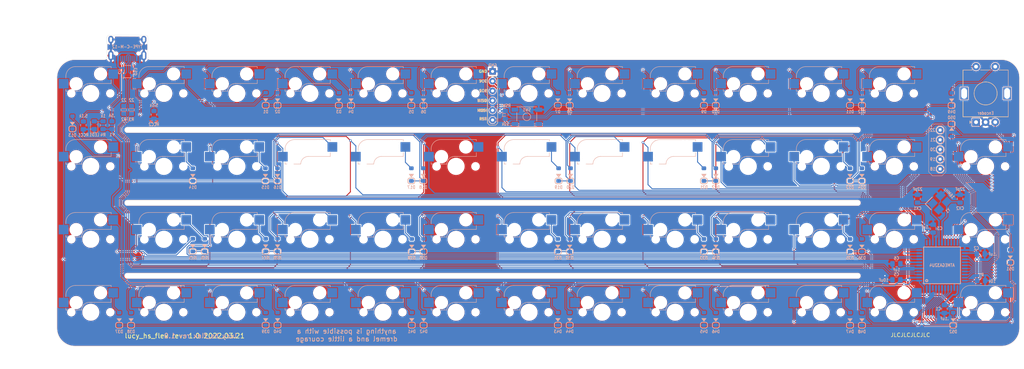
<source format=kicad_pcb>
(kicad_pcb (version 20211014) (generator pcbnew)
  (layers (0 "F.Cu" signal) (31 "B.Cu" signal) (34 "B.Paste" user) (35 "F.Paste" user) (36 "B.SilkS" user "B.Silkscreen") (37 "F.SilkS" user "F.Silkscreen") (38 "B.Mask" user) (39 "F.Mask" user) (44 "Edge.Cuts" user))
  (net 0 "")
  (net 1 "Net-(D1-Pad2)")
  (net 2 "Net-(D2-Pad2)")
  (net 3 "Net-(D3-Pad2)")
  (net 4 "Net-(D4-Pad2)")
  (net 5 "Net-(D5-Pad2)")
  (net 6 "Net-(D6-Pad2)")
  (net 7 "Net-(D7-Pad2)")
  (net 8 "Net-(D8-Pad2)")
  (net 9 "Net-(D9-Pad2)")
  (net 10 "Net-(D10-Pad2)")
  (net 11 "Net-(D11-Pad2)")
  (net 12 "Net-(D12-Pad2)")
  (net 13 "Net-(D13-Pad2)")
  (net 14 "Net-(D14-Pad2)")
  (net 15 "Net-(D15-Pad2)")
  (net 16 "Net-(D16-Pad2)")
  (net 17 "Net-(D17-Pad2)")
  (net 18 "Net-(D18-Pad2)")
  (net 19 "Net-(D19-Pad2)")
  (net 20 "Net-(D20-Pad2)")
  (net 21 "Net-(D21-Pad2)")
  (net 22 "Net-(D22-Pad2)")
  (net 23 "Net-(D23-Pad2)")
  (net 24 "Net-(D24-Pad2)")
  (net 25 "Net-(D25-Pad2)")
  (net 26 "Net-(D26-Pad2)")
  (net 27 "Net-(D27-Pad2)")
  (net 28 "Net-(D28-Pad2)")
  (net 29 "Net-(D29-Pad2)")
  (net 30 "Net-(D30-Pad2)")
  (net 31 "Net-(D31-Pad2)")
  (net 32 "Net-(D32-Pad2)")
  (net 33 "Net-(D33-Pad2)")
  (net 34 "Net-(D34-Pad2)")
  (net 35 "Net-(D35-Pad2)")
  (net 36 "Net-(D36-Pad2)")
  (net 37 "Net-(D37-Pad2)")
  (net 38 "Net-(D38-Pad2)")
  (net 39 "Net-(D39-Pad2)")
  (net 40 "Net-(D40-Pad2)")
  (net 41 "Net-(D41-Pad2)")
  (net 42 "Net-(D42-Pad2)")
  (net 43 "Net-(D43-Pad2)")
  (net 44 "Net-(D44-Pad2)")
  (net 45 "Net-(D45-Pad2)")
  (net 46 "Net-(D46-Pad2)")
  (net 47 "Net-(D47-Pad2)")
  (net 48 "Net-(D48-Pad2)")
  (net 49 "VCC")
  (net 50 "Net-(C6-Pad1)")
  (net 51 "XTAL1")
  (net 52 "XTAL2")
  (net 53 "row0")
  (net 54 "row1")
  (net 55 "row2")
  (net 56 "row3")
  (net 57 "D-")
  (net 58 "D+")
  (net 59 "col0")
  (net 60 "col1")
  (net 61 "col2")
  (net 62 "col3")
  (net 63 "col4")
  (net 64 "col5")
  (net 65 "col6")
  (net 66 "col7")
  (net 67 "col8")
  (net 68 "col9")
  (net 69 "col10")
  (net 70 "col11")
  (net 71 "Net-(R1-Pad2)")
  (net 72 "VBUS")
  (net 73 "Net-(J1-PadB5)")
  (net 74 "Net-(J1-PadA5)")
  (net 75 "ISP_Reset")
  (net 76 "Net-(D52-Pad2)")
  (net 77 "col12")
  (net 78 "GND")
  (net 79 "Net-(LED1-Pad2)")
  (net 80 "DBUS-")
  (net 81 "DBUS+")
  (net 82 "enc0a")
  (net 83 "enc0b")
  (net 84 "Net-(D49-Pad2)")
  (net 85 "Net-(D50-Pad2)")
  (net 86 "Net-(D51-Pad2)")
  (net 91 "Net-(J3-Pad1)")
  (net 92 "Net-(J4-Pad1)")
  (net 93 "Net-(J5-Pad1)")
  (net 94 "Net-(J6-Pad1)")
  (net 95 "Net-(J7-Pad1)")
  (footprint "MX_Only:MXOnly-1U-Hotswap" (layer "F.Cu") (at 124.990225 53.19395)
    (fp_text reference "K3")
    (fp_text value "KEYSW")
  )
  (footprint "MX_Only:MXOnly-1U-Hotswap" (layer "F.Cu") (at 201.190225 53.19395)
    (fp_text reference "K7")
    (fp_text value "KEYSW")
  )
  (footprint "MX_Only:MXOnly-1U-Hotswap" (layer "F.Cu") (at 182.140225 53.19395)
    (fp_text reference "K6")
    (fp_text value "KEYSW")
  )
  (footprint "MX_Only:MXOnly-1U-Hotswap" (layer "F.Cu") (at 163.090225 53.19395)
    (fp_text reference "K5")
    (fp_text value "KEYSW")
  )
  (footprint "MX_Only:MXOnly-1U-Hotswap" (layer "F.Cu") (at 86.890225 53.19395)
    (fp_text reference "K1")
    (fp_text value "KEYSW")
  )
  (footprint "MX_Only:MXOnly-1U-Hotswap" (layer "F.Cu") (at 220.240225 53.19395)
    (fp_text reference "K8")
    (fp_text value "KEYSW")
  )
  (footprint "MX_Only:MXOnly-1U-Hotswap" (layer "F.Cu") (at 239.290225 53.19395)
    (fp_text reference "K9")
    (fp_text value "KEYSW")
  )
  (footprint "MX_Only:MXOnly-1U-Hotswap" (layer "F.Cu") (at 86.890225 72.24395)
    (fp_text reference "K13")
    (fp_text value "KEYSW")
  )
  (footprint "MX_Only:MXOnly-1U-Hotswap" (layer "F.Cu") (at 105.940225 72.24395)
    (fp_text reference "K14")
    (fp_text value "KEYSW")
  )
  (footprint "MX_Only:MXOnly-1U-Hotswap" (layer "F.Cu") (at 144.045399 72.24395)
    (fp_text reference "K16")
    (fp_text value "KEYSW")
  )
  (footprint "MX_Only:MXOnly-1U-Hotswap" (layer "F.Cu") (at 277.390225 53.19395)
    (fp_text reference locked "K11")
    (fp_text value "KEYSW")
  )
  (footprint "MX_Only:MXOnly-1U-Hotswap" (layer "F.Cu") (at 163.090225 72.24395)
    (fp_text reference "K17")
    (fp_text value "KEYSW")
  )
  (footprint "MX_Only:MXOnly-1U-Hotswap" (layer "F.Cu") (at 182.140225 72.24395)
    (fp_text reference "K18")
    (fp_text value "KEYSW")
  )
  (footprint "MX_Only:MXOnly-1U-Hotswap" (layer "F.Cu") (at 201.190225 72.24395)
    (fp_text reference "K19")
    (fp_text value "KEYSW")
  )
  (footprint "MX_Only:MXOnly-1U-Hotswap" (layer "F.Cu") (at 105.940225 110.34395)
    (fp_text reference "K38")
    (fp_text value "KEYSW")
  )
  (footprint "MX_Only:MXOnly-1U-Hotswap" (layer "F.Cu") (at 124.990225 110.34395)
    (fp_text reference "K39")
    (fp_text value "KEYSW")
  )
  (footprint "MX_Only:MXOnly-1U-Hotswap" (layer "F.Cu") (at 144.040225 110.34395)
    (fp_text reference locked "K40")
    (fp_text value "KEYSW")
  )
  (footprint "MX_Only:MXOnly-1U-Hotswap" (layer "F.Cu") (at 163.090225 110.34395)
    (fp_text reference locked "K41")
    (fp_text value "KEYSW")
  )
  (footprint "MX_Only:MXOnly-1U-Hotswap" (layer "F.Cu") (at 182.140225 110.34395)
    (fp_text reference "K42")
    (fp_text value "KEYSW")
  )
  (footprint "MX_Only:MXOnly-1U-Hotswap" (layer "F.Cu") (at 220.240225 110.34395)
    (fp_text reference "K44")
    (fp_text value "KEYSW")
  )
  (footprint "MX_Only:MXOnly-1U-Hotswap" (layer "F.Cu") (at 239.290225 110.34395)
    (fp_text reference "K45")
    (fp_text value "KEYSW")
  )
  (footprint "MX_Only:MXOnly-1U-Hotswap" (layer "F.Cu") (at 258.340225 110.34395)
    (fp_text reference "K46")
    (fp_text value "KEYSW")
  )
  (footprint "MX_Only:MXOnly-1U-Hotswap" (layer "F.Cu") (at 277.390225 110.34395)
    (fp_text reference "K47")
    (fp_text value "KEYSW")
  )
  (footprint "MX_Only:MXOnly-1U-Hotswap" (layer "F.Cu") (at 201.190225 110.34395)
    (fp_text reference "K43")
    (fp_text value "KEYSW")
  )
  (footprint "MX_Only:MXOnly-1U-Hotswap" (layer "F.Cu") (at 277.390225 91.29395)
    (fp_text reference locked "K35")
    (fp_text value "KEYSW")
  )
  (footprint "MX_Only:MXOnly-1U-Hotswap" (layer "F.Cu") (at 258.340225 91.29395)
    (fp_text reference "K34")
    (fp_text value "KEYSW")
  )
  (footprint "MX_Only:MXOnly-1U-Hotswap" (layer "F.Cu") (at 220.240225 91.29395)
    (fp_text reference "K32")
    (fp_text value "KEYSW")
  )
  (footprint "MX_Only:MXOnly-1U-Hotswap" (layer "F.Cu") (at 182.140225 91.29395)
    (fp_text reference "K30")
    (fp_text value "KEYSW")
  )
  (footprint "MX_Only:MXOnly-1U-Hotswap" (layer "F.Cu") (at 144.040225 91.29395)
    (fp_text reference "K28")
    (fp_text value "KEYSW")
  )
  (footprint "MX_Only:MXOnly-1U-Hotswap" (layer "F.Cu") (at 86.890225 91.29395)
    (fp_text reference "K25")
    (fp_text value "KEYSW")
  )
  (footprint "MX_Only:MXOnly-1U-Hotswap" (layer "F.Cu") (at 163.090225 91.29395)
    (fp_text reference "K29")
    (fp_text value "KEYSW")
  )
  (footprint "MX_Only:MXOnly-1U-Hotswap" (layer "F.Cu") (at 296.440225 72.24395)
    (fp_text reference "K24")
    (fp_text value "KEYSW")
  )
  (footprint "MX_Only:MXOnly-1U-Hotswap" (layer "F.Cu") (at 124.990225 91.29395)
    (fp_text reference "K27")
    (fp_text value "KEYSW")
  )
  (footprint "MX_Only:MXOnly-1U-Hotswap" (layer "F.Cu") (at 105.940225 91.29395)
    (fp_text reference "K26")
    (fp_text value "KEYSW")
  )
  (footprint "MX_Only:MXOnly-1U-Hotswap" (layer "F.Cu") (at 258.340225 72.24395)
    (fp_text reference locked "K22")
    (fp_text value "KEYSW")
  )
  (footprint "MX_Only:MXOnly-1U-Hotswap" (layer "F.Cu") (at 239.290225 72.24395)
    (fp_text reference "K21")
    (fp_text value "KEYSW")
  )
  (footprint "MX_Only:MXOnly-1U-Hotswap" (layer "F.Cu") (at 277.390225 72.24395)
    (fp_text reference "K23")
    (fp_text value "KEYSW")
  )
  (footprint "MX_Only:MXOnly-1U-Hotswap" (layer "F.Cu") (at 296.440225 110.34395)
    (fp_text reference "K48")
    (fp_text value "KEYSW")
  )
  (footprint "MX_Only:MXOnly-1U-Hotswap" (layer "F.Cu") (at 296.440225 91.29395)
    (fp_text reference "K36")
    (fp_text value "KEYSW")
  )
  (footprint "MX_Only:MXOnly-1U-Hotswap" (layer "F.Cu") (at 296.440225 53.19395)
    (fp_text reference "K12")
    (fp_text value "KEYSW")
  )
  (footprint "Keebio-Parts:RotaryEncoder_EC11" (layer "F.Cu") (at 320.252725 53.19395 90)
    (fp_text reference "SW2")
    (fp_text value "Rotary_Encoder_Switch")
  )
  (footprint "MX_Only:MXOnly-1U-Hotswap" (layer "F.Cu") (at 105.940225 53.19395)
    (fp_text reference "K2")
    (fp_text value "KEYSW")
  )
  (footprint "MX_Only:MXOnly-1U-Hotswap" (layer "F.Cu") (at 144.040225 53.19395)
    (fp_text reference "K4")
    (fp_text value "KEYSW")
  )
  (footprint "MX_Only:MXOnly-1U-Hotswap" (layer "F.Cu") (at 320.252785 110.34423)
    (fp_text reference "K52")
    (fp_text value "KEYSW")
  )
  (footprint "MX_Only:MXOnly-1U-Hotswap" (layer "F.Cu") (at 320.252785 72.24407)
    (fp_text reference "K50")
    (fp_text value "KEYSW")
  )
  (footprint "MX_Only:MXOnly-1U-Hotswap" (layer "F.Cu") (at 320.252785 91.29415)
    (fp_text reference "K51")
    (fp_text value "KEYSW")
  )
  (footprint "MX_Only:MXOnly-1U-Hotswap" (layer "F.Cu") (at 201.190225 91.29395)
    (fp_text reference "K31")
    (fp_text value "KEYSW")
  )
  (footprint "MX_Only:MXOnly-1U-Hotswap" (layer "F.Cu") (at 239.290225 91.29395)
    (fp_text reference "K33")
    (fp_text value "KEYSW")
  )
  (footprint "MX_Only:MXOnly-1U-Hotswap" (layer "F.Cu") (at 86.890225 110.34395)
    (fp_text reference "K37")
    (fp_text value "KEYSW")
  )
  (footprint "MX_Only:MXOnly-1U-Hotswap" (layer "F.Cu") (at 258.340225 53.19395)
    (fp_text reference "K10")
    (fp_text value "KEYSW")
  )
  (footprint "MX_Only:MXOnly-1U-Hotswap" (layer "F.Cu") (at 124.990225 72.24395)
    (fp_text reference "K15")
    (fp_text value "KEYSW")
  )
  (footprint "MX_Only:MXOnly-1U-Hotswap" (layer "F.Cu") (at 220.240225 72.24395)
    (fp_text reference "K20")
    (fp_text value "KEYSW")
  )
  (footprint "Capacitor_SMD:C_0805_2012Metric_Pad1.18x1.45mm_HandSolder" (layer "B.Cu") (at 309.490225 109.49395 -90)
    (fp_text reference "C1")
    (fp_text value ".1uF")
  )
  (footprint "Keeb_footprints:D_SOD-123_modified" (layer "B.Cu") (at 116.590225 92.79395 90)
    (fp_text reference "D26")
    (fp_text value "D")
  )
  (footprint "Keeb_footprints:D_SOD-123_modified" (layer "B.Cu") (at 208.890225 74.39395 90)
    (fp_text reference "D19")
    (fp_text value "D")
  )
  (footprint "Keeb_footprints:D_SOD-123_modified" (layer "B.Cu") (at 170.490225 74.39395 90)
    (fp_text reference "D17")
    (fp_text value "D")
  )
  (footprint "Keeb_footprints:D_SOD-123_modified" (layer "B.Cu") (at 135.581415 74.39395 90)
    (fp_text reference "D16")
    (fp_text value "D")
  )
  (footprint "Keeb_footprints:D_SOD-123_modified" (layer "B.Cu") (at 113.490225 74.39395 90)
    (fp_text reference "D14")
    (fp_text value "D")
  )
  (footprint "Keeb_footprints:D_SOD-123_modified" (layer "B.Cu") (at 284.890625 54.65625 90)
    (fp_text reference "D11")
    (fp_text value "D")
  )
  (footprint "Keeb_footprints:D_SOD-123_modified" (layer "B.Cu") (at 249.881415 54.65625 90)
    (fp_text reference "D10")
    (fp_text value "D")
  )
  (footprint "Keeb_footprints:D_SOD-123_modified" (layer "B.Cu") (at 211.781415 54.65625 90)
    (fp_text reference "D8")
    (fp_text value "D")
  )
  (footprint "Keeb_footprints:D_SOD-123_modified" (layer "B.Cu") (at 208.681415 54.65625 90)
    (fp_text reference "D7")
    (fp_text value "D")
  )
  (footprint "Keeb_footprints:D_SOD-123_modified" (layer "B.Cu") (at 173.651789 54.683377 90)
    (fp_text reference "D6")
    (fp_text value "D")
  )
  (footprint "Keeb_footprints:D_SOD-123_modified" (layer "B.Cu") (at 170.476789 54.683377 90)
    (fp_text reference "D5")
    (fp_text value "D")
  )
  (footprint "Keeb_footprints:D_SOD-123_modified" (layer "B.Cu") (at 154.751789 54.65625 90)
    (fp_text reference "D4")
    (fp_text value "D")
  )
  (footprint "Keeb_footprints:D_SOD-123_modified" (layer "B.Cu") (at 287.990625 112.1 90)
    (fp_text reference "D48")
    (fp_text value "D")
  )
  (footprint "Keeb_footprints:D_SOD-123_modified" (layer "B.Cu") (at 284.890625 112.1 90)
    (fp_text reference "D47")
    (fp_text value "D")
  )
  (footprint "Keeb_footprints:D_SOD-123_modified" (layer "B.Cu") (at 249.890625 112.063123 90)
    (fp_text reference "D46")
    (fp_text value "D")
  )
  (footprint "Keeb_footprints:D_SOD-123_modified" (layer "B.Cu") (at 246.790625 112.05625 90)
    (fp_text reference "D45")
    (fp_text value "D")
  )
  (footprint "Keeb_footprints:D_SOD-123_modified" (layer "B.Cu") (at 211.783999 112.05625 90)
    (fp_text reference "D44")
    (fp_text value "D")
  )
  (footprint "Keeb_footprints:D_SOD-123_modified" (layer "B.Cu") (at 208.7 112.05625 90)
    (fp_text reference "D43")
    (fp_text value "D")
  )
  (footprint "Keeb_footprints:D_SOD-123_modified" (layer "B.Cu") (at 211.790625 92.85625 90)
    (fp_text reference "D32")
    (fp_text value "D")
  )
  (footprint "Keeb_footprints:D_SOD-123_modified" (layer "B.Cu") (at 284.890625 74.39395 90)
    (fp_text reference "D23")
    (fp_text value "D")
  )
  (footprint "Keeb_footprints:D_SOD-123_modified" (layer "B.Cu") (at 208.690625 92.85625 90)
    (fp_text reference "D31")
    (fp_text value "D")
  )
  (footprint "Keeb_footprints:D_SOD-123_modified" (layer "B.Cu") (at 170.585999 92.85625 90)
    (fp_text reference "D29")
    (fp_text value "D")
  )
  (footprint "Keeb_footprints:D_SOD-123_modified" (layer "B.Cu") (at 132.490225 92.79395 90)
    (fp_text reference "D27")
    (fp_text value "D")
  )
  (footprint "Keeb_footprints:D_SOD-123_modified" (layer "B.Cu") (at 287.990625 74.39395 90)
    (fp_text reference "D24")
    (fp_text value "D")
  )
  (footprint "Keeb_footprints:D_SOD-123_modified" (layer "B.Cu") (at 284.890625 92.85625 90)
    (fp_text reference "D35")
    (fp_text value "D")
  )
  (footprint "Keeb_footprints:D_SOD-123_modified" (layer "B.Cu") (at 249.890625 92.85625 90)
    (fp_text reference "D34")
    (fp_text value "D")
  )
  (footprint "Keeb_footprints:D_SOD-123_modified" (layer "B.Cu") (at 246.790625 92.85625 90)
    (fp_text reference "D33")
    (fp_text value "D")
  )
  (footprint "Keeb_footprints:D_SOD-123_modified" (layer "B.Cu") (at 173.690625 112.05625 90)
    (fp_text reference "D42")
    (fp_text value "D")
  )
  (footprint "Keeb_footprints:D_SOD-123_modified" (layer "B.Cu") (at 151.576789 54.65625 90)
    (fp_text reference "D3")
    (fp_text value "D")
  )
  (footprint "Keeb_footprints:D_SOD-123_modified" (layer "B.Cu") (at 211.990225 74.39395 90)
    (fp_text reference "D20")
    (fp_text value "D")
  )
  (footprint "Keeb_footprints:ICSP-Header_small_pins" (layer "B.Cu") (at 191.665313 47.44395 180)
    (fp_text reference "J2" hide)
    (fp_text value "AVR-ISP-6_mod")
  )
  (footprint "Keeb_footprints:D_SOD-123_modified" (layer "B.Cu") (at 287.990625 54.65625 90)
    (fp_text reference "D12")
    (fp_text value "D")
  )
  (footprint "Keeb_footprints:D_SOD-123_modified" (layer "B.Cu") (at 311.790625 112.1 90)
    (fp_text reference "D52")
    (fp_text value "D")
  )
  (footprint "Keeb_footprints:D_SOD-123_modified" (layer "B.Cu") (at 311.390625 62.8 -90)
    (fp_text reference "D50")
    (fp_text value "D")
  )
  (footprint "Keeb_footprints:D_SOD-123_modified" (layer "B.Cu") (at 326.690225 95.69395 90)
    (fp_text reference "D51")
    (fp_text value "D")
  )
  (footprint "random-keyboard-parts:SKQG-1155865" (layer "B.Cu") (at 200.590225 59.29395)
    (fp_text reference "SW1")
    (fp_text value "SW_PUSH")
  )
  (footprint "Keebio-Parts:ATMEGA32U4-AU" (layer "B.Cu") (at 308.890225 98.09395)
    (fp_text reference "U1")
    (fp_text value "ATMEGA32U4")
  )
  (footprint "Capacitor_SMD:C_0805_2012Metric_Pad1.18x1.45mm_HandSolder" (layer "B.Cu") (at 306.590225 88.49395 90)
    (fp_text reference "C3")
    (fp_text value ".1uF")
  )
  (footprint "Capacitor_SMD:C_0805_2012Metric_Pad1.18x1.45mm_HandSolder" (layer "B.Cu") (at 313.590225 80.69395 90)
    (fp_text reference "CX2")
    (fp_text value "22pF")
  )
  (footprint "Capacitor_SMD:C_0805_2012Metric_Pad1.18x1.45mm_HandSolder" (layer "B.Cu") (at 302.490225 80.69395 90)
    (fp_text reference "CX1")
    (fp_text value "22pF")
  )
  (footprint "Crystal:Crystal_SMD_3225-4Pin_3.2x2.5mm_HandSoldering" (layer "B.Cu") (at 308.290225 81.69395 45)
    (fp_text reference "Y1")
    (fp_text value "16MHz")
  )
  (footprint "Fuse:Fuse_0805_2012Metric_Pad1.15x1.40mm_HandSolder" (layer "B.Cu") (at 92.390225 61.49395 90)
    (fp_text reference "F1")
    (fp_text value ".5A")
  )
  (footprint "Keeb_footprints:TYPE-C-31-M-12" (layer "B.Cu") (at 96.415217 44.81645)
    (fp_text reference "J1")
    (fp_text value "TYPE-C-31-M12_13")
  )
  (footprint "Resistor_SMD:R_0805_2012Metric_Pad1.15x1.40mm_HandSolder" (layer "B.Cu") (at 97.490625 57.49395 90)
    (fp_text reference "R3")
    (fp_text value "22")
  )
  (footprint "Resistor_SMD:R_0805_2012Metric_Pad1.15x1.40mm_HandSolder" (layer "B.Cu") (at 84.940225 61.54395 90)
    (fp_text reference "RCC1")
    (fp_text value "5.1k")
  )
  (footprint "Resistor_SMD:R_0805_2012Metric_Pad1.15x1.40mm_HandSolder" (layer "B.Cu") (at 90.090225 61.49395 -90)
    (fp_text reference "R4")
    (fp_text value "1k")
  )
  (footprint "LED_SMD:LED_0805_2012Metric_Pad1.15x1.40mm_HandSolder" (layer "B.Cu") (at 87.790225 61.49395 90)
    (fp_text reference "LED1")
    (fp_text value "LED")
  )
  (footprint "Keeb_footprints:D_SOD-123_modified" (layer "B.Cu") (at 135.590625 112.05625 90)
    (fp_text reference "D40")
    (fp_text value "D")
  )
  (footprint "Keeb_footprints:D_SOD-123_modified" (layer "B.Cu") (at 132.490625 112.063123 90)
    (fp_text reference "D39")
    (fp_text value "D")
  )
  (footprint "Capacitor_SMD:C_0805_2012Metric_Pad1.18x1.45mm_HandSolder" (layer "B.Cu") (at 318.990225 95.09395)
    (fp_text reference "C2")
    (fp_text value ".1uF")
  )
  (footprint "Resistor_SMD:R_0805_2012Metric_Pad1.15x1.40mm_HandSolder" (layer "B.Cu") (at 95.490625 57.49395 90)
    (fp_text reference "R2")
    (fp_text value "22")
  )
  (footprint "Capacitor_SMD:C_0805_2012Metric_Pad1.18x1.45mm_HandSolder" (layer "B.Cu") (at 296.990225 101.89395 180)
    (fp_text reference "C5")
    (fp_text value "10uF")
  )
  (footprint "Capacitor_SMD:C_0805_2012Metric_Pad1.18x1.45mm_HandSolder" (layer "B.Cu") (at 296.990225 97.69395 180)
    (fp_text reference "C6")
    (fp_text value "1uF")
  )
  (footprint "Resistor_SMD:R_0805_2012Metric_Pad1.15x1.40mm_HandSolder" (layer "B.Cu") (at 319.090225 102.09395 180)
    (fp_text reference "R1")
    (fp_text value "10k")
  )
  (footprint "Keeb_footprints:D_SOD-123_modified" (layer "B.Cu") (at 82.090225 60.79395 90)
    (fp_text reference "D13")
    (fp_text value "D")
  )
  (footprint "Keeb_footprints:D_SOD-123_modified" (layer "B.Cu") (at 94.290225 112.09395 90)
    (fp_text reference "D37")
    (fp_text value "D")
  )
  (footprint "Keeb_footprints:D_SOD-123_modified" (layer "B.Cu") (at 97.390225 112.09395 90)
    (fp_text reference "D38")
    (fp_text value "D")
  )
  (footprint "Keeb_footprints:D_SOD-123_modified" (layer "B.Cu") (at 170.590625 112.05625 90)
    (fp_text reference "D41")
    (fp_text value "D")
  )
  (footprint "Keeb_footprints:D_SOD-123_modified" (layer "B.Cu") (at 135.590225 92.79395 90)
    (fp_text reference "D28")
    (fp_text value "D")
  )
  (footprint "Keeb_footprints:D_SOD-123_modified" (layer "B.Cu") (at 173.65 92.85625 90)
    (fp_text reference "D30")
    (fp_text value "D")
  )
  (footprint "Keeb_footprints:D_SOD-123_modified" (layer "B.Cu") (at 287.990625 92.85625 90)
    (fp_text reference "D36")
    (fp_text value "D")
  )
  (footprint "Keeb_footprints:D_SOD-123_modified" (layer "B.Cu") (at 113.490225 92.79395 90)
    (fp_text reference "D25")
    (fp_text value "D")
  )
  (footprint "Keeb_footprints:D_SOD-123_modified" (layer "B.Cu") (at 135.581415 54.65625 90)
    (fp_text reference "D2")
    (fp_text value "D")
  )
  (footprint "Keeb_footprints:D_SOD-123_modified" (layer "B.Cu") (at 311.390625 54.7 90)
    (fp_text reference "D49")
    (fp_text value "D")
  )
  (footprint "Keeb_footprints:D_SOD-123_modified" (layer "B.Cu") (at 246.781415 54.65625 90)
    (fp_text reference "D9")
    (fp_text value "D")
  )
  (footprint "Keeb_footprints:D_SOD-123_modified" (layer "B.Cu") (at 132.490625 54.64995 90)
    (fp_text reference "D1")
    (fp_text value "D")
  )
  (footprint "Resistor_SMD:R_0805_2012Metric_Pad1.15x1.40mm_HandSolder" (layer "B.Cu") (at 194.990225 58.79395 90)
    (fp_text reference "RSW1")
    (fp_text value "10k")
  )
  (footprint "Keeb_footprints:D_SOD-123_modified" (layer "B.Cu") (at 249.881415 74.39395 90)
    (fp_text reference "D22")
    (fp_text value "D")
  )
  (footprint "Keeb_footprints:D_SOD-123_modified" (layer "B.Cu") (at 246.781415 74.39395 90)
    (fp_text reference "D21")
    (fp_text value "D")
  )
  (footprint "Keeb_footprints:D_SOD-123_modified" (layer "B.Cu") (at 173.590225 74.39395 90)
    (fp_text reference "D18")
    (fp_text value "D")
  )
  (footprint "Keeb_footprints:D_SOD-123_modified" (layer "B.Cu") (at 132.431415 74.39395 90)
    (fp_text reference "D15")
    (fp_text value "D")
  )
  (footprint "Resistor_SMD:R_0805_2012Metric_Pad1.15x1.40mm_HandSolder" (layer "B.Cu") (at 103.340225 58.79395 90)
    (fp_text reference "RCC2")
    (fp_text value "5.1k")
  )
  (footprint "Keebio-Parts:SOT-143B" (layer "B.Cu") (at 96.490625 47.49395 -90)
    (fp_text reference "U2")
    (fp_text value "PRTR5V0U2X" hide)
  )
  (footprint "TestPoint:TestPoint_Keystone_5000-5004_Miniature" (layer "B.Cu") (at 308.390225 67.84395 180)
    (fp_text reference "J5")
    (fp_text value "Conn_01x01")
  )
  (footprint "TestPoint:TestPoint_Keystone_5000-5004_Miniature" (layer "B.Cu") (at 308.390225 70.38395 180)
    (fp_text reference "J4")
    (fp_text value "Conn_01x01")
  )
  (footprint "TestPoint:TestPoint_Keystone_5000-5004_Miniature" (layer "B.Cu") (at 308.390225 72.92395 180)
    (fp_text reference "J3")
    (fp_text value "Conn_01x01")
  )
  (footprint "TestPoint:TestPoint_Keystone_5000-5004_Miniature" (layer "B.Cu") (at 308.390225 65.30395 180)
    (fp_text reference "J6")
    (fp_text value "Conn_01x01")
  )
  (footprint "TestPoint:TestPoint_Keystone_5000-5004_Miniature" (layer "B.Cu") (at 308.390225 62.76395 180)
    (fp_text reference "J7")
    (fp_text value "Conn_01x01")
  )
  (gr_line (start 305.390225 73.69395) (end 306.390225 74.69395) (layer "B.SilkS") (width 0.1))
  (gr_line (start 309.890225 62.19395) (end 308.890225 61.19395) (layer "B.SilkS") (width 0.1))
  (gr_line (start 306.390225 74.69395) (end 308.890225 74.69395) (layer "B.SilkS") (width 0.1))
  (gr_line (start 305.390225 62.19395) (end 305.390225 73.69395) (layer "B.SilkS") (width 0.1))
  (gr_line (start 309.890225 73.69395) (end 309.890225 62.19395) (layer "B.SilkS") (width 0.1))
  (gr_line (start 305.390225 62.19395) (end 306.390225 61.19395) (layer "B.SilkS") (width 0.1))
  (gr_line (start 309.890225 73.69395) (end 308.890225 74.69395) (layer "B.SilkS") (width 0.1))
  (gr_line (start 308.890225 61.19395) (end 306.390225 61.19395) (layer "B.SilkS") (width 0.1))
  (gr_line (start 91.057416 43.668942) (end 91.057416 38.608805) (layer "Edge.Cuts") (width 0.05))
  (gr_arc (start 324.420112 44.264255) (mid 327.787711 45.65916) (end 329.182616 49.026759) (layer "Edge.Cuts") (width 0.05))
  (gr_line (start 96.415233 101.414303) (end 286.915393 101.414303) (layer "Edge.Cuts") (width 0.05))
  (gr_arc (start 329.182616 114.511189) (mid 327.787711 117.878788) (end 324.420112 119.273693) (layer "Edge.Cuts") (width 0.05))
  (gr_arc (start 286.915393 81.173661) (mid 287.510706 81.768974) (end 286.915393 82.364287) (layer "Edge.Cuts") (width 0.05))
  (gr_arc (start 77.96053 49.026759) (mid 79.355435 45.65916) (end 82.723034 44.264255) (layer "Edge.Cuts") (width 0.05))
  (gr_line (start 329.182616 49.026759) (end 329.182616 114.511189) (layer "Edge.Cuts") (width 0.05))
  (gr_line (start 286.915393 100.223677) (end 96.415233 100.223677) (layer "Edge.Cuts") (width 0.05))
  (gr_line (start 324.420112 119.273693) (end 82.723034 119.273693) (layer "Edge.Cuts") (width 0.05))
  (gr_arc (start 82.723034 119.273693) (mid 79.355435 117.878788) (end 77.96053 114.511189) (layer "Edge.Cuts") (width 0.05))
  (gr_arc (start 102.368363 44.26427) (mid 101.947414 44.089907) (end 101.773051 43.668958) (layer "Edge.Cuts") (width 0.05))
  (gr_line (start 324.420112 44.264255) (end 102.368363 44.26427) (layer "Edge.Cuts") (width 0.05))
  (gr_line (start 91.652729 38.013494) (end 101.177738 38.013494) (layer "Edge.Cuts") (width 0.05))
  (gr_line (start 286.915393 62.123645) (end 96.415233 62.123645) (layer "Edge.Cuts") (width 0.05))
  (gr_line (start 96.415233 63.314271) (end 286.915393 63.314271) (layer "Edge.Cuts") (width 0.05))
  (gr_arc (start 96.415233 63.314271) (mid 95.81992 62.718958) (end 96.415233 62.123645) (layer "Edge.Cuts") (width 0.05))
  (gr_arc (start 286.915393 62.123645) (mid 287.510706 62.718958) (end 286.915393 63.314271) (layer "Edge.Cuts") (width 0.05))
  (gr_line (start 77.96053 114.511189) (end 77.96053 49.026759) (layer "Edge.Cuts") (width 0.05))
  (gr_line (start 101.77305 38.608806) (end 101.77305 43.668958) (layer "Edge.Cuts") (width 0.05))
  (gr_arc (start 101.177738 38.013494) (mid 101.598687 38.187857) (end 101.77305 38.608806) (layer "Edge.Cuts") (width 0.05))
  (gr_arc (start 286.915393 100.223677) (mid 287.510706 100.81899) (end 286.915393 101.414303) (layer "Edge.Cuts") (width 0.05))
  (gr_arc (start 91.057416 38.608806) (mid 91.231779 38.187857) (end 91.652728 38.013494) (layer "Edge.Cuts") (width 0.05))
  (gr_arc (start 96.415233 101.414303) (mid 95.81992 100.81899) (end 96.415233 100.223677) (layer "Edge.Cuts") (width 0.05))
  (gr_arc (start 91.057416 43.668943) (mid 90.883053 44.089892) (end 90.462104 44.264255) (layer "Edge.Cuts") (width 0.05))
  (gr_line (start 286.915393 81.173661) (end 96.415233 81.173661) (layer "Edge.Cuts") (width 0.05))
  (gr_line (start 82.723034 44.264255) (end 90.462104 44.264255) (layer "Edge.Cuts") (width 0.05))
  (gr_arc (start 96.415233 82.364287) (mid 95.81992 81.768974) (end 96.415233 81.173661) (layer "Edge.Cuts") (width 0.05))
  (gr_line (start 96.415233 82.364287) (end 286.915393 82.364287) (layer "Edge.Cuts") (width 0.05))
  (gr_text "16MHz" (at 310.740225 79.24395 315) (layer "B.SilkS") (effects (font (size 0.8 0.7)) (justify mirror)))
  (gr_text "Encoder" (at 320.27947 58.34087) (layer "B.SilkS") (effects (font (size 0.8 0.7)) (justify mirror)))
  (gr_text "lucy_hs_flex rev 1.0" (at 115.48288 116.5) (layer "B.SilkS") (effects (font (size 1.25 1.25) (thickness 0.2)) (justify mirror)))
  (gr_text "anything is possible with a\ndremel and a little courage" (at 153.590225 116.29395) (layer "B.SilkS") (effects (font (size 1.25 1.25) (thickness 0.2)) (justify mirror)))
  (gr_text "JLCJLCJLCJLC" (at 300.632625 116.284314) (layer "F.SilkS") (effects (font (size 1 1))))
  (gr_text "lucy_hs_flex rev. 1.0 2022.03.21" (at 111.38288 116.5) (layer "F.SilkS") (effects (font (size 1.25 1.25) (thickness 0.2))))
  (segment (start 91.735725 56.89395) (end 92.335725 57.49395) (width 0.25) (layer "F.Cu") (net 1))
  (segment (start 114.090225 56.09395) (end 115.149994 55.034181) (width 0.25) (layer "F.Cu") (net 1))
  (segment (start 115.149994 55.034181) (end 116.449994 55.034181) (width 0.25) (layer "F.Cu") (net 1))
  (segment (start 92.335725 57.49395) (end 99.090225 57.49395) (width 0.25) (layer "F.Cu") (net 1))
  (segment (start 99.090225 57.49395) (end 100.490225 56.09395) (width 0.25) (layer "F.Cu") (net 1))
  (segment (start 100.490225 56.09395) (end 114.090225 56.09395) (width 0.25) (layer "F.Cu") (net 1))
  (via (at 116.449994 55.034181) (size 0.65) (drill 0.35) (layers "F.Cu" "B.Cu") (net 1))
  (via (at 91.735725 56.89395) (size 0.65) (drill 0.35) (layers "F.Cu" "B.Cu") (net 1))
  (segment (start 92.732225 48.11395) (end 92.732225 50.73595) (width 0.25) (layer "B.Cu") (net 1))
  (segment (start 94.090225 54.53945) (end 91.735725 56.89395) (width 0.25) (layer "B.Cu") (net 1))
  (segment (start 129.369327 55.89395) (end 132.263328 52.99995) (width 0.25) (layer "B.Cu") (net 1))
  (segment (start 129.369327 55.89395) (end 117.309763 55.89395) (width 0.25) (layer "B.Cu") (net 1))
  (segment (start 117.309763 55.89395) (end 116.449994 55.034181) (width 0.25) (layer "B.Cu") (net 1))
  (segment (start 92.732225 50.73595) (end 94.090225 52.09395) (width 0.25) (layer "B.Cu") (net 1))
  (segment (start 94.090225 52.09395) (end 94.090225 54.53945) (width 0.25) (layer "B.Cu") (net 1))
  (segment (start 132.263328 52.99995) (end 132.490625 52.99995) (width 0.25) (layer "B.Cu") (net 1))
  (segment (start 131.3 54.5) (end 134.087665 54.5) (width 0.25) (layer "B.Cu") (net 2))
  (segment (start 134.087665 54.5) (end 135.581415 53.00625) (width 0.25) (layer "B.Cu") (net 2))
  (segment (start 129.526529 56.27347) (end 131.3 54.5) (width 0.25) (layer "B.Cu") (net 2))
  (segment (start 118.760705 56.27347) (end 129.526529 56.27347) (width 0.25) (layer "B.Cu") (net 2))
  (segment (start 116.869745 56.27347) (end 111.782225 51.18595) (width 0.25) (layer "B.Cu") (net 2))
  (segment (start 111.782225 51.18595) (end 111.782225 48.11395) (width 0.25) (layer "B.Cu") (net 2))
  (segment (start 118.760705 56.27347) (end 116.869745 56.27347) (width 0.25) (layer "B.Cu") (net 2))
  (segment (start 140.83577 46.23577) (end 145.4 50.8) (width 0.25) (layer "B.Cu") (net 3))
  (segment (start 130.832225 48.11395) (end 132.710405 46.23577) (width 0.25) (layer "B.Cu") (net 3))
  (segment (start 132.710405 46.23577) (end 140.83577 46.23577) (width 0.25) (layer "B.Cu") (net 3))
  (segment (start 145.4 50.8) (end 149.370539 50.8) (width 0.25) (layer "B.Cu") (net 3))
  (segment (start 149.370539 50.8) (end 151.576789 53.00625) (width 0.25) (layer "B.Cu") (net 3))
  (segment (start 154.751789 52.983514) (end 149.882225 48.11395) (width 0.25) (layer "B.Cu") (net 4))
  (segment (start 154.751789 53.00625) (end 154.751789 52.983514) (width 0.25) (layer "B.Cu") (net 4))
  (segment (start 168.932225 51.488813) (end 168.932225 48.11395) (width 0.25) (layer "B.Cu") (net 5))
  (segment (start 170.476789 53.033377) (end 168.932225 51.488813) (width 0.25) (layer "B.Cu") (net 5))
  (segment (start 172.86423 46.23577) (end 172.3 46.8) (width 0.25) (layer "B.Cu") (net 6))
  (segment (start 186.104045 46.23577) (end 172.86423 46.23577) (width 0.25) (layer "B.Cu") (net 6))
  (segment (start 172.3 46.8) (end 172.3 51.681588) (width 0.25) (layer "B.Cu") (net 6))
  (segment (start 187.982225 48.11395) (end 186.104045 46.23577) (width 0.25) (layer "B.Cu") (net 6))
  (segment (start 172.3 51.681588) (end 173.651789 53.033377) (width 0.25) (layer "B.Cu") (net 6))
  (segment (start 207.032225 48.11395) (end 207.032225 51.35706) (width 0.25) (layer "B.Cu") (net 7))
  (segment (start 207.032225 51.35706) (end 208.681415 53.00625) (width 0.25) (layer "B.Cu") (net 7))
  (segment (start 226.082225 48.11395) (end 224.207704 46.239429) (width 0.25) (layer "B.Cu") (net 8))
  (segment (start 224.207704 46.239429) (end 211.544746 46.239429) (width 0.25) (layer "B.Cu") (net 8))
  (segment (start 211.544746 46.239429) (end 210.8 46.984175) (width 0.25) (layer "B.Cu") (net 8))
  (segment (start 210.8 52.024835) (end 211.781415 53.00625) (width 0.25) (layer "B.Cu") (net 8))
  (segment (start 210.8 46.984175) (end 210.8 52.024835) (width 0.25) (layer "B.Cu") (net 8))
  (segment (start 245.132225 51.35706) (end 246.781415 53.00625) (width 0.25) (layer "B.Cu") (net 9))
  (segment (start 245.132225 48.11395) (end 245.132225 51.35706) (width 0.25) (layer "B.Cu") (net 9))
  (segment (start 248.8 47.203725) (end 248.8 51.924835) (width 0.25) (layer "B.Cu") (net 10))
  (segment (start 248.8 51.924835) (end 249.881415 53.00625) (width 0.25) (layer "B.Cu") (net 10))
  (segment (start 262.307704 46.239429) (end 249.764296 46.239429) (width 0.25) (layer "B.Cu") (net 10))
  (segment (start 249.764296 46.239429) (end 248.8 47.203725) (width 0.25) (layer "B.Cu") (net 10))
  (segment (start 264.182225 48.11395) (end 262.307704 46.239429) (width 0.25) (layer "B.Cu") (net 10))
  (segment (start 284.890625 53.00625) (end 283.232225 51.34785) (width 0.25) (layer "B.Cu") (net 11))
  (segment (start 283.232225 51.34785) (end 283.232225 48.11395) (width 0.25) (layer "B.Cu") (net 11))
  (segment (start 302.282225 48.11395) (end 300.407704 46.239429) (width 0.25) (layer "B.Cu") (net 12))
  (segment (start 286.890625 51.90625) (end 287.990625 53.00625) (width 0.25) (layer "B.Cu") (net 12))
  (segment (start 300.407704 46.239429) (end 287.707446 46.239429) (width 0.25) (layer "B.Cu") (net 12))
  (segment (start 287.707446 46.239429) (end 286.890625 47.05625) (width 0.25) (layer "B.Cu") (net 12))
  (segment (start 286.890625 47.05625) (end 286.890625 51.90625) (width 0.25) (layer "B.Cu") (net 12))
  (segment (start 83.590225 63.54395) (end 83.590225 61.29395) (width 0.25) (layer "B.Cu") (net 13))
  (segment (start 83.590225 61.29395) (end 82.090225 59.79395) (width 0.25) (layer "B.Cu") (net 13))
  (segment (start 82.090225 59.79395) (end 82.090225 59.14395) (width 0.25) (layer "B.Cu") (net 13))
  (segment (start 85.140225 65.09395) (end 83.590225 63.54395) (width 0.25) (layer "B.Cu") (net 13))
  (segment (start 92.732225 67.16395) (end 90.662225 65.09395) (width 0.25) (layer "B.Cu") (net 13))
  (segment (start 90.662225 65.09395) (end 85.140225 65.09395) (width 0.25) (layer "B.Cu") (net 13))
  (segment (start 111.782225 71.03595) (end 113.490225 72.74395) (width 0.25) (layer "B.Cu") (net 14))
  (segment (start 111.782225 67.16395) (end 111.782225 71.03595) (width 0.25) (layer "B.Cu") (net 14))
  (segment (start 130.832225 71.14476) (end 130.832225 67.16395) (width 0.25) (layer "B.Cu") (net 15))
  (segment (start 132.431415 72.74395) (end 130.832225 71.14476) (width 0.25) (layer "B.Cu") (net 15))
  (segment (start 134.890225 65.875197) (end 134.890225 72.05276) (width 0.25) (layer "B.Cu") (net 16))
  (segment (start 134.890225 72.05276) (end 135.581415 72.74395) (width 0.25) (layer "B.Cu") (net 16))
  (segment (start 149.887399 67.16395) (end 147.417399 64.69395) (width 0.25) (layer "B.Cu") (net 16))
  (segment (start 147.417399 64.69395) (end 136.071473 64.69395) (width 0.25) (layer "B.Cu") (net 16))
  (segment (start 136.071473 64.69395) (end 134.890225 65.875197) (width 0.25) (layer "B.Cu") (net 16))
  (segment (start 170.490225 72.74395) (end 168.932225 71.18595) (width 0.25) (layer "B.Cu") (net 17))
  (segment (start 168.932225 71.18595) (end 168.932225 67.16395) (width 0.25) (layer "B.Cu") (net 17))
  (segment (start 187.982225 67.16395) (end 185.291745 64.47347) (width 0.25) (layer "B.Cu") (net 18))
  (segment (start 185.291745 64.47347) (end 174.610705 64.47347) (width 0.25) (layer "B.Cu") (net 18))
  (segment (start 174.610705 64.47347) (end 173.090225 65.99395) (width 0.25) (layer "B.Cu") (net 18))
  (segment (start 173.090225 72.24395) (end 173.590225 72.74395) (width 0.25) (layer "B.Cu") (net 18))
  (segment (start 173.090225 65.99395) (end 173.090225 72.24395) (width 0.25) (layer "B.Cu") (net 18))
  (segment (start 207.032225 70.88595) (end 208.890225 72.74395) (width 0.25) (layer "B.Cu") (net 19))
  (segment (start 207.032225 67.16395) (end 207.032225 70.88595) (width 0.25) (layer "B.Cu") (net 19))
  (segment (start 226.082225 67.16395) (end 223.391745 64.47347) (width 0.25) (layer "B.Cu") (net 20))
  (segment (start 211.190225 71.94395) (end 211.990225 72.74395) (width 0.25) (layer "B.Cu") (net 20))
  (segment (start 223.391745 64.47347) (end 212.491953 64.47347) (width 0.25) (layer "B.Cu") (net 20))
  (segment (start 211.190225 65.775197) (end 211.190225 71.94395) (width 0.25) (layer "B.Cu") (net 20))
  (segment (start 212.491953 64.47347) (end 211.190225 65.775197) (width 0.25) (layer "B.Cu") (net 20))
  (segment (start 245.132225 71.09476) (end 245.132225 67.16395) (width 0.25) (layer "B.Cu") (net 21))
  (segment (start 246.781415 72.74395) (end 245.132225 71.09476) (width 0.25) (layer "B.Cu") (net 21))
  (segment (start 250.841153 64.47347) (end 249.311114 66.003508) (width 0.25) (layer "B.Cu") (net 22))
  (segment (start 249.311114 72.173649) (end 249.881415 72.74395) (width 0.25) (layer "B.Cu") (net 22))
  (segment (start 261.491745 64.47347) (end 250.841153 64.47347) (width 0.25) (layer "B.Cu") (net 22))
  (segment (start 249.311114 66.003508) (end 249.311114 72.173649) (width 0.25) (layer "B.Cu") (net 22))
  (segment (start 264.182225 67.16395) (end 261.491745 64.47347) (width 0.25) (layer "B.Cu") (net 22))
  (segment (start 283.232225 71.08555) (end 283.232225 67.16395) (width 0.25) (layer "B.Cu") (net 23))
  (segment (start 284.890625 72.74395) (end 283.232225 71.08555) (width 0.25) (layer "B.Cu") (net 23))
  (segment (start 302.282225 67.16395) (end 299.591745 64.47347) (width 0.25) (layer "B.Cu") (net 24))
  (segment (start 299.591745 64.47347) (end 288.641152 64.47347) (width 0.25) (layer "B.Cu") (net 24))
  (segment (start 287.390225 72.14355) (end 287.990625 72.74395) (width 0.25) (layer "B.Cu") (net 24))
  (segment (start 288.641152 64.47347) (end 287.390225 65.724397) (width 0.25) (layer "B.Cu") (net 24))
  (segment (start 287.390225 65.724397) (end 287.390225 72.14355) (width 0.25) (layer "B.Cu") (net 24))
  (segment (start 98.590225 94.49395) (end 93.790225 94.49395) (width 0.25) (layer "F.Cu") (net 25))
  (via (at 98.590225 94.49395) (size 0.65) (drill 0.35) (layers "F.Cu" "B.Cu") (net 25))
  (via (at 93.790225 94.49395) (size 0.65) (drill 0.35) (layers "F.Cu" "B.Cu") (net 25))
  (segment (start 94.535705 88.01743) (end 94.535705 93.74847) (width 0.25) (layer "B.Cu") (net 25))
  (segment (start 98.590225 94.49395) (end 100.609778 94.49395) (width 0.25) (layer "B.Cu") (net 25))
  (segment (start 94.535705 93.74847) (end 93.790225 94.49395) (width 0.25) (layer "B.Cu") (net 25))
  (segment (start 109.190225 95.44395) (end 113.490225 91.14395) (width 0.25) (layer "B.Cu") (net 25))
  (segment (start 101.559778 95.44395) (end 109.190225 95.44395) (width 0.25) (layer "B.Cu") (net 25))
  (segment (start 92.732225 86.21395) (end 94.535705 88.01743) (width 0.25) (layer "B.Cu") (net 25))
  (segment (start 100.609778 94.49395) (end 101.559778 95.44395) (width 0.25) (layer "B.Cu") (net 25))
  (segment (start 111.782225 86.21395) (end 111.782225 86.33595) (width 0.25) (layer "B.Cu") (net 26))
  (segment (start 111.782225 86.33595) (end 116.590225 91.14395) (width 0.25) (layer "B.Cu") (net 26))
  (segment (start 130.832225 86.21395) (end 130.832225 89.48595) (width 0.25) (layer "B.Cu") (net 27))
  (segment (start 130.832225 89.48595) (end 132.490225 91.14395) (width 0.25) (layer "B.Cu") (net 27))
  (segment (start 133.590625 85.49435) (end 133.590625 89.14435) (width 0.25) (layer "B.Cu") (net 28))
  (segment (start 148.007704 84.339429) (end 134.745546 84.339429) (width 0.25) (layer "B.Cu") (net 28))
  (segment (start 133.590625 89.14435) (end 135.590225 91.14395) (width 0.25) (layer "B.Cu") (net 28))
  (segment (start 149.882225 86.21395) (end 148.007704 84.339429) (width 0.25) (layer "B.Cu") (net 28))
  (segment (start 134.745546 84.339429) (end 133.590625 85.49435) (width 0.25) (layer "B.Cu") (net 28))
  (segment (start 170.585999 91.20625) (end 168.932225 89.552476) (width 0.25) (layer "B.Cu") (net 29))
  (segment (start 168.932225 89.552476) (end 168.932225 86.21395) (width 0.25) (layer "B.Cu") (net 29))
  (segment (start 187.982225 86.21395) (end 186.107704 84.339429) (width 0.25) (layer "B.Cu") (net 30))
  (segment (start 172.6 85.527322) (end 172.6 90.15625) (width 0.25) (layer "B.Cu") (net 30))
  (segment (start 186.107704 84.339429) (end 173.787893 84.339429) (width 0.25) (layer "B.Cu") (net 30))
  (segment (start 173.787893 84.339429) (end 172.6 85.527322) (width 0.25) (layer "B.Cu") (net 30))
  (segment (start 172.6 90.15625) (end 173.65 91.20625) (width 0.25) (layer "B.Cu") (net 30))
  (segment (start 207.032225 89.54785) (end 208.690625 91.20625) (width 0.25) (layer "B.Cu") (net 31))
  (segment (start 207.032225 86.21395) (end 207.032225 89.54785) (width 0.25) (layer "B.Cu") (net 31))
  (segment (start 210.7 85.527322) (end 210.7 90.115625) (width 0.25) (layer "B.Cu") (net 32))
  (segment (start 224.207704 84.339429) (end 211.887893 84.339429) (width 0.25) (layer "B.Cu") (net 32))
  (segment (start 211.887893 84.339429) (end 210.7 85.527322) (width 0.25) (layer "B.Cu") (net 32))
  (segment (start 210.7 90.115625) (end 211.790625 91.20625) (width 0.25) (layer "B.Cu") (net 32))
  (segment (start 226.082225 86.21395) (end 224.207704 84.339429) (width 0.25) (layer "B.Cu") (net 32))
  (segment (start 245.132225 89.54785) (end 246.790625 91.20625) (width 0.25) (layer "B.Cu") (net 33))
  (segment (start 245.132225 86.21395) (end 245.132225 89.54785) (width 0.25) (layer "B.Cu") (net 33))
  (segment (start 264.182225 86.21395) (end 262.307704 84.339429) (width 0.25) (layer "B.Cu") (net 34))
  (segment (start 262.307704 84.339429) (end 249.964296 84.339429) (width 0.25) (layer "B.Cu") (net 34))
  (segment (start 248.8 85.503725) (end 248.8 90.115625) (width 0.25) (layer "B.Cu") (net 34))
  (segment (start 248.8 90.115625) (end 249.890625 91.20625) (width 0.25) (layer "B.Cu") (net 34))
  (segment (start 249.964296 84.339429) (end 248.8 85.503725) (width 0.25) (layer "B.Cu") (net 34))
  (segment (start 283.232225 89.54785) (end 284.890625 91.20625) (width 0.25) (layer "B.Cu") (net 35))
  (segment (start 283.232225 86.21395) (end 283.232225 89.54785) (width 0.25) (layer "B.Cu") (net 35))
  (segment (start 286.9 90.115625) (end 287.990625 91.20625) (width 0.25) (layer "B.Cu") (net 36))
  (segment (start 300.407704 84.339429) (end 288.044746 84.339429) (width 0.25) (layer "B.Cu") (net 36))
  (segment (start 288.044746 84.339429) (end 286.9 85.484175) (width 0.25) (layer "B.Cu") (net 36))
  (segment (start 302.282225 86.21395) (end 300.407704 84.339429) (width 0.25) (layer "B.Cu") (net 36))
  (segment (start 286.9 85.484175) (end 286.9 90.115625) (width 0.25) (layer "B.Cu") (net 36))
  (segment (start 92.732225 105.26395) (end 92.732225 108.88595) (width 0.25) (layer "B.Cu") (net 37))
  (segment (start 92.732225 108.88595) (end 94.290225 110.44395) (width 0.25) (layer "B.Cu") (net 37))
  (segment (start 111.782225 105.26395) (end 109.907704 103.389429) (width 0.25) (layer "B.Cu") (net 38))
  (segment (start 96.490225 109.54395) (end 96.490225 104.59395) (width 0.25) (layer "B.Cu") (net 38))
  (segment (start 97.694746 103.389429) (end 96.490225 104.59395) (width 0.25) (layer "B.Cu") (net 38))
  (segment (start 97.390225 110.44395) (end 96.490225 109.54395) (width 0.25) (layer "B.Cu") (net 38))
  (segment (start 109.907704 103.389429) (end 97.694746 103.389429) (width 0.25) (layer "B.Cu") (net 38))
  (segment (start 132.490625 110.413123) (end 130.832225 108.754723) (width 0.25) (layer "B.Cu") (net 39))
  (segment (start 130.832225 108.754723) (end 130.832225 105.26395) (width 0.25) (layer "B.Cu") (net 39))
  (segment (start 134.490225 104.59395) (end 134.490225 109.30585) (width 0.25) (layer "B.Cu") (net 40))
  (segment (start 135.694746 103.389429) (end 134.490225 104.59395) (width 0.25) (layer "B.Cu") (net 40))
  (segment (start 134.490225 109.30585) (end 135.590625 110.40625) (width 0.25) (layer "B.Cu") (net 40))
  (segment (start 148.007704 103.389429) (end 135.694746 103.389429) (width 0.25) (layer "B.Cu") (net 40))
  (segment (start 149.882225 105.26395) (end 148.007704 103.389429) (width 0.25) (layer "B.Cu") (net 40))
  (segment (start 168.932225 105.26395) (end 168.932225 108.74785) (width 0.25) (layer "B.Cu") (net 41))
  (segment (start 168.932225 108.74785) (end 170.590625 110.40625) (width 0.25) (layer "B.Cu") (net 41))
  (segment (start 186.107704 103.389429) (end 173.494746 103.389429) (width 0.25) (layer "B.Cu") (net 42))
  (segment (start 172.590225 104.29395) (end 172.590225 109.30585) (width 0.25) (layer "B.Cu") (net 42))
  (segment (start 187.982225 105.26395) (end 186.107704 103.389429) (width 0.25) (layer "B.Cu") (net 42))
  (segment (start 172.590225 109.30585) (end 173.690625 110.40625) (width 0.25) (layer "B.Cu") (net 42))
  (segment (start 173.494746 103.389429) (end 172.590225 104.29395) (width 0.25) (layer "B.Cu") (net 42))
  (segment (start 207.032225 108.738475) (end 208.7 110.40625) (width 0.25) (layer "B.Cu") (net 43))
  (segment (start 207.032225 105.26395) (end 207.032225 108.738475) (width 0.25) (layer "B.Cu") (net 43))
  (segment (start 210.740225 104.24395) (end 210.740225 109.362476) (width 0.25) (layer "B.Cu") (net 44))
  (segment (start 226.082225 105.26395) (end 224.207704 103.389429) (width 0.25) (layer "B.Cu") (net 44))
  (segment (start 224.207704 103.389429) (end 211.594746 103.389429) (width 0.25) (layer "B.Cu") (net 44))
  (segment (start 210.740225 109.362476) (end 211.783999 110.40625) (width 0.25) (layer "B.Cu") (net 44))
  (segment (start 211.594746 103.389429) (end 210.740225 104.24395) (width 0.25) (layer "B.Cu") (net 44))
  (segment (start 245.132225 108.74785) (end 246.790625 110.40625) (width 0.25) (layer "B.Cu") (net 45))
  (segment (start 245.132225 105.26395) (end 245.132225 108.74785) (width 0.25) (layer "B.Cu") (net 45))
  (segment (start 249.294746 103.389429) (end 248.490225 104.19395) (width 0.25) (layer "B.Cu") (net 46))
  (segment (start 248.490225 104.19395) (end 248.490225 109.012723) (width 0.25) (layer "B.Cu") (net 46))
  (segment (start 264.182225 105.26395) (end 262.307704 103.389429) (width 0.25) (layer "B.Cu") (net 46))
  (segment (start 248.490225 109.012723) (end 249.890625 110.413123) (width 0.25) (layer "B.Cu") (net 46))
  (segment (start 262.307704 103.389429) (end 249.294746 103.389429) (width 0.25) (layer "B.Cu") (net 46))
  (segment (start 283.232225 108.7916) (end 284.890625 110.45) (width 0.25) (layer "B.Cu") (net 47))
  (segment (start 283.232225 105.26395) (end 283.232225 108.7916) (width 0.25) (layer "B.Cu") (net 47))
  (segment (start 299.902225 107.64395) (end 297.140225 107.64395) (width 0.25) (layer "B.Cu") (net 48))
  (segment (start 297.140225 107.64395) (end 292.890225 103.39395) (width 0.25) (layer "B.Cu") (net 48))
  (segment (start 287.090225 104.19395) (end 287.090225 109.5496) (width 0.25) (layer "B.Cu") (net 48))
  (segment (start 287.890225 103.39395) (end 287.090225 104.19395) (width 0.25) (layer "B.Cu") (net 48))
  (segment (start 302.282225 105.26395) (end 299.902225 107.64395) (width 0.25) (layer "B.Cu") (net 48))
  (segment (start 287.090225 109.5496) (end 287.990625 110.45) (width 0.25) (layer "B.Cu") (net 48))
  (segment (start 292.890225 103.39395) (end 287.890225 103.39395) (width 0.25) (layer "B.Cu") (net 48))
  (segment (start 317.990225 101.59395) (end 311.190225 108.39395) (width 0.4) (layer "F.Cu") (net 49))
  (segment (start 299.990225 90.59395) (end 299.990225 97.29395) (width 0.4) (layer "F.Cu") (net 49))
  (segment (start 193.190225 57.39395) (end 193.190225 51.508862) (width 0.4) (layer "F.Cu") (net 49))
  (segment (start 299.990225 97.29395) (end 299.990225 101.89395) (width 0.4) (layer "F.Cu") (net 49))
  (segment (start 299.990225 101.89395) (end 299.990225 102.89395) (width 0.4) (layer "F.Cu") (net 49))
  (segment (start 305.844745 71.01894) (end 299.344745 77.51894) (width 0.4) (layer "F.Cu") (net 49))
  (segment (start 301.090225 89.49395) (end 299.990225 90.59395) (width 0.4) (layer "F.Cu") (net 49))
  (segment (start 304.890225 105.89395) (end 308.690225 105.89395) (width 0.4) (layer "F.Cu") (net 49))
  (segment (start 304.990225 88.451162) (end 304.990225 89.49395) (width 0.4) (layer "F.Cu") (net 49))
  (segment (start 299.344745 77.51894) (end 299.344745 82.805682) (width 0.4) (layer "F.Cu") (net 49))
  (segment (start 193.590225 57.79395) (end 193.190225 57.39395) (width 0.4) (layer "F.Cu") (net 49))
  (segment (start 299.344745 82.805682) (end 304.990225 88.451162) (width 0.4) (layer "F.Cu") (net 49))
  (segment (start 299.990225 102.89395) (end 302.990225 105.89395) (width 0.4) (layer "F.Cu") (net 49))
  (segment (start 301.090225 89.49395) (end 304.990225 89.49395) (width 0.4) (layer "F.Cu") (net 49))
  (segment (start 305.844745 59.98943) (end 305.844745 71.01894) (width 0.4) (layer "F.Cu") (net 49))
  (segment (start 308.690225 105.89395) (end 311.190225 108.39395) (width 0.4) (layer "F.Cu") (net 49))
  (segment (start 317.990225 96.54395) (end 317.990225 101.59395) (width 0.4) (layer "F.Cu") (net 49))
  (segment (start 193.190225 51.508862) (end 191.665313 49.98395) (width 0.4) (layer "F.Cu") (net 49))
  (segment (start 306.390225 59.44395) (end 305.844745 59.98943) (width 0.4) (layer "F.Cu") (net 49))
  (segment (start 302.990225 105.89395) (end 304.890225 105.89395) (width 0.4) (layer "F.Cu") (net 49))
  (via (at 299.990225 97.29395) (size 0.9) (drill 0.5) (layers "F.Cu" "B.Cu") (net 49))
  (via (at 193.590225 57.79395) (size 0.9) (drill 0.5) (layers "F.Cu" "B.Cu") (net 49))
  (via (at 306.390225 59.44395) (size 0.9) (drill 0.5) (layers "F.Cu" "B.Cu") (net 49))
  (via (at 317.990225 96.54395) (size 0.9) (drill 0.5) (layers "F.Cu" "B.Cu") (net 49))
  (via (at 304.990225 89.49395) (size 0.9) (drill 0.5) (layers "F.Cu" "B.Cu") (net 49))
  (via (at 299.990225 101.89395) (size 0.9) (drill 0.5) (layers "F.Cu" "B.Cu") (net 49))
  (via (at 304.890225 105.89395) (size 0.9) (drill 0.5) (layers "F.Cu" "B.Cu") (net 49))
  (via (at 311.190225 108.39395) (size 0.9) (drill 0.5) (layers "F.Cu" "B.Cu") (net 49))
  (segment (start 293.611619 103.472556) (end 293.073972 102.934909) (width 0.4) (layer "B.Cu") (net 49))
  (segment (start 92.390225 62.51895) (end 90.090225 62.51895) (width 0.4) (layer "B.Cu") (net 49))
  (segment (start 298.027725 101.89395) (end 296.449119 103.472556) (width 0.4) (layer "B.Cu") (net 49))
  (segment (start 312.890225 105.29395) (end 312.890225 103.99395) (width 0.4) (layer "B.Cu") (net 49))
  (segment (start 304.890225 105.89395) (end 304.890225 103.99395) (width 0.4) (layer "B.Cu") (net 49))
  (segment (start 94.990225 84.99395) (end 92.590225 82.59395) (width 0.4) (layer "B.Cu") (net 49))
  (segment (start 309.490225 108.45645) (end 309.490225 107.99395) (width 0.4) (layer "B.Cu") (net 49))
  (segment (start 92.390225 63.59395) (end 94.790225 65.99395) (width 0.4) (layer "B.Cu") (net 49))
  (segment (start 306.490225 92.19395) (end 306.490225 89.63145) (width 0.4) (layer "B.Cu") (net 49))
  (segment (start 94.790225 77.89395) (end 94.790225 65.99395) (width 0.4) (layer "B.Cu") (net 49))
  (segment (start 306.390225 59.44395) (end 304.894745 57.94847) (width 0.4) (layer "B.Cu") (net 49))
  (segment (start 317.952725 96.50645) (end 317.990225 96.54395) (width 0.4) (layer "B.Cu") (net 49))
  (segment (start 311.190225 108.39395) (end 309.552725 108.39395) (width 0.4) (layer "B.Cu") (net 49))
  (segment (start 311.690225 105.79395) (end 312.390225 105.79395) (width 0.4) (layer "B.Cu") (net 49))
  (segment (start 205.569745 59.36443) (end 196.585705 59.36443) (width 0.4) (layer "B.Cu") (net 49))
  (segment (start 92.590225 82.59395) (end 92.590225 80.09395) (width 0.4) (layer "B.Cu") (net 49))
  (segment (start 312.390225 105.79395) (end 312.890225 105.29395) (width 0.4) (layer "B.Cu") (net 49))
  (segment (start 309.490225 107.99395) (end 311.690225 105.79395) (width 0.4) (layer "B.Cu") (net 49))
  (segment (start 193.815225 57.76895) (end 193.790225 57.79395) (width 0.4) (layer "B.Cu") (net 49))
  (segment (start 296.449119 103.472556) (end 293.611619 103.472556) (width 0.4) (layer "B.Cu") (net 49))
  (segment (start 299.990225 101.89395) (end 298.027725 101.89395) (width 0.4) (layer "B.Cu") (net 49))
  (segment (start 194.990225 57.76895) (end 193.815225 57.76895) (width 0.4) (layer "B.Cu") (net 49))
  (segment (start 300.590225 101.29395) (end 302.990225 101.29395) (width 0.4) (layer "B.Cu") (net 49))
  (segment (start 299.990225 97.29395) (end 302.990225 97.29395) (width 0.4) (layer "B.Cu") (net 49))
  (segment (start 317.952725 95.09395) (end 317.952725 96.50645) (width 0.4) (layer "B.Cu") (net 49))
  (segment (start 206.985705 57.94847) (end 205.569745 59.36443) (width 0.4) (layer "B.Cu") (net 49))
  (segment (start 317.752725 94.89395) (end 317.952725 95.09395) (width 0.4) (layer "B.Cu") (net 49))
  (segment (start 196.585705 59.36443) (end 194.990225 57.76895) (width 0.4) (layer "B.Cu") (net 49))
  (segment (start 304.990225 89.49395) (end 306.552725 89.49395) (width 0.4) (layer "B.Cu") (net 49))
  (segment (start 94.990225 100.99395) (end 94.990225 84.99395) (width 0.4) (layer "B.Cu") (net 49))
  (segment (start 92.590225 80.09395) (end 94.790225 77.89395) (width 0.4) (layer "B.Cu") (net 49))
  (segment (start 299.990225 101.89395) (end 300.590225 101.29395) (width 0.4) (layer "B.Cu") (net 49))
  (segment (start 309.552725 108.39395) (end 309.490225 108.45645) (width 0.4) (layer "B.Cu") (net 49))
  (segment (start 304.894745 57.94847) (end 206.985705 57.94847) (width 0.4) (layer "B.Cu") (net 49))
  (segment (start 96.931184 102.934909) (end 94.990225 100.99395) (width 0.4) (layer "B.Cu") (net 49))
  (segment (start 314.790225 94.89395) (end 317.752725 94.89395) (width 0.4) (layer "B.Cu") (net 49))
  (segment (start 92.390225 62.51895) (end 92.390225 63.59395) (width 0.4) (layer "B.Cu") (net 49))
  (segment (start 293.073972 102.934909) (end 96.931184 102.934909) (width 0.4) (layer "B.Cu") (net 49))
  (segment (start 193.790225 57.79395) (end 193.590225 57.79395) (width 0.4) (layer "B.Cu") (net 49))
  (segment (start 298.027725 97.69395) (end 298.427725 98.09395) (width 0.25) (layer "B.Cu") (net 50))
  (segment (start 298.427725 98.09395) (end 302.990225 98.09395) (width 0.25) (layer "B.Cu") (net 50))
  (segment (start 306.451747 81.906082) (end 306.140225 82.217604) (width 0.4) (layer "B.Cu") (net 51))
  (segment (start 308.090225 86.49395) (end 308.090225 92.19395) (width 0.4) (layer "B.Cu") (net 51))
  (segment (start 302.490225 81.73145) (end 302.664857 81.906082) (width 0.4) (layer "B.Cu") (net 51))
  (segment (start 306.140225 84.54395) (end 308.090225 86.49395) (width 0.4) (layer "B.Cu") (net 51))
  (segment (start 302.664857 81.906082) (end 306.451747 81.906082) (width 0.4) (layer "B.Cu") (net 51))
  (segment (start 306.140225 82.217604) (end 306.140225 84.54395) (width 0.4) (layer "B.Cu") (net 51))
  (segment (start 313.340593 81.481818) (end 313.590225 81.73145) (width 0.4) (layer "B.Cu") (net 52))
  (segment (start 310.128703 85.355472) (end 308.890225 86.59395) (width 0.4) (layer "B.Cu") (net 52))
  (segment (start 310.128703 81.481818) (end 313.340593 81.481818) (width 0.4) (layer "B.Cu") (net 52))
  (segment (start 308.890225 86.59395) (end 308.890225 92.19395) (width 0.4) (layer "B.Cu") (net 52))
  (segment (start 310.128703 81.481818) (end 310.128703 85.355472) (width 0.4) (layer "B.Cu") (net 52))
  (segment (start 298.890225 82.99395) (end 300.894745 84.99847) (width 0.25) (layer "F.Cu") (net 53))
  (segment (start 298.890225 77.330672) (end 298.890225 82.99395) (width 0.25) (layer "F.Cu") (net 53))
  (segment (start 300.894745 84.99847) (end 300.894745 89.03943) (width 0.25) (layer "F.Cu") (net 53))
  (segment (start 305.390225 56.34395) (end 305.390225 70.830672) (width 0.25) (layer "F.Cu") (net 53))
  (segment (start 299.190225 90.74395) (end 299.190225 94.89395) (width 0.25) (layer "F.Cu") (net 53))
  (segment (start 305.390225 70.830672) (end 298.890225 77.330672) (width 0.25) (layer "F.Cu") (net 53))
  (segment (start 305.352525 56.30625) (end 305.390225 56.34395) (width 0.25) (layer "F.Cu") (net 53))
  (segment (start 300.894745 89.03943) (end 299.190225 90.74395) (width 0.25) (layer "F.Cu") (net 53))
  (via (at 305.352525 56.30625) (size 0.65) (drill 0.35) (layers "F.Cu" "B.Cu") (net 53))
  (via (at 299.190225 94.89395) (size 0.65) (drill 0.35) (layers "F.Cu" "B.Cu") (net 53))
  (segment (start 207.985137 56.30625) (end 205.381477 58.90991) (width 0.25) (layer "B.Cu") (net 53))
  (segment (start 205.381477 58.90991) (end 201.581585 58.90991) (width 0.25) (layer "B.Cu") (net 53))
  (segment (start 304.164825 57.49395) (end 305.352525 56.30625) (width 0.25) (layer "B.Cu") (net 53))
  (segment (start 289.178325 57.49395) (end 287.990625 56.30625) (width 0.25) (layer "B.Cu") (net 53))
  (segment (start 198.977925 56.30625) (end 192.963013 56.30625) (width 0.25) (layer "B.Cu") (net 53))
  (segment (start 302.990225 94.89395) (end 299.170672 94.89395) (width 0.25) (layer "B.Cu") (net 53))
  (segment (start 211.781415 56.30625) (end 208.681415 56.30625) (width 0.25) (layer "B.Cu") (net 53))
  (segment (start 291.790225 57.49395) (end 289.178325 57.49395) (width 0.25) (layer "B.Cu") (net 53))
  (segment (start 201.581585 58.90991) (end 198.977925 56.30625) (width 0.25) (layer "B.Cu") (net 53))
  (segment (start 211.781415 56.30625) (end 211.802525 56.30625) (width 0.25) (layer "B.Cu") (net 53))
  (segment (start 211.802525 56.30625) (end 212.990225 57.49395) (width 0.25) (layer "B.Cu") (net 53))
  (segment (start 173.618362 56.29995) (end 173.651789 56.333377) (width 0.25) (layer "B.Cu") (net 53))
  (segment (start 192.963013 56.30625) (end 191.665313 57.60395) (width 0.25) (layer "B.Cu") (net 53))
  (segment (start 299.170672 94.89395) (end 299.190225 94.89395) (width 0.25) (layer "B.Cu") (net 53))
  (segment (start 191.665313 57.60395) (end 190.39474 56.333377) (width 0.25) (layer "B.Cu") (net 53))
  (segment (start 305.352525 56.30625) (end 311.346875 56.30625) (width 0.25) (layer "B.Cu") (net 53))
  (segment (start 252.390225 57.49395) (end 281.490225 57.49395) (width 0.25) (layer "B.Cu") (net 53))
  (segment (start 190.39474 56.333377) (end 173.651789 56.333377) (width 0.25) (layer "B.Cu") (net 53))
  (segment (start 132.490625 56.29995) (end 173.618362 56.29995) (width 0.25) (layer "B.Cu") (net 53))
  (segment (start 245.593715 57.49395) (end 246.781415 56.30625) (width 0.25) (layer "B.Cu") (net 53))
  (segment (start 283.702925 57.49395) (end 284.890625 56.30625) (width 0.25) (layer "B.Cu") (net 53))
  (segment (start 291.790225 57.49395) (end 304.164825 57.49395) (width 0.25) (layer "B.Cu") (net 53))
  (segment (start 246.781415 56.30625) (end 249.881415 56.30625) (width 0.25) (layer "B.Cu") (net 53))
  (segment (start 251.069115 57.49395) (end 249.881415 56.30625) (width 0.25) (layer "B.Cu") (net 53))
  (segment (start 252.390225 57.49395) (end 251.069115 57.49395) (width 0.25) (layer "B.Cu") (net 53))
  (segment (start 208.681415 56.30625) (end 207.985137 56.30625) (width 0.25) (layer "B.Cu") (net 53))
  (segment (start 311.346875 56.30625) (end 311.390625 56.35) (width 0.25) (layer "B.Cu") (net 53))
  (segment (start 281.490225 57.49395) (end 283.702925 57.49395) (width 0.25) (layer "B.Cu") (net 53))
  (segment (start 287.990625 56.30625) (end 284.890625 56.30625) (width 0.25) (layer "B.Cu") (net 53))
  (segment (start 212.990225 57.49395) (end 245.593715 57.49395) (width 0.25) (layer "B.Cu") (net 53))
  (segment (start 301.540225 112.69395) (end 301.540225 112.863503) (width 0.25) (layer "F.Cu") (net 54))
  (segment (start 98.090225 76.09395) (end 95.490225 76.09395) (width 0.25) (layer "F.Cu") (net 54))
  (segment (start 302.529712 113.85299) (end 326.850738 113.85299) (width 0.25) (layer "F.Cu") (net 54))
  (segment (start 326.850738 113.85299) (end 327.720866 112.982862) (width 0.25) (layer "F.Cu") (net 54))
  (segment (start 301.540225 112.863503) (end 302.529712 113.85299) (width 0.25) (layer "F.Cu") (net 54))
  (segment (start 93.990225 74.59395) (end 93.990225 69.49395) (width 0.25) (layer "F.Cu") (net 54))
  (segment (start 327.720866 112.982862) (end 327.720866 64.224591) (width 0.25) (layer "F.Cu") (net 54))
  (segment (start 95.490225 76.09395) (end 93.990225 74.59395) (width 0.25) (layer "F.Cu") (net 54))
  (segment (start 327.720866 64.224591) (end 327.590225 64.09395) (width 0.25) (layer "F.Cu") (net 54))
  (via (at 93.990225 69.49395) (size 0.65) (drill 0.35) (layers "F.Cu" "B.Cu") (net 54))
  (via (at 327.590225 64.09395) (size 0.65) (drill 0.35) (layers "F.Cu" "B.Cu") (net 54))
  (via (at 301.540225 112.69395) (size 0.65) (drill 0.35) (layers "F.Cu" "B.Cu") (net 54))
  (via (at 98.090225 76.09395) (size 0.65) (drill 0.35) (layers "F.Cu" "B.Cu") (net 54))
  (segment (start 210.810705 65.617995) (end 212.33475 64.09395) (width 0.25) (layer "B.Cu") (net 54))
  (segment (start 311.390625 61.15) (end 314.311105 64.07048) (width 0.25) (layer "B.Cu") (net 54))
  (segment (start 307.290225 103.99395) (end 307.290225 106.31034) (width 0.25) (layer "B.Cu") (net 54))
  (segment (start 303.210705 110.99395) (end 303.210705 111.02347) (width 0.25) (layer "B.Cu") (net 54))
  (segment (start 82.090225 62.44395) (end 82.090225 63.780672) (width 0.25) (layer "B.Cu") (net 54))
  (segment (start 209.28666 64.09395) (end 210.810705 65.617995) (width 0.25) (layer "B.Cu") (net 54))
  (segment (start 98.140225 76.04395) (end 98.090225 76.09395) (width 0.25) (layer "B.Cu") (net 54))
  (segment (start 287.010705 65.567195) (end 287.010705 73.87347) (width 0.25) (layer "B.Cu") (net 54))
  (segment (start 314.311105 64.07048) (end 315.290225 64.07048) (width 0.25) (layer "B.Cu") (net 54))
  (segment (start 307.034175 61.15) (end 304.090225 64.09395) (width 0.25) (layer "B.Cu") (net 54))
  (segment (start 327.566755 64.07048) (end 327.590225 64.09395) (width 0.25) (layer "B.Cu") (net 54))
  (segment (start 113.490225 76.04395) (end 135.581415 76.04395) (width 0.25) (layer "B.Cu") (net 54))
  (segment (start 248.931594 65.846306) (end 248.931594 75.094129) (width 0.25) (layer "B.Cu") (net 54))
  (segment (start 248.931594 65.846306) (end 250.68395 64.09395) (width 0.25) (layer "B.Cu") (net 54))
  (segment (start 211.990225 76.04395) (end 210.810705 74.86443) (width 0.25) (layer "B.Cu") (net 54))
  (segment (start 303.210705 111.02347) (end 301.540225 112.69395) (width 0.25) (layer "B.Cu") (net 54))
  (segment (start 250.68395 64.09395) (end 285.53746 64.09395) (width 0.25) (layer "B.Cu") (net 54))
  (segment (start 315.290225 64.07048) (end 327.566755 64.07048) (width 0.25) (layer "B.Cu") (net 54))
  (segment (start 248.931594 65.835319) (end 248.931594 65.846306) (width 0.25) (layer "B.Cu") (net 54))
  (segment (start 311.390625 61.15) (end 307.034175 61.15) (width 0.25) (layer "B.Cu") (net 54))
  (segment (start 93.990225 69.49395) (end 87.803503 69.49395) (width 0.25) (layer "B.Cu") (net 54))
  (segment (start 172.665225 65.81895) (end 172.665225 75.11895) (width 0.25) (layer "B.Cu") (net 54))
  (segment (start 249.881415 76.04395) (end 246.781415 76.04395) (width 0.25) (layer "B.Cu") (net 54))
  (segment (start 247.190225 64.09395) (end 212.590225 64.09395) (width 0.25) (layer "B.Cu") (net 54))
  (segment (start 172.665225 65.81895) (end 174.390225 64.09395) (width 0.25) (layer "B.Cu") (net 54))
  (segment (start 248.931594 75.094129) (end 249.881415 76.04395) (width 0.25) (layer "B.Cu") (net 54))
  (segment (start 173.590225 76.04395) (end 172.665225 75.11895) (width 0.25) (layer "B.Cu") (net 54))
  (segment (start 134.490225 74.95276) (end 134.490225 65.738475) (width 0.25) (layer "B.Cu") (net 54))
  (segment (start 287.990625 76.04395) (end 284.890625 76.04395) (width 0.25) (layer "B.Cu") (net 54))
  (segment (start 212.33475 64.09395) (end 212.590225 64.09395) (width 0.25) (layer "B.Cu") (net 54))
  (segment (start 135.581415 76.04395) (end 134.490225 74.95276) (width 0.25) (layer "B.Cu") (net 54))
  (segment (start 170.490225 76.04395) (end 173.590225 76.04395) (width 0.25) (layer "B.Cu") (net 54))
  (segment (start 284.890625 76.04395) (end 284.890625 75.99355) (width 0.25) (layer "B.Cu") (net 54))
  (segment (start 136.13475 64.09395) (end 170.940225 64.09395) (width 0.25) (layer "B.Cu") (net 54))
  (segment (start 174.390225 64.09395) (end 209.28666 64.09395) (width 0.25) (layer "B.Cu") (net 54))
  (segment (start 304.090225 64.09395) (end 288.48395 64.09395) (width 0.25) (layer "B.Cu") (net 54))
  (segment (start 113.490225 76.04395) (end 98.140225 76.04395) (width 0.25) (layer "B.Cu") (net 54))
  (segment (start 170.940225 64.09395) (end 172.665225 65.81895) (width 0.25) (layer "B.Cu") (net 54))
  (segment (start 247.190225 64.09395) (end 248.931594 65.835319) (width 0.25) (layer "B.Cu") (net 54))
  (segment (start 134.490225 65.738475) (end 136.13475 64.09395) (width 0.25) (layer "B.Cu") (net 54))
  (segment (start 208.890225 76.04395) (end 211.990225 76.04395) (width 0.25) (layer "B.Cu") (net 54))
  (segment (start 288.48395 64.09395) (end 287.010705 65.567195) (width 0.25) (layer "B.Cu") (net 54))
  (segment (start 305.99842 107.602145) (end 303.210705 110.38986) (width 0.25) (layer "B.Cu") (net 54))
  (segment (start 303.210705 110.38986) (end 303.210705 110.99395) (width 0.25) (layer "B.Cu") (net 54))
  (segment (start 210.810705 74.86443) (end 210.810705 65.617995) (width 0.25) (layer "B.Cu") (net 54))
  (segment (start 284.890625 75.99355) (end 287.010705 73.87347) (width 0.25) (layer "B.Cu") (net 54))
  (segment (start 285.53746 64.09395) (end 287.010705 65.567195) (width 0.25) (layer "B.Cu") (net 54))
  (segment (start 82.090225 63.780672) (end 87.803503 69.49395) (width 0.25) (layer "B.Cu") (net 54))
  (segment (start 307.290225 106.31034) (end 305.99842 107.602145) (width 0.25) (layer "B.Cu") (net 54))
  (segment (start 326.369745 113.47347) (end 326.410705 113.47347) (width 0.25) (layer "F.Cu") (net 55))
  (segment (start 305.911686 113.47347) (end 326.369745 113.47347) (width 0.25) (layer "F.Cu") (net 55))
  (segment (start 304.090225 111.652009) (end 305.911686 113.47347) (width 0.25) (layer "F.Cu") (net 55))
  (segment (start 289.640225 94.49395) (end 290.569745 95.42347) (width 0.25) (layer "F.Cu") (net 55))
  (segment (start 290.569745 95.42347) (end 290.569745 102.37347) (width 0.25) (layer "F.Cu") (net 55))
  (segment (start 291.290225 103.09395) (end 298.940225 103.09395) (width 0.25) (layer "F.Cu") (net 55))
  (segment (start 326.410705 113.47347) (end 327.090225 112.79395) (width 0.25) (layer "F.Cu") (net 55))
  (segment (start 290.569745 102.37347) (end 291.290225 103.09395) (width 0.25) (layer "F.Cu") (net 55))
  (segment (start 304.090225 108.64395) (end 304.090225 111.652009) (width 0.25) (layer "F.Cu") (net 55))
  (via (at 289.640225 94.49395) (size 0.65) (drill 0.35) (layers "F.Cu" "B.Cu") (net 55))
  (via (at 304.090225 108.64395) (size 0.65) (drill 0.35) (layers "F.Cu" "B.Cu") (net 55))
  (via (at 327.090225 112.79395) (size 0.65) (drill 0.35) (layers "F.Cu" "B.Cu") (net 55))
  (via (at 298.940225 103.09395) (size 0.65) (drill 0.35) (layers "F.Cu" "B.Cu") (net 55))
  (segment (start 211.790625 94.50625) (end 208.690625 94.50625) (width 0.25) (layer "B.Cu") (net 55))
  (segment (start 246.790625 94.50625) (end 246.232445 95.06443) (width 0.25) (layer "B.Cu") (net 55))
  (segment (start 250.448805 95.06443) (end 249.890625 94.50625) (width 0.25) (layer "B.Cu") (net 55))
  (segment (start 327.090225 112.79395) (end 327.090225 107.89395) (width 0.25) (layer "B.Cu") (net 55))
  (segment (start 170.027819 95.06443) (end 136.210705 95.06443) (width 0.25) (layer "B.Cu") (net 55))
  (segment (start 212.348805 95.06443) (end 211.790625 94.50625) (width 0.25) (layer "B.Cu") (net 55))
  (segment (start 302.990225 102.09395) (end 302.990225 102.69395) (width 0.25) (layer "B.Cu") (net 55))
  (segment (start 131.869745 95.06443) (end 117.210705 95.06443) (width 0.25) (layer "B.Cu") (net 55))
  (segment (start 284.890625 94.50625) (end 284.332445 95.06443) (width 0.25) (layer "B.Cu") (net 55))
  (segment (start 304.090225 103.79395) (end 304.090225 108.64395) (width 0.25) (layer "B.Cu") (net 55))
  (segment (start 116.590225 94.44395) (end 113.490225 94.44395) (width 0.25) (layer "B.Cu") (net 55))
  (segment (start 284.332445 95.06443) (end 250.448805 95.06443) (width 0.25) (layer "B.Cu") (net 55))
  (segment (start 302.990225 102.69395) (end 304.090225 103.79395) (width 0.25) (layer "B.Cu") (net 55))
  (segment (start 246.232445 95.06443) (end 212.348805 95.06443) (width 0.25) (layer "B.Cu") (net 55))
  (segment (start 135.590225 94.44395) (end 132.490225 94.44395) (width 0.25) (layer "B.Cu") (net 55))
  (segment (start 289.627925 94.50625) (end 289.640225 94.49395) (width 0.25) (layer "B.Cu") (net 55))
  (segment (start 302.990225 102.09395) (end 301.140225 102.09395) (width 0.25) (layer "B.Cu") (net 55))
  (segment (start 327.090225 107.89395) (end 327.890225 107.09395) (width 0.25) (layer "B.Cu") (net 55))
  (segment (start 298.940225 103.09395) (end 300.140225 103.09395) (width 0.25) (layer "B.Cu") (net 55))
  (segment (start 208.690625 94.50625) (end 208.132445 95.06443) (width 0.25) (layer "B.Cu") (net 55))
  (segment (start 170.585999 94.50625) (end 170.027819 95.06443) (width 0.25) (layer "B.Cu") (net 55))
  (segment (start 136.210705 95.06443) (end 135.590225 94.44395) (width 0.25) (layer "B.Cu") (net 55))
  (segment (start 284.890625 94.50625) (end 287.990625 94.50625) (width 0.25) (layer "B.Cu") (net 55))
  (segment (start 117.210705 95.06443) (end 116.590225 94.44395) (width 0.25) (layer "B.Cu") (net 55))
  (segment (start 287.990625 94.50625) (end 289.627925 94.50625) (width 0.25) (layer "B.Cu") (net 55))
  (segment (start 249.890625 94.50625) (end 246.790625 94.50625) (width 0.25) (layer "B.Cu") (net 55))
  (segment (start 327.890225 107.09395) (end 327.890225 103.19395) (width 0.25) (layer "B.Cu") (net 55))
  (segment (start 327.890225 103.19395) (end 326.690225 101.99395) (width 0.25) (layer "B.Cu") (net 55))
  (segment (start 132.490225 94.44395) (end 131.869745 95.06443) (width 0.25) (layer "B.Cu") (net 55))
  (segment (start 301.140225 102.09395) (end 300.140225 103.09395) (width 0.25) (layer "B.Cu") (net 55))
  (segment (start 173.65 94.50625) (end 174.20818 95.06443) (width 0.25) (layer "B.Cu") (net 55))
  (segment (start 170.585999 94.50625) (end 173.65 94.50625) (width 0.25) (layer "B.Cu") (net 55))
  (segment (start 326.690225 101.99395) (end 326.690225 97.34395) (width 0.25) (layer "B.Cu") (net 55))
  (segment (start 208.132445 95.06443) (end 174.20818 95.06443) (width 0.25) (layer "B.Cu") (net 55))
  (segment (start 308.090225 103.99395) (end 308.090225 106.047062) (width 0.25) (layer "B.Cu") (net 56))
  (segment (start 303.590225 113.00605) (end 302.846275 113.75) (width 0.25) (layer "B.Cu") (net 56))
  (segment (start 135.590625 113.70625) (end 173.690625 113.70625) (width 0.25) (layer "B.Cu") (net 56))
  (segment (start 135.583752 113.713123) (end 135.590625 113.70625) (width 0.25) (layer "B.Cu") (net 56))
  (segment (start 303.590225 110.547062) (end 303.590225 113.00605) (width 0.25) (layer "B.Cu") (net 56))
  (segment (start 304.334175 113.75) (end 304.434175 113.75) (width 0.25) (layer "B.Cu") (net 56))
  (segment (start 303.590225 113.00605) (end 304.334175 113.75) (width 0.25) (layer "B.Cu") (net 56))
  (segment (start 308.090225 106.047062) (end 303.590225 110.547062) (width 0.25) (layer "B.Cu") (net 56))
  (segment (start 287.990625 113.75) (end 302.846275 113.75) (width 0.25) (layer "B.Cu") (net 56))
  (segment (start 132.490625 113.713123) (end 135.583752 113.713123) (width 0.25) (layer "B.Cu") (net 56))
  (segment (start 304.434175 113.75) (end 311.790625 113.75) (width 0.25) (layer "B.Cu") (net 56))
  (segment (start 249.890625 113.713123) (end 287.953748 113.713123) (width 0.25) (layer "B.Cu") (net 56))
  (segment (start 173.690625 113.70625) (end 211.783999 113.70625) (width 0.25) (layer "B.Cu") (net 56))
  (segment (start 211.783999 113.70625) (end 249.883752 113.70625) (width 0.25) (layer "B.Cu") (net 56))
  (segment (start 249.883752 113.70625) (end 249.890625 113.713123) (width 0.25) (layer "B.Cu") (net 56))
  (segment (start 287.953748 113.713123) (end 287.990625 113.75) (width 0.25) (layer "B.Cu") (net 56))
  (segment (start 132.490625 113.713123) (end 94.321052 113.713123) (width 0.25) (layer "B.Cu") (net 56))
  (segment (start 94.321052 113.713123) (end 94.290225 113.74395) (width 0.25) (layer "B.Cu") (net 56))
  (segment (start 295.286671 100.34395) (end 301.715224 100.34395) (width 0.25) (layer "B.Cu") (net 57))
  (segment (start 293.486671 98.54395) (end 295.286671 100.34395) (width 0.25) (layer "B.Cu") (net 57))
  (segment (start 95.490625 58.51895) (end 96.240625 59.26895) (width 0.25) (layer "B.Cu") (net 57))
  (segment (start 96.240625 59.789996) (end 94.240225 61.790396) (width 0.25) (layer "B.Cu") (net 57))
  (segment (start 96.240625 78.889996) (end 94.590225 80.540396) (width 0.25) (layer "B.Cu") (net 57))
  (segment (start 96.240625 96.997904) (end 97.786671 98.54395) (width 0.25) (layer "B.Cu") (net 57))
  (segment (start 94.240225 63.597504) (end 96.240625 65.597904) (width 0.25) (layer "B.Cu") (net 57))
  (segment (start 94.590225 82.79395) (end 96.240625 84.44435) (width 0.25) (layer "B.Cu") (net 57))
  (segment (start 94.590225 80.540396) (end 94.590225 82.79395) (width 0.25) (layer "B.Cu") (net 57))
  (segment (start 94.240225 61.790396) (end 94.240225 63.597504) (width 0.25) (layer "B.Cu") (net 57))
  (segment (start 96.240625 59.26895) (end 96.240625 59.789996) (width 0.25) (layer "B.Cu") (net 57))
  (segment (start 301.865224 100.49395) (end 302.990225 100.49395) (width 0.25) (layer "B.Cu") (net 57))
  (segment (start 301.715224 100.34395) (end 301.865224 100.49395) (width 0.25) (layer "B.Cu") (net 57))
  (segment (start 97.786671 98.54395) (end 293.486671 98.54395) (width 0.25) (layer "B.Cu") (net 57))
  (segment (start 96.240625 84.44435) (end 96.240625 96.997904) (width 0.25) (layer "B.Cu") (net 57))
  (segment (start 96.240625 65.597904) (end 96.240625 78.889996) (width 0.25) (layer "B.Cu") (net 57))
  (segment (start 301.715224 99.84395) (end 301.865224 99.69395) (width 0.25) (layer "B.Cu") (net 58))
  (segment (start 94.740225 63.390396) (end 96.740625 65.390796) (width 0.25) (layer "B.Cu") (net 58))
  (segment (start 97.490625 58.51895) (end 96.740625 59.26895) (width 0.25) (layer "B.Cu") (net 58))
  (segment (start 97.993779 98.04395) (end 293.693779 98.04395) (width 0.25) (layer "B.Cu") (net 58))
  (segment (start 96.740625 59.26895) (end 96.740625 59.997104) (width 0.25) (layer "B.Cu") (net 58))
  (segment (start 94.990225 80.847504) (end 94.990225 82.540396) (width 0.25) (layer "B.Cu") (net 58))
  (segment (start 96.740625 84.290796) (end 96.740625 96.790796) (width 0.25) (layer "B.Cu") (net 58))
  (segment (start 96.740625 79.097104) (end 94.990225 80.847504) (width 0.25) (layer "B.Cu") (net 58))
  (segment (start 293.693779 98.04395) (end 295.493779 99.84395) (width 0.25) (layer "B.Cu") (net 58))
  (segment (start 301.865224 99.69395) (end 302.990225 99.69395) (width 0.25) (layer "B.Cu") (net 58))
  (segment (start 96.740625 59.997104) (end 94.740225 61.997504) (width 0.25) (layer "B.Cu") (net 58))
  (segment (start 96.740625 73.74355) (end 96.740625 73.79355) (width 0.25) (layer "B.Cu") (net 58))
  (segment (start 96.740625 73.79355) (end 96.740625 79.097104) (width 0.25) (layer "B.Cu") (net 58))
  (segment (start 96.740625 96.790796) (end 97.993779 98.04395) (width 0.25) (layer "B.Cu") (net 58))
  (segment (start 94.990225 82.540396) (end 96.740625 84.290796) (width 0.25) (layer "B.Cu") (net 58))
  (segment (start 97.070942 73.44355) (end 97.040625 73.44355) (width 0.25) (layer "B.Cu") (net 58))
  (segment (start 295.493779 99.84395) (end 301.715224 99.84395) (width 0.25) (layer "B.Cu") (net 58))
  (segment (start 96.740625 65.390796) (end 96.740625 72.54355) (width 0.25) (layer "B.Cu") (net 58))
  (segment (start 94.740225 61.997504) (end 94.740225 63.390396) (width 0.25) (layer "B.Cu") (net 58))
  (segment (start 97.040625 72.84355) (end 97.070942 72.84355) (width 0.25) (layer "B.Cu") (net 58))
  (arc (start 97.070942 72.84355) (mid 97.283074 72.931418) (end 97.370942 73.14355) (width 0.25) (layer "B.Cu") (net 58))
  (arc (start 97.370942 73.14355) (mid 97.283074 73.355682) (end 97.070942 73.44355) (width 0.25) (layer "B.Cu") (net 58))
  (arc (start 96.740625 72.54355) (mid 96.828493 72.755682) (end 97.040625 72.84355) (width 0.25) (layer "B.Cu") (net 58))
  (arc (start 97.040625 73.44355) (mid 96.828493 73.531418) (end 96.740625 73.74355) (width 0.25) (layer "B.Cu") (net 58))
  (segment (start 79.820225 96.49395) (end 79.805225 96.50895) (width 0.25) (layer "F.Cu") (net 59))
  (segment (start 98.275725 96.49395) (end 79.820225 96.49395) (width 0.25) (layer "F.Cu") (net 59))
  (via (at 98.275725 96.49395) (size 0.65) (drill 0.35) (layers "F.Cu" "B.Cu") (net 59))
  (via (at 79.805225 96.50895) (size 0.65) (drill 0.35) (layers "F.Cu" "B.Cu") (net 59))
  (segment (start 79.805225 96.50895) (end 79.805225 107.80395) (width 0.25) (layer "B.Cu") (net 59))
  (segment (start 302.990225 96.49395) (end 300.990225 96.49395) (width 0.25) (layer "B.Cu") (net 59))
  (segment (start 79.805225 88.75395) (end 79.805225 96.50895) (width 0.25) (layer "B.Cu") (net 59))
  (segment (start 99.490225 96.20299) (end 300.699265 96.20299) (width 0.25) (layer "B.Cu") (net 59))
  (segment (start 79.805225 62.64165) (end 79.805225 69.70395) (width 0.25) (layer "B.Cu") (net 59))
  (segment (start 79.805225 69.70395) (end 79.805225 79.04165) (width 0.25) (layer "B.Cu") (net 59))
  (segment (start 79.805225 79.04165) (end 79.805225 88.75395) (width 0.25) (layer "B.Cu") (net 59))
  (segment (start 98.275725 96.49395) (end 99.199265 96.49395) (width 0.25) (layer "B.Cu") (net 59))
  (segment (start 79.805225 50.65395) (end 79.805225 62.64165) (width 0.25) (layer "B.Cu") (net 59))
  (segment (start 300.699265 96.20299) (end 300.990225 96.49395) (width 0.25) (layer "B.Cu") (net 59))
  (segment (start 99.199265 96.49395) (end 99.490225 96.20299) (width 0.25) (layer "B.Cu") (net 59))
  (segment (start 93.372145 80.565142) (end 93.372145 82.986036) (width 0.25) (layer "F.Cu") (net 60))
  (segment (start 94.902377 59.83491) (end 98.849265 59.83491) (width 0.25) (layer "F.Cu") (net 60))
  (segment (start 97.373427 78.910748) (end 95.026539 78.910748) (width 0.25) (layer "F.Cu") (net 60))
  (segment (start 98.890225 66.69395) (end 98.890225 77.39395) (width 0.25) (layer "F.Cu") (net 60))
  (segment (start 98.790225 93.49395) (end 100.590225 95.29395) (width 0.25) (layer "F.Cu") (net 60))
  (segment (start 97.773459 65.577184) (end 94.926571 65.577184) (width 0.25) (layer "F.Cu") (net 60))
  (segment (start 98.849265 59.83491) (end 99.790225 58.89395) (width 0.25) (layer "F.Cu") (net 60))
  (segment (start 99.790225 58.89395) (end 99.790225 58.69395) (width 0.25) (layer "F.Cu") (net 60))
  (segment (start 98.890225 77.39395) (end 97.373427 78.910748) (width 0.25) (layer "F.Cu") (net 60))
  (segment (start 98.473491 103.677216) (end 98.890225 104.09395) (width 0.25) (layer "F.Cu") (net 60))
  (segment (start 94.973491 103.677216) (end 98.473491 103.677216) (width 0.25) (layer "F.Cu") (net 60))
  (segment (start 93.272145 63.922758) (end 93.272145 61.465142) (width 0.25) (layer "F.Cu") (net 60))
  (segment (start 98.790225 88.404116) (end 98.790225 93.49395) (width 0.25) (layer "F.Cu") (net 60))
  (segment (start 93.272145 99.665142) (end 93.272145 101.97587) (width 0.25) (layer "F.Cu") (net 60))
  (segment (start 98.890225 66.69395) (end 97.773459 65.577184) (width 0.25) (layer "F.Cu") (net 60))
  (segment (start 93.272145 101.97587) (end 94.973491 103.677216) (width 0.25) (layer "F.Cu") (net 60))
  (segment (start 93.272145 61.465142) (end 94.902377 59.83491) (width 0.25) (layer "F.Cu") (net 60))
  (segment (start 100.590225 96.99395) (end 99.623411 97.960764) (width 0.25) (layer "F.Cu") (net 60))
  (segment (start 94.926571 65.577184) (end 93.272145 63.922758) (width 0.25) (layer "F.Cu") (net 60))
  (segment (start 99.623411 97.960764) (end 94.976523 97.960764) (width 0.25) (layer "F.Cu") (net 60))
  (segment (start 95.026539 78.910748) (end 93.372145 80.565142) (width 0.25) (layer "F.Cu") (net 60))
  (segment (start 94.976523 97.960764) (end 93.272145 99.665142) (width 0.25) (layer "F.Cu") (net 60))
  (segment (start 93.372145 82.986036) (end 98.790225 88.404116) (width 0.25) (layer "F.Cu") (net 60))
  (segment (start 100.590225 95.29395) (end 100.590225 96.99395) (width 0.25) (layer "F.Cu") (net 60))
  (via (at 100.590225 95.29395) (size 0.65) (drill 0.35) (layers "F.Cu" "B.Cu") (net 60))
  (via (at 98.890225 66.69395) (size 0.65) (drill 0.35) (layers "F.Cu" "B.Cu") (net 60))
  (via (at 99.790225 58.69395) (size 0.65) (drill 0.35) (layers "F.Cu" "B.Cu") (net 60))
  (via (at 98.890225 104.09395) (size 0.65) (drill 0.35) (layers "F.Cu" "B.Cu") (net 60))
  (segment (start 98.519745 95.82347) (end 100.060705 95.82347) (width 0.25) (layer "B.Cu") (net 60))
  (segment (start 99.790225 54.89395) (end 99.790225 58.69395) (width 0.25) (layer "B.Cu") (net 60))
  (segment (start 98.855225 53.95895) (end 99.790225 54.89395) (width 0.25) (layer "B.Cu") (net 60))
  (segment (start 189.511105 45.47673) (end 107.807445 45.47673) (width 0.25) (layer "B.Cu") (net 60))
  (segment (start 102.015225 47.49395) (end 98.855225 50.65395) (width 0.25) (layer "B.Cu") (net 60))
  (segment (start 98.855225 88.75395) (end 98.855225 92.62895) (width 0.25) (layer "B.Cu") (net 60))
  (segment (start 100.960705 95.82347) (end 300.660705 95.82347) (width 0.25) (layer "B.Cu") (net 60))
  (segment (start 100.590225 95.45299) (end 100.960705 95.82347) (width 0.25) (layer "B.Cu") (net 60))
  (segment (start 98.855225 92.62895) (end 97.690225 93.79395) (width 0.25) (layer "B.Cu") (net 60))
  (segment (start 97.690225 94.99395) (end 98.519745 95.82347) (width 0.25) (layer "B.Cu") (net 60))
  (segment (start 98.855225 69.70395) (end 98.855225 66.72895) (width 0.25) (layer "B.Cu") (net 60))
  (segment (start 98.855225 66.72895) (end 98.890225 66.69395) (width 0.25) (layer "B.Cu") (net 60))
  (segment (start 300.660705 95.82347) (end 300.790225 95.69395) (width 0.25) (layer "B.Cu") (net 60))
  (segment (start 97.690225 93.79395) (end 97.690225 94.99395) (width 0.25) (layer "B.Cu") (net 60))
  (segment (start 107.807445 45.47673) (end 105.790225 47.49395) (width 0.25) (layer "B.Cu") (net 60))
  (segment (start 98.855225 50.65395) (end 98.855225 53.95895) (width 0.25) (layer "B.Cu") (net 60))
  (segment (start 98.855225 107.80395) (end 98.855225 104.12895) (width 0.25) (layer "B.Cu") (net 60))
  (segment (start 98.855225 104.12895) (end 98.890225 104.09395) (width 0.25) (layer "B.Cu") (net 60))
  (segment (start 300.790225 95.69395) (end 302.990225 95.69395) (width 0.25) (layer "B.Cu") (net 60))
  (segment (start 190.290225 51.148862) (end 190.290225 46.25585) (width 0.25) (layer "B.Cu") (net 60))
  (segment (start 105.790225 47.49395) (end 102.015225 47.49395) (width 0.25) (layer "B.Cu") (net 60))
  (segment (start 100.590225 95.29395) (end 100.590225 95.45299) (width 0.25) (layer "B.Cu") (net 60))
  (segment (start 190.290225 46.25585) (end 189.511105 45.47673) (width 0.25) (layer "B.Cu") (net 60))
  (segment (start 100.060705 95.82347) (end 100.590225 95.29395) (width 0.25) (layer "B.Cu") (net 60))
  (segment (start 191.665313 52.52395) (end 190.290225 51.148862) (width 0.25) (layer "B.Cu") (net 60))
  (segment (start 117.905225 65.80895) (end 117.293939 65.197664) (width 0.25) (layer "F.Cu") (net 61))
  (segment (start 117.969745 60.21443) (end 95.059579 60.21443) (width 0.25) (layer "F.Cu") (net 61))
  (segment (start 117.043891 98.340284) (end 95.133725 98.340284) (width 0.25) (layer "F.Cu") (net 61))
  (segment (start 116.490625 54.05625) (end 119.190625 56.75625) (width 0.25) (layer "F.Cu") (net 61))
  (segment (start 115.428785 84.33251) (end 117.940225 86.84395) (width 0.25) (layer "F.Cu") (net 61))
  (segment (start 93.751665 82.828834) (end 95.255341 84.33251) (width 0.25) (layer "F.Cu") (net 61))
  (segment (start 95.133725 98.340284) (end 93.651665 99.822344) (width 0.25) (layer "F.Cu") (net 61))
  (segment (start 95.255341 84.33251) (end 115.428785 84.33251) (width 0.25) (layer "F.Cu") (net 61))
  (segment (start 119.190625 56.75625) (end 119.190625 58.99355) (width 0.25) (layer "F.Cu") (net 61))
  (segment (start 93.651665 61.622344) (end 93.651665 63.765556) (width 0.25) (layer "F.Cu") (net 61))
  (segment (start 93.651665 101.765556) (end 95.183805 103.297696) (width 0.25) (layer "F.Cu") (net 61))
  (segment (start 117.905225 66.74165) (end 117.905225 65.80895) (width 0.25) (layer "F.Cu") (net 61))
  (segment (start 93.651665 99.822344) (end 93.651665 101.765556) (width 0.25) (layer "F.Cu") (net 61))
  (segment (start 117.940225 97.44395) (end 117.043891 98.340284) (width 0.25) (layer "F.Cu") (net 61))
  (segment (start 95.183805 103.297696) (end 116.493971 103.297696) (width 0.25) (layer "F.Cu") (net 61))
  (segment (start 117.940225 92.84395) (end 117.940225 97.44395) (width 0.25) (layer "F.Cu") (net 61))
  (segment (start 95.183741 79.290268) (end 93.751665 80.722344) (width 0.25) (layer "F.Cu") (net 61))
  (segment (start 119.190625 58.99355) (end 117.969745 60.21443) (width 0.25) (layer "F.Cu") (net 61))
  (segment (start 117.940225 86.84395) (end 117.940225 92.84395) (width 0.25) (layer "F.Cu") (net 61))
  (segment (start 95.059579 60.21443) (end 93.651665 61.622344) (width 0.25) (layer "F.Cu") (net 61))
  (segment (start 93.751665 80.722344) (end 93.751665 82.828834) (width 0.25) (layer "F.Cu") (net 61))
  (segment (start 118.660704 67.923471) (end 118.660704 67.497129) (width 0.25) (layer "F.Cu") (net 61))
  (segment (start 118.660704 67.923471) (end 118.660704 77.723471) (width 0.25) (layer "F.Cu") (net 61))
  (segment (start 118.660704 67.497129) (end 117.905225 66.74165) (width 0.25) (layer "F.Cu") (net 61))
  (segment (start 95.083773 65.197664) (end 117.293939 65.197664) (width 0.25) (layer "F.Cu") (net 61))
  (segment (start 116.490625 46.95625) (end 116.490625 54.05625) (width 0.25) (layer "F.Cu") (net 61))
  (segment (start 93.651665 63.765556) (end 95.083773 65.197664) (width 0.25) (layer "F.Cu") (net 61))
  (segment (start 116.493971 103.297696) (end 117.940225 104.74395) (width 0.25) (layer "F.Cu") (net 61))
  (segment (start 117.093907 79.290268) (end 95.183741 79.290268) (width 0.25) (layer "F.Cu") (net 61))
  (segment (start 118.660704 77.723471) (end 117.093907 79.290268) (width 0.25) (layer "F.Cu") (net 61))
  (via (at 117.940225 104.74395) (size 0.65) (drill 0.35) (layers "F.Cu" "B.Cu") (net 61))
  (via (at 117.905225 66.74165) (size 0.65) (drill 0.35) (layers "F.Cu" "B.Cu") (net 61))
  (via (at 117.940225 92.84395) (size 0.65) (drill 0.35) (layers "F.Cu" "B.Cu") (net 61))
  (via (at 116.490625 46.95625) (size 0.65) (drill 0.35) (layers "F.Cu" "B.Cu") (net 61))
  (segment (start 117.905225 92.80895) (end 117.940225 92.84395) (width 0.25) (layer "B.Cu") (net 61))
  (segment (start 117.590625 45.85625) (end 189.353903 45.85625) (width 0.25) (layer "B.Cu") (net 61))
  (segment (start 117.940225 92.84395) (end 112.540225 92.84395) (width 0.25) (layer "B.Cu") (net 61))
  (segment (start 189.353903 45.85625) (end 189.910705 46.413052) (width 0.25) (layer "B.Cu") (net 61))
  (segment (start 189.910705 46.413052) (end 189.910705 53.309342) (width 0.25) (layer "B.Cu") (net 61))
  (segment (start 111.990225 95.09395) (end 112.340225 95.44395) (width 0.25) (layer "B.Cu") (net 61))
  (segment (start 111.990225 93.39395) (end 111.990225 95.09395) (width 0.25) (layer "B.Cu") (net 61))
  (segment (start 117.905225 48.37085) (end 116.490625 46.95625) (width 0.25) (layer "B.Cu") (net 61))
  (segment (start 117.905225 50.65395) (end 117.905225 48.37085) (width 0.25) (layer "B.Cu") (net 61))
  (segment (start 117.905225 104.77895) (end 117.940225 104.74395) (width 0.25) (layer "B.Cu") (net 61))
  (segment (start 297.240225 95.44395) (end 298.590225 94.09395) (width 0.25) (layer "B.Cu") (net 61))
  (segment (start 189.910705 53.309342) (end 191.665313 55.06395) (width 0.25) (layer "B.Cu") (net 61))
  (segment (start 117.905225 107.80395) (end 117.905225 104.77895) (width 0.25) (layer "B.Cu") (net 61))
  (segment (start 117.905225 69.70395) (end 117.905225 66.74165) (width 0.25) (layer "B.Cu") (net 61))
  (segment (start 117.905225 88.75395) (end 117.905225 92.80895) (width 0.25) (layer "B.Cu") (net 61))
  (segment (start 298.590225 94.09395) (end 302.990225 94.09395) (width 0.25) (layer "B.Cu") (net 61))
  (segment (start 112.540225 92.84395) (end 111.990225 93.39395) (width 0.25) (layer "B.Cu") (net 61))
  (segment (start 116.490625 46.95625) (end 117.590625 45.85625) (width 0.25) (layer "B.Cu") (net 61))
  (segment (start 112.340225 95.44395) (end 297.240225 95.44395) (width 0.25) (layer "B.Cu") (net 61))
  (segment (start 94.031185 99.979546) (end 94.031185 101.608354) (width 0.25) (layer "F.Cu") (net 62))
  (segment (start 133.890225 60.59395) (end 95.216781 60.59395) (width 0.25) (layer "F.Cu") (net 62))
  (segment (start 135.490625 78.39355) (end 134.214387 79.669788) (width 0.25) (layer "F.Cu") (net 62))
  (segment (start 135.490625 66.09435) (end 135.490625 78.39355) (width 0.25) (layer "F.Cu") (net 62))
  (segment (start 135.490625 47.05625) (end 135.490625 58.99355) (width 0.25) (layer "F.Cu") (net 62))
  (segment (start 134.187365 83.95299) (end 135.490625 85.25625) (width 0.25) (layer "F.Cu") (net 62))
  (segment (start 94.031185 63.608354) (end 95.240975 64.818144) (width 0.25) (layer "F.Cu") (net 62))
  (segment (start 94.131185 82.671632) (end 95.412543 83.95299) (width 0.25) (layer "F.Cu") (net 62))
  (segment (start 94.131185 80.879546) (end 94.131185 82.671632) (width 0.25) (layer "F.Cu") (net 62))
  (segment (start 95.240975 64.818144) (end 134.214419 64.818144) (width 0.25) (layer "F.Cu") (net 62))
  (segment (start 134.214387 79.669788) (end 95.340943 79.669788) (width 0.25) (layer "F.Cu") (net 62))
  (segment (start 135.490625 85.25625) (end 135.490625 97.79355) (width 0.25) (layer "F.Cu") (net 62))
  (segment (start 94.031185 61.779546) (end 94.031185 63.608354) (width 0.25) (layer "F.Cu") (net 62))
  (segment (start 133.952551 102.918176) (end 135.490625 104.45625) (width 0.25) (layer "F.Cu") (net 62))
  (segment (start 135.490625 58.99355) (end 133.890225 60.59395) (width 0.25) (layer "F.Cu") (net 62))
  (segment (start 95.340943 79.669788) (end 94.131185 80.879546) (width 0.25) (layer "F.Cu") (net 62))
  (segment (start 95.216781 60.59395) (end 94.031185 61.779546) (width 0.25) (layer "F.Cu") (net 62))
  (segment (start 95.341007 102.918176) (end 133.952551 102.918176) (width 0.25) (layer "F.Cu") (net 62))
  (segment (start 95.290927 98.719804) (end 94.031185 99.979546) (width 0.25) (layer "F.Cu") (net 62))
  (segment (start 94.031185 101.608354) (end 95.341007 102.918176) (width 0.25) (layer "F.Cu") (net 62))
  (segment (start 95.412543 83.95299) (end 134.187365 83.95299) (width 0.25) (layer "F.Cu") (net 62))
  (segment (start 134.214419 64.818144) (end 135.490625 66.09435) (width 0.25) (layer "F.Cu") (net 62))
  (segment (start 135.490625 97.79355) (end 134.564371 98.719804) (width 0.25) (layer "F.Cu") (net 62))
  (segment (start 134.564371 98.719804) (end 95.290927 98.719804) (width 0.25) (layer "F.Cu") (net 62))
  (via (at 135.490625 47.05625) (size 0.65) (drill 0.35) (layers "F.Cu" "B.Cu") (net 62))
  (via (at 135.490625 85.25625) (size 0.65) (drill 0.35) (layers "F.Cu" "B.Cu") (net 62))
  (via (at 135.490625 104.45625) (size 0.65) (drill 0.35) (layers "F.Cu" "B.Cu") (net 62))
  (via (at 135.490625 66.09435) (size 0.65) (drill 0.35) (layers "F.Cu" "B.Cu") (net 62))
  (segment (start 135.490625 104.45625) (end 136.955225 105.92085) (width 0.25) (layer "B.Cu") (net 62))
  (segment (start 316.690225 84.29395) (end 316.690225 79.39395) (width 0.25) (layer "B.Cu") (net 62))
  (segment (start 136.955225 105.92085) (end 136.955225 107.80395) (width 0.25) (layer "B.Cu") (net 62))
  (segment (start 136.955225 50.65395) (end 136.955225 48.52085) (width 0.25) (layer "B.Cu") (net 62))
  (segment (start 322.690225 95.683784) (end 322.690225 90.29395) (width 0.25) (layer "B.Cu") (net 62))
  (segment (start 322.690225 90.29395) (end 316.690225 84.29395) (width 0.25) (layer "B.Cu") (net 62))
  (segment (start 316.690225 79.39395) (end 314.640225 77.34395) (width 0.25) (layer "B.Cu") (net 62))
  (segment (start 136.955225 48.52085) (end 135.490625 47.05625) (width 0.25) (layer "B.Cu") (net 62))
  (segment (start 314.640225 77.34395) (end 301.240225 77.34395) (width 0.25) (layer "B.Cu") (net 62))
  (segment (start 135.490625 85.25625) (end 136.955225 86.72085) (width 0.25) (layer "B.Cu") (net 62))
  (segment (start 136.960399 67.564124) (end 135.490625 66.09435) (width 0.25) (layer "B.Cu") (net 62))
  (segment (start 301.240225 77.34395) (end 298.569745 80.01443) (width 0.25) (layer "B.Cu") (net 62))
  (segment (start 315.665507 95.69395) (end 317.347427 97.37587) (width 0.25) (layer "B.Cu") (net 62))
  (segment (start 138.310705 80.01443) (end 136.960399 78.664124) (width 0.25) (layer "B.Cu") (net 62))
  (segment (start 136.955225 86.72085) (end 136.955225 88.75395) (width 0.25) (layer "B.Cu") (net 62))
  (segment (start 136.960399 69.70395) (end 136.960399 67.564124) (width 0.25) (layer "B.Cu") (net 62))
  (segment (start 317.347427 97.37587) (end 320.998139 97.37587) (width 0.25) (layer "B.Cu") (net 62))
  (segment (start 320.998139 97.37587) (end 322.690225 95.683784) (width 0.25) (layer "B.Cu") (net 62))
  (segment (start 298.569745 80.01443) (end 138.310705 80.01443) (width 0.25) (layer "B.Cu") (net 62))
  (segment (start 136.960399 78.664124) (end 136.960399 69.70395) (width 0.25) (layer "B.Cu") (net 62))
  (segment (start 314.790225 95.69395) (end 315.665507 95.69395) (width 0.25) (layer "B.Cu") (net 62))
  (segment (start 94.410705 61.936748) (end 94.410705 63.451152) (width 0.25) (layer "F.Cu") (net 63))
  (segment (start 94.410705 100.136748) (end 94.410705 101.451152) (width 0.25) (layer "F.Cu") (net 63))
  (segment (start 95.348161 60.999292) (end 94.410705 61.936748) (width 0.25) (layer "F.Cu") (net 63))
  (segment (start 95.498209 102.538656) (end 152.673031 102.538656) (width 0.25) (layer "F.Cu") (net 63))
  (segment (start 153.484851 99.099324) (end 95.448129 99.099324) (width 0.25) (layer "F.Cu") (net 63))
  (segment (start 154.590625 78.89355) (end 153.434867 80.049308) (width 0.25) (layer "F.Cu") (net 63))
  (segment (start 95.448129 99.099324) (end 94.410705 100.136748) (width 0.25) (layer "F.Cu") (net 63))
  (segment (start 95.398177 64.438624) (end 153.535699 64.438624) (width 0.25) (layer "F.Cu") (net 63))
  (segment (start 94.510705 82.51443) (end 95.569745 83.57347) (width 0.25) (layer "F.Cu") (net 63))
  (segment (start 94.410705 101.451152) (end 95.498209 102.538656) (width 0.25) (layer "F.Cu") (net 63))
  (segment (start 153.535699 64.438624) (end 154.590625 65.49355) (width 0.25) (layer "F.Cu") (net 63))
  (segment (start 153.434867 80.049308) (end 95.498145 80.049308) (width 0.25) (layer "F.Cu") (net 63))
  (segment (start 94.410705 63.451152) (end 95.398177 64.438624) (width 0.25) (layer "F.Cu") (net 63))
  (segment (start 154.590625 47.05625) (end 154.590625 59.89355) (width 0.25) (layer "F.Cu") (net 63))
  (segment (start 95.498145 80.049308) (end 94.510705 81.036748) (width 0.25) (layer "F.Cu") (net 63))
  (segment (start 154.590625 97.99355) (end 153.484851 99.099324) (width 0.25) (layer "F.Cu") (net 63))
  (segment (start 94.510705 81.036748) (end 94.510705 82.51443) (width 0.25) (layer "F.Cu") (net 63))
  (segment (start 153.484883 60.999292) (end 95.348161 60.999292) (width 0.25) (layer "F.Cu") (net 63))
  (segment (start 154.590625 65.49355) (end 154.590625 78.89355) (width 0.25) (layer "F.Cu") (net 63))
  (segment (start 152.907845 83.57347) (end 154.590625 85.25625) (width 0.25) (layer "F.Cu") (net 63))
  (segment (start 154.590625 85.25625) (end 154.590625 97.99355) (width 0.25) (layer "F.Cu") (net 63))
  (segment (start 154.590625 59.89355) (end 153.484883 60.999292) (width 0.25) (layer "F.Cu") (net 63))
  (segment (start 95.569745 83.57347) (end 152.907845 83.57347) (width 0.25) (layer "F.Cu") (net 63))
  (segment (start 152.673031 102.538656) (end 154.590625 104.45625) (width 0.25) (layer "F.Cu") (net 63))
  (via (at 154.590625 104.45625) (size 0.65) (drill 0.35) (layers "F.Cu" "B.Cu") (net 63))
  (via (at 154.590625 47.05625) (size 0.65) (drill 0.35) (layers "F.Cu" "B.Cu") (net 63))
  (via (at 154.590625 85.25625) (size 0.65) (drill 0.35) (layers "F.Cu" "B.Cu") (net 63))
  (via (at 154.590625 65.49355) (size 0.65) (drill 0.35) (layers "F.Cu" "B.Cu") (net 63))
  (segment (start 317.190225 97.75539) (end 321.155341 97.75539) (width 0.25) (layer "B.Cu") (net 63))
  (segment (start 321.155341 97.75539) (end 323.069745 95.840986) (width 0.25) (layer "B.Cu") (net 63))
  (segment (start 314.790225 96.49395) (end 315.928785 96.49395) (width 0.25) (layer "B.Cu") (net 63))
  (segment (start 156.005225 66.90815) (end 154.590625 65.49355) (width 0.25) (layer "B.Cu") (net 63))
  (segment (start 314.797427 76.96443) (end 301.083023 76.96443) (width 0.25) (layer "B.Cu") (net 63))
  (segment (start 156.005225 105.87085) (end 156.005225 107.80395) (width 0.25) (layer "B.Cu") (net 63))
  (segment (start 298.412543 79.63491) (end 157.790225 79.63491) (width 0.25) (layer "B.Cu") (net 63))
  (segment (start 156.005225 69.70395) (end 156.005225 66.90815) (width 0.25) (layer "B.Cu") (net 63))
  (segment (start 154.590625 104.45625) (end 156.005225 105.87085) (width 0.25) (layer "B.Cu") (net 63))
  (segment (start 156.005225 77.84991) (end 156.005225 69.70395) (width 0.25) (layer "B.Cu") (net 63))
  (segment (start 156.005225 50.65395) (end 156.005225 48.47085) (width 0.25) (layer "B.Cu") (net 63))
  (segment (start 157.790225 79.63491) (end 156.005225 77.84991) (width 0.25) (layer "B.Cu") (net 63))
  (segment (start 156.005225 88.75395) (end 156.005225 86.67085) (width 0.25) (layer "B.Cu") (net 63))
  (segment (start 156.005225 86.67085) (end 154.590625 85.25625) (width 0.25) (layer "B.Cu") (net 63))
  (segment (start 323.069745 90.136748) (end 317.069745 84.136748) (width 0.25) (layer "B.Cu") (net 63))
  (segment (start 315.928785 96.49395) (end 317.190225 97.75539) (width 0.25) (layer "B.Cu") (net 63))
  (segment (start 317.069745 79.236748) (end 314.797427 76.96443) (width 0.25) (layer "B.Cu") (net 63))
  (segment (start 323.069745 95.840986) (end 323.069745 90.136748) (width 0.25) (layer "B.Cu") (net 63))
  (segment (start 301.083023 76.96443) (end 298.412543 79.63491) (width 0.25) (layer "B.Cu") (net 63))
  (segment (start 317.069745 84.136748) (end 317.069745 79.236748) (width 0.25) (layer "B.Cu") (net 63))
  (segment (start 156.005225 48.47085) (end 154.590625 47.05625) (width 0.25) (layer "B.Cu") (net 63))
  (segment (start 171.393511 102.159136) (end 173.690625 104.45625) (width 0.25) (layer "F.Cu") (net 64))
  (segment (start 94.890225 82.29395) (end 95.790225 83.19395) (width 0.25) (layer "F.Cu") (net 64))
  (segment (start 94.790225 62.09395) (end 94.790225 63.29395) (width 0.25) (layer "F.Cu") (net 64))
  (segment (start 172.405363 61.378812) (end 95.505363 61.378812) (width 0.25) (layer "F.Cu") (net 64))
  (segment (start 173.690625 78.99355) (end 172.255347 80.428828) (width 0.25) (layer "F.Cu") (net 64))
  (segment (start 173.690625 98.09355) (end 172.305331 99.478844) (width 0.25) (layer "F.Cu") (net 64))
  (segment (start 95.605331 99.478844) (end 94.790225 100.29395) (width 0.25) (layer "F.Cu") (net 64))
  (segment (start 95.655411 102.159136) (end 171.393511 102.159136) (width 0.25) (layer "F.Cu") (net 64))
  (segment (start 172.255347 80.428828) (end 95.655347 80.428828) (width 0.25) (layer "F.Cu") (net 64))
  (segment (start 95.655347 80.428828) (end 94.890225 81.19395) (width 0.25) (layer "F.Cu") (net 64))
  (segment (start 173.690625 85.25625) (end 173.690625 98.09355) (width 0.25) (layer "F.Cu") (net 64))
  (segment (start 173.690625 47.05625) (end 173.690625 60.09355) (width 0.25) (layer "F.Cu") (net 64))
  (segment (start 94.790225 101.29395) (end 95.655411 102.159136) (width 0.25) (layer "F.Cu") (net 64))
  (segment (start 94.890225 81.19395) (end 94.890225 82.29395) (width 0.25) (layer "F.Cu") (net 64))
  (segment (start 95.790225 83.19395) (end 171.628325 83.19395) (width 0.25) (layer "F.Cu") (net 64))
  (segment (start 95.555379 64.059104) (end 171.505379 64.059104) (width 0.25) (layer "F.Cu") (net 64))
  (segment (start 173.690625 66.24435) (end 173.690625 78.99355) (width 0.25) (layer "F.Cu") (net 64))
  (segment (start 94.790225 100.29395) (end 94.790225 101.29395) (width 0.25) (layer "F.Cu") (net 64))
  (segment (start 173.690625 60.09355) (end 172.405363 61.378812) (width 0.25) (layer "F.Cu") (net 64))
  (segment (start 95.505363 61.378812) (end 94.790225 62.09395) (width 0.25) (layer "F.Cu") (net 64))
  (segment (start 171.628325 83.19395) (end 173.690625 85.25625) (width 0.25) (layer "F.Cu") (net 64))
  (segment (start 172.305331 99.478844) (end 95.605331 99.478844) (width 0.25) (layer "F.Cu") (net 64))
  (segment (start 171.505379 64.059104) (end 173.690625 66.24435) (width 0.25) (layer "F.Cu") (net 64))
  (segment (start 94.790225 63.29395) (end 95.555379 64.059104) (width 0.25) (layer "F.Cu") (net 64))
  (via (at 173.690625 66.24435) (size 0.65) (drill 0.35) (layers "F.Cu" "B.Cu") (net 64))
  (via (at 173.690625 85.25625) (size 0.65) (drill 0.35) (layers "F.Cu" "B.Cu") (net 64))
  (via (at 173.690625 104.45625) (size 0.65) (drill 0.35) (layers "F.Cu" "B.Cu") (net 64))
  (via (at 173.690625 47.05625) (size 0.65) (drill 0.35) (layers "F.Cu" "B.Cu") (net 64))
  (segment (start 314.954629 76.58491) (end 300.925821 76.58491) (width 0.25) (layer "B.Cu") (net 64))
  (segment (start 176.551665 79.25539) (end 175.055225 77.75895) (width 0.25) (layer "B.Cu") (net 64))
  (segment (start 175.055225 105.82085) (end 175.055225 107.80395) (width 0.25) (layer "B.Cu") (net 64))
  (segment (start 173.690625 104.45625) (end 175.055225 105.82085) (width 0.25) (layer "B.Cu") (net 64))
  (segment (start 321.312543 98.13491) (end 323.449265 95.998188) (width 0.25) (layer "B.Cu") (net 64))
  (segment (start 317.449265 83.979546) (end 317.449265 79.079546) (width 0.25) (layer "B.Cu") (net 64))
  (segment (start 300.925821 76.58491) (end 298.255341 79.25539) (width 0.25) (layer "B.Cu") (net 64))
  (segment (start 175.055225 88.75395) (end 175.055225 86.62085) (width 0.25) (layer "B.Cu") (net 64))
  (segment (start 317.449265 79.079546) (end 314.954629 76.58491) (width 0.25) (layer "B.Cu") (net 64))
  (segment (start 175.055225 77.75895) (end 175.055225 69.70395) (width 0.25) (layer "B.Cu") (net 64))
  (segment (start 175.055225 69.70395) (end 175.055225 67.60895) (width 0.25) (layer "B.Cu") (net 64))
  (segment (start 175.055225 48.42085) (end 175.055225 50.65395) (width 0.25) (layer "B.Cu") (net 64))
  (segment (start 298.255341 79.25539) (end 176.551665 79.25539) (width 0.25) (layer "B.Cu") (net 64))
  (segment (start 316.049265 97.29395) (end 316.890225 98.13491) (width 0.25) (layer "B.Cu") (net 64))
  (segment (start 316.890225 98.13491) (end 321.312543 98.13491) (width 0.25) (layer "B.Cu") (net 64))
  (segment (start 175.055225 67.60895) (end 173.690625 66.24435) (width 0.25) (layer "B.Cu") (net 64))
  (segment (start 323.449265 89.979546) (end 317.449265 83.979546) (width 0.25) (layer "B.Cu") (net 64))
  (segment (start 175.055225 86.62085) (end 173.690625 85.25625) (width 0.25) (layer "B.Cu") (net 64))
  (segment (start 323.449265 95.998188) (end 323.449265 89.979546) (width 0.25) (layer "B.Cu") (net 64))
  (segment (start 173.690625 47.05625) (end 175.055225 48.42085) (width 0.25) (layer "B.Cu") (net 64))
  (segment (start 314.790225 97.29395) (end 316.049265 97.29395) (width 0.25) (layer "B.Cu") (net 64))
  (segment (start 195.975087 61.378812) (end 287.875087 61.378812) (width 0.25) (layer "F.Cu") (net 65))
  (segment (start 193.090225 104.39395) (end 195.325039 102.159136) (width 0.25) (layer "F.Cu") (net 65))
  (segment (start 288.290225 101.59395) (end 288.290225 100.09395) (width 0.25) (layer "F.Cu") (net 65))
  (segment (start 194.642893 60.046618) (end 194.990225 60.39395) (width 0.25) (layer "F.Cu") (net 65))
  (segment (start 195.090225 83.19395) (end 193.090225 85.19395) (width 0.25) (layer "F.Cu") (net 65))
  (segment (start 288.490225 63.49395) (end 287.925071 64.059104) (width 0.25) (layer "F.Cu") (net 65))
  (segment (start 193.099994 67.203719) (end 193.099994 79.103719) (width 0.25) (layer "F.Cu") (net 65))
  (segment (start 194.642893 54.146618) (end 194.642893 60.046618) (width 0.25) (layer "F.Cu") (net 65))
  (segment (start 193.099994 79.103719) (end 193.190225 79.19395) (width 0.25) (layer "F.Cu") (net 65))
  (segment (start 288.490225 61.99395) (end 288.490225 63.49395) (width 0.25) (layer "F.Cu") (net 65))
  (segment (start 288.290225 82.29395) (end 287.390225 83.19395) (width 0.25) (layer "F.Cu") (net 65))
  (segment (start 288.290225 81.228828) (end 288.290225 82.29395) (width 0.25) (layer "F.Cu") (net 65))
  (segment (start 287.875087 61.378812) (end 288.490225 61.99395) (width 0.25) (layer "F.Cu") (net 65))
  (segment (start 195.090225 64.059104) (end 193.099994 66.049335) (width 0.25) (layer "F.Cu") (net 65))
  (segment (start 323.890225 78.29395) (end 325.064226 79.467951) (width 0.25) (layer "F.Cu") (net 65))
  (segment (start 287.675119 99.478844) (end 194.675119 99.478844) (width 0.25) (layer "F.Cu") (net 65))
  (segment (start 287.490225 80.428828) (end 288.290225 81.228828) (width 0.25) (layer "F.Cu") (net 65))
  (segment (start 194.675119 99.478844) (end 193.090225 97.89395) (width 0.25) (layer "F.Cu") (net 65))
  (segment (start 287.390225 83.19395) (end 195.090225 83.19395) (width 0.25) (layer "F.Cu") (net 65))
  (segment (start 321.890225 78.29395) (end 323.890225 78.29395) (width 0.25) (layer "F.Cu") (net 65))
  (segment (start 193.099994 66.049335) (end 193.099994 67.203719) (width 0.25) (layer "F.Cu") (net 65))
  (segment (start 194.990225 60.39395) (end 195.975087 61.378812) (width 0.25) (layer "F.Cu") (net 65))
  (segment (start 287.925071 64.059104) (end 195.090225 64.059104) (width 0.25) (layer "F.Cu") (net 65))
  (segment (start 322.790225 90.19395) (end 322.790225 97.89395) (width 0.25) (layer "F.Cu") (net 65))
  (segment (start 193.190225 79.19395) (end 194.425103 80.428828) (width 0.25) (layer "F.Cu") (net 65))
  (segment (start 194.425103 80.428828) (end 287.490225 80.428828) (width 0.25) (layer "F.Cu") (net 65))
  (segment (start 193.090225 97.89395) (end 193.090225 85.19395) (width 0.25) (layer "F.Cu") (net 65))
  (segment (start 288.290225 100.09395) (end 287.675119 99.478844) (width 0.25) (layer "F.Cu") (net 65))
  (segment (start 194.090225 53.59395) (end 194.642893 54.146618) (width 0.25) (layer "F.Cu") (net 65))
  (segment (start 325.064226 79.467951) (end 325.064226 87.919949) (width 0.25) (layer "F.Cu") (net 65))
  (segment (start 195.325039 102.159136) (end 287.725039 102.159136) (width 0.25) (layer "F.Cu") (net 65))
  (segment (start 287.725039 102.159136) (end 288.290225 101.59395) (width 0.25) (layer "F.Cu") (net 65))
  (segment (start 322.790225 97.89395) (end 322.590225 98.09395) (width 0.25) (layer "F.Cu") (net 65))
  (segment (start 325.064226 87.919949) (end 322.790225 90.19395) (width 0.25) (layer "F.Cu") (net 65))
  (segment (start 193.090225 79.09395) (end 193.190225 79.19395) (width 0.25) (layer "F.Cu") (net 65))
  (via (at 322.590225 98.09395) (size 0.65) (drill 0.35) (layers "F.Cu" "B.Cu") (net 65))
  (via (at 193.099994 67.203719) (size 0.65) (drill 0.35) (layers "F.Cu" "B.Cu") (net 65))
  (via (at 193.090225 85.19395) (size 0.65) (drill 0.35) (layers "F.Cu" "B.Cu") (net 65))
  (via (at 194.090225 53.59395) (size 0.65) (drill 0.35) (layers "F.Cu" "B.Cu") (net 65))
  (via (at 321.890225 78.29395) (size 0.65) (drill 0.35) (layers "F.Cu" "B.Cu") (net 65))
  (via (at 193.090225 104.39395) (size 0.65) (drill 0.35) (layers "F.Cu" "B.Cu") (net 65))
  (segment (start 316.490225 98.51443) (end 321.469745 98.51443) (width 0.25) (layer "B.Cu") (net 65))
  (segment (start 195.190225 78.87587) (end 194.105225 77.79087) (width 0.25) (layer "B.Cu") (net 65))
  (segment (start 194.105225 105.705225) (end 194.105225 107.80395) (width 0.25) (layer "B.Cu") (net 65))
  (segment (start 314.790225 98.09395) (end 316.069745 98.09395) (width 0.25) (layer "B.Cu") (net 65))
  (segment (start 321.890225 98.09395) (end 322.590225 98.09395) (width 0.25) (layer "B.Cu") (net 65))
  (segment (start 319.790225 76.19395) (end 321.890225 78.29395) (width 0.25) (layer "B.Cu") (net 65))
  (segment (start 316.790225 76.19395) (end 319.790225 76.19395) (width 0.25) (layer "B.Cu") (net 65))
  (segment (start 194.105225 69.70395) (end 194.105225 68.20895) (width 0.25) (layer "B.Cu") (net 65))
  (segment (start 300.780059 76.19395) (end 298.098139 78.87587) (width 0.25) (layer "B.Cu") (net 65))
  (segment (start 194.105225 68.20895) (end 193.099994 67.203719) (width 0.25) (layer "B.Cu") (net 65))
  (segment (start 316.790225 76.19395) (end 300.780059 76.19395) (width 0.25) (layer "B.Cu") (net 65))
  (segment (start 298.098139 78.87587) (end 195.190225 78.87587) (width 0.25) (layer "B.Cu") (net 65))
  (segment (start 194.105225 77.79087) (end 194.105225 69.70395) (width 0.25) (layer "B.Cu") (net 65))
  (segment (start 194.105225 86.20895) (end 193.090225 85.19395) (width 0.25) (layer "B.Cu") (net 65))
  (segment (start 316.069745 98.09395) (end 316.490225 98.51443) (width 0.25) (layer "B.Cu") (net 65))
  (segment (start 321.469745 98.51443) (end 321.890225 98.09395) (width 0.25) (layer "B.Cu") (net 65))
  (segment (start 194.105225 105.40895) (end 193.090225 104.39395) (width 0.25) (layer "B.Cu") (net 65))
  (segment (start 194.105225 50.65395) (end 194.105225 53.57895) (width 0.25) (layer "B.Cu") (net 65))
  (segment (start 194.105225 53.57895) (end 194.090225 53.59395) (width 0.25) (layer "B.Cu") (net 65))
  (segment (start 194.105225 88.75395) (end 194.105225 86.20895) (width 0.25) (layer "B.Cu") (net 65))
  (segment (start 194.105225 105.705225) (end 194.105225 105.40895) (width 0.25) (layer "B.Cu") (net 65))
  (segment (start 288.869745 63.651152) (end 288.082273 64.438624) (width 0.25) (layer "F.Cu") (net 66))
  (segment (start 288.669745 81.071626) (end 288.669745 82.451152) (width 0.25) (layer "F.Cu") (net 66))
  (segment (start 287.882241 102.538656) (end 213.708219 102.538656) (width 0.25) (layer "F.Cu") (net 66))
  (segment (start 323.169745 90.351152) (end 323.169745 98.333983) (width 0.25) (layer "F.Cu") (net 66))
  (segment (start 287.647427 80.049308) (end 288.669745 81.071626) (width 0.25) (layer "F.Cu") (net 66))
  (segment (start 325.443746 79.310749) (end 325.443746 88.077151) (width 0.25) (layer "F.Cu") (net 66))
  (segment (start 212.595567 60.999292) (end 288.032289 60.999292) (width 0.25) (layer "F.Cu") (net 66))
  (segment (start 288.869745 61.836748) (end 288.869745 63.651152) (width 0.25) (layer "F.Cu") (net 66))
  (segment (start 213.473405 83.57347) (end 211.790625 85.25625) (width 0.25) (layer "F.Cu") (net 66))
  (segment (start 321.890225 77.39395) (end 323.526947 77.39395) (width 0.25) (layer "F.Cu") (net 66))
  (segment (start 287.832321 99.099324) (end 288.669745 99.936748) (width 0.25) (layer "F.Cu") (net 66))
  (segment (start 211.790625 85.25625) (end 211.790625 97.99435) (width 0.25) (layer "F.Cu") (net 66))
  (segment (start 325.443746 88.077151) (end 323.169745 90.351152) (width 0.25) (layer "F.Cu") (net 66))
  (segment (start 211.790625 46.95625) (end 211.790625 60.19435) (width 0.25) (layer "F.Cu") (net 66))
  (segment (start 213.708219 102.538656) (end 211.790625 104.45625) (width 0.25) (layer "F.Cu") (net 66))
  (segment (start 322.609778 98.89395) (end 322.590225 98.89395) (width 0.25) (layer "F.Cu") (net 66))
  (segment (start 323.526947 77.39395) (end 325.443746 79.310749) (width 0.25) (layer "F.Cu") (net 66))
  (segment (start 287.547427 83.57347) (end 213.473405 83.57347) (width 0.25) (layer "F.Cu") (net 66))
  (segment (start 288.669745 82.451152) (end 287.547427 83.57347) (width 0.25) (layer "F.Cu") (net 66))
  (segment (start 288.082273 64.438624) (end 213.346351 64.438624) (width 0.25) (layer "F.Cu") (net 66))
  (segment (start 213.045583 80.049308) (end 287.647427 80.049308) (width 0.25) (layer "F.Cu") (net 66))
  (segment (start 211.790625 78.79435) (end 213.045583 80.049308) (width 0.25) (layer "F.Cu") (net 66))
  (segment (start 211.790625 60.19435) (end 212.595567 60.999292) (width 0.25) (layer "F.Cu") (net 66))
  (segment (start 213.346351 64.438624) (end 211.790625 65.99435) (width 0.25) (layer "F.Cu") (net 66))
  (segment (start 323.169745 98.333983) (end 322.609778 98.89395) (width 0.25) (layer "F.Cu") (net 66))
  (segment (start 212.895599 99.099324) (end 287.832321 99.099324) (width 0.25) (layer "F.Cu") (net 66))
  (segment (start 288.032289 60.999292) (end 288.869745 61.836748) (width 0.25) (layer "F.Cu") (net 66))
  (segment (start 288.669745 99.936748) (end 288.669745 101.751152) (width 0.25) (layer "F.Cu") (net 66))
  (segment (start 211.790625 65.99435) (end 211.790625 78.79435) (width 0.25) (layer "F.Cu") (net 66))
  (segment (start 211.790625 97.99435) (end 212.895599 99.099324) (width 0.25) (layer "F.Cu") (net 66))
  (segment (start 288.669745 101.751152) (end 287.882241 102.538656) (width 0.25) (layer "F.Cu") (net 66))
  (via (at 211.790625 104.45625) (size 0.65) (drill 0.35) (layers "F.Cu" "B.Cu") (net 66))
  (via (at 211.790625 85.25625) (size 0.65) (drill 0.35) (layers "F.Cu" "B.Cu") (net 66))
  (via (at 211.790625 65.99435) (size 0.65) (drill 0.35) (layers "F.Cu" "B.Cu") (net 66))
  (via (at 211.790625 46.95625) (size 0.65) (drill 0.35) (layers "F.Cu" "B.Cu") (net 66))
  (via (at 321.890225 77.39395) (size 0.65) (drill 0.35) (layers "F.Cu" "B.Cu") (net 66))
  (via (at 322.590225 98.89395) (size 0.65) (drill 0.35) (layers "F.Cu" "B.Cu") (net 66))
  (segment (start 317.310705 75.81443) (end 320.310705 75.81443) (width 0.25) (layer "B.Cu") (net 66))
  (segment (start 213.155225 69.70395) (end 213.155225 67.35895) (width 0.25) (layer "B.Cu") (net 66))
  (segment (start 317.310705 75.81443) (end 315.257593 75.81443) (width 0.25) (layer "B.Cu") (net 66))
  (segment (start 213.155225 50.65395) (end 213.155225 48.32085) (width 0.25) (layer "B.Cu") (net 66))
  (segment (start 213.155225 48.32085) (end 211.790625 46.95625) (width 0.25) (layer "B.Cu") (net 66))
  (segment (start 213.155225 67.35895) (end 211.790625 65.99435) (width 0.25) (layer "B.Cu") (net 66))
  (segment (start 211.790625 104.45625) (end 213.155225 105.82085) (width 0.25) (layer "B.Cu") (net 66))
  (segment (start 314.790225 98.89395) (end 322.590225 98.89395) (width 0.25) (layer "B.Cu") (net 66))
  (segment (start 213.155225 88.75395) (end 213.155225 86.62085) (width 0.25) (layer "B.Cu") (net 66))
  (segment (start 214.192625 78.49635) (end 213.155225 77.45895) (width 0.25) (layer "B.Cu") (net 66))
  (segment (start 297.940937 78.49635) (end 214.192625 78.49635) (width 0.25) (layer "B.Cu") (net 66))
  (segment (start 213.155225 86.62085) (end 211.790625 85.25625) (width 0.25) (layer "B.Cu") (net 66))
  (segment (start 213.155225 105.82085) (end 213.155225 107.80395) (width 0.25) (layer "B.Cu") (net 66))
  (segment (start 213.155225 77.45895) (end 213.155225 69.70395) (width 0.25) (layer "B.Cu") (net 66))
  (segment (start 312.890225 75.81443) (end 315.257593 75.81443) (width 0.25) (layer "B.Cu") (net 66))
  (segment (start 300.622857 75.81443) (end 297.940937 78.49635) (width 0.25) (layer "B.Cu") (net 66))
  (segment (start 312.890225 75.81443) (end 300.622857 75.81443) (width 0.25) (layer "B.Cu") (net 66))
  (segment (start 320.310705 75.81443) (end 321.890225 77.39395) (width 0.25) (layer "B.Cu") (net 66))
  (segment (start 289.049265 80.914424) (end 289.049265 82.608354) (width 0.25) (layer "F.Cu") (net 67))
  (segment (start 289.049265 82.608354) (end 287.704629 83.95299) (width 0.25) (layer "F.Cu") (net 67))
  (segment (start 232.193885 83.95299) (end 230.890625 85.25625) (width 0.25) (layer "F.Cu") (net 67))
  (segment (start 289.249265 63.808354) (end 288.239475 64.818144) (width 0.25) (layer "F.Cu") (net 67))
  (segment (start 321.890225 76.49395) (end 323.163669 76.49395) (width 0.25) (layer "F.Cu") (net 67))
  (segment (start 325.823266 79.153547) (end 325.823266 88.234353) (width 0.25) (layer "F.Cu") (net 67))
  (segment (start 289.049265 99.779546) (end 289.049265 101.908354) (width 0.25) (layer "F.Cu") (net 67))
  (segment (start 230.890625 97.19435) (end 232.416079 98.719804) (width 0.25) (layer "F.Cu") (net 67))
  (segment (start 230.890625 47.05625) (end 230.890625 59.89435) (width 0.25) (layer "F.Cu") (net 67))
  (segment (start 230.890625 85.25625) (end 230.890625 97.19435) (width 0.25) (layer "F.Cu") (net 67))
  (segment (start 231.766863 79.669788) (end 287.804629 79.669788) (width 0.25) (layer "F.Cu") (net 67))
  (segment (start 323.163669 76.49395) (end 325.823266 79.153547) (width 0.25) (layer "F.Cu") (net 67))
  (segment (start 289.249265 61.679546) (end 289.249265 63.808354) (width 0.25) (layer "F.Cu") (net 67))
  (segment (start 287.989523 98.719804) (end 289.049265 99.779546) (width 0.25) (layer "F.Cu") (net 67))
  (segment (start 287.804629 79.669788) (end 289.049265 80.914424) (width 0.25) (layer "F.Cu") (net 67))
  (segment (start 231.616047 60.619772) (end 288.189491 60.619772) (width 0.25) (layer "F.Cu") (net 67))
  (segment (start 230.890625 59.89435) (end 231.616047 60.619772) (width 0.25) (layer "F.Cu") (net 67))
  (segment (start 230.890625 78.79355) (end 231.766863 79.669788) (width 0.25) (layer "F.Cu") (net 67))
  (segment (start 289.049265 101.908354) (end 288.039443 102.918176) (width 0.25) (layer "F.Cu") (net 67))
  (segment (start 323.549265 98.754463) (end 322.609778 99.69395) (width 0.25) (layer "F.Cu") (net 67))
  (segment (start 232.428699 102.918176) (end 230.890625 104.45625) (width 0.25) (layer "F.Cu") (net 67))
  (segment (start 232.066831 64.818144) (end 230.890625 65.99435) (width 0.25) (layer "F.Cu") (net 67))
  (segment (start 325.823266 88.234353) (end 323.549265 90.508354) (width 0.25) (layer "F.Cu") (net 67))
  (segment (start 287.704629 83.95299) (end 232.193885 83.95299) (width 0.25) (layer "F.Cu") (net 67))
  (segment (start 230.890625 65.99435) (end 230.890625 78.79355) (width 0.25) (layer "F.Cu") (net 67))
  (segment (start 323.549265 90.508354) (end 323.549265 98.754463) (width 0.25) (layer "F.Cu") (net 67))
  (segment (start 288.239475 64.818144) (end 232.066831 64.818144) (width 0.25) (layer "F.Cu") (net 67))
  (segment (start 288.189491 60.619772) (end 289.249265 61.679546) (width 0.25) (layer "F.Cu") (net 67))
  (segment (start 232.416079 98.719804) (end 287.989523 98.719804) (width 0.25) (layer "F.Cu") (net 67))
  (segment (start 322.609778 99.69395) (end 322.590225 99.69395) (width 0.25) (layer "F.Cu") (net 67))
  (segment (start 288.039443 102.918176) (end 232.428699 102.918176) (width 0.25) (layer "F.Cu") (net 67))
  (via (at 230.890625 85.25625) (size 0.65) (drill 0.35) (layers "F.Cu" "B.Cu") (net 67))
  (via (at 230.890625 47.05625) (size 0.65) (drill 0.35) (layers "F.Cu" "B.Cu") (net 67))
  (via (at 322.590225 99.69395) (size 0.65) (drill 0.35) (layers "F.Cu" "B.Cu") (net 67))
  (via (at 230.890625 65.99435) (size 0.65) (drill 0.35) (layers "F.Cu" "B.Cu") (net 67))
  (via (at 230.890625 104.45625) (size 0.65) (drill 0.35) (layers "F.Cu" "B.Cu") (net 67))
  (via (at 321.890225 76.49395) (size 0.65) (drill 0.35) (layers "F.Cu" "B.Cu") (net 67))
  (segment (start 232.205225 105.77085) (end 232.205225 107.80395) (width 0.25) (layer "B.Cu") (net 67))
  (segment (start 321.369745 99.27347) (end 321.790225 99.69395) (width 0.25) (layer "B.Cu") (net 67))
  (segment (start 320.831185 75.43491) (end 321.890225 76.49395) (width 0.25) (layer "B.Cu") (net 67))
  (segment (start 317.750738 75.43491) (end 320.831185 75.43491) (width 0.25) (layer "B.Cu") (net 67))
  (segment (start 316.069745 99.69395) (end 316.490225 99.27347) (width 0.25) (layer "B.Cu") (net 67))
  (segment (start 300.465655 75.43491) (end 297.806615 78.09395) (width 0.25) (layer "B.Cu") (net 67))
  (segment (start 316.490225 99.27347) (end 321.369745 99.27347) (width 0.25) (layer "B.Cu") (net 67))
  (segment (start 232.205225 77.00895) (end 232.205225 69.70395) (width 0.25) (layer "B.Cu") (net 67))
  (segment (start 232.205225 86.57085) (end 230.890625 85.25625) (width 0.25) (layer "B.Cu") (net 67))
  (segment (start 232.205225 88.75395) (end 232.205225 86.57085) (width 0.25) (layer "B.Cu") (net 67))
  (segment (start 314.790225 99.69395) (end 316.069745 99.69395) (width 0.25) (layer "B.Cu") (net 67))
  (segment (start 232.205225 48.37085) (end 232.205225 50.65395) (width 0.25) (layer "B.Cu") (net 67))
  (segment (start 233.290225 78.09395) (end 232.205225 77.00895) (width 0.25) (layer "B.Cu") (net 67))
  (segment (start 321.790225 99.69395) (end 322.590225 99.69395) (width 0.25) (layer "B.Cu") (net 67))
  (segment (start 232.205225 69.70395) (end 232.205225 67.30895) (width 0.25) (layer "B.Cu") (net 67))
  (segment (start 230.890625 47.05625) (end 232.205225 48.37085) (width 0.25) (layer "B.Cu") (net 67))
  (segment (start 232.205225 67.30895) (end 230.890625 65.99435) (width 0.25) (layer "B.Cu") (net 67))
  (segment (start 297.806615 78.09395) (end 233.290225 78.09395) (width 0.25) (layer "B.Cu") (net 67))
  (segment (start 317.750738 75.43491) (end 300.465655 75.43491) (width 0.25) (layer "B.Cu") (net 67))
  (segment (start 230.890625 104.45625) (end 232.205225 105.77085) (width 0.25) (layer "B.Cu") (net 67))
  (segment (start 326.202786 78.996345) (end 326.202786 79.29395) (width 0.25) (layer "F.Cu") (net 68))
  (segment (start 287.861831 84.33251) (end 250.814365 84.33251) (width 0.25) (layer "F.Cu") (net 68))
  (segment (start 289.428785 99.622344) (end 289.428785 102.065556) (width 0.25) (layer "F.Cu") (net 68))
  (segment (start 288.146725 98.340284) (end 289.428785 99.622344) (width 0.25) (layer "F.Cu") (net 68))
  (segment (start 250.814365 84.33251) (end 249.890625 85.25625) (width 0.25) (layer "F.Cu") (net 68))
  (segment (start 326.202786 79.29395) (end 326.202786 88.381389) (width 0.25) (layer "F.Cu") (net 68))
  (segment (start 321.890225 75.59395) (end 322.800391 75.59395) (width 0.25) (layer "F.Cu") (net 68))
  (segment (start 287.961831 79.290268) (end 289.428785 80.757222) (width 0.25) (layer "F.Cu") (net 68))
  (segment (start 249.890625 85.25625) (end 249.890625 96.69435) (width 0.25) (layer "F.Cu") (net 68))
  (segment (start 322.609778 100.49395) (end 322.590225 100.49395) (width 0.25) (layer "F.Cu") (net 68))
  (segment (start 249.890625 66.24355) (end 249.890625 78.19435) (width 0.25) (layer "F.Cu") (net 68))
  (segment (start 289.428785 102.065556) (end 288.196645 103.297696) (width 0.25) (layer "F.Cu") (net 68))
  (segment (start 289.428785 82.765556) (end 287.861831 84.33251) (width 0.25) (layer "F.Cu") (net 68))
  (segment (start 251.536559 98.340284) (end 288.146725 98.340284) (width 0.25) (layer "F.Cu") (net 68))
  (segment (start 249.890625 47.05625) (end 249.890625 59.29435) (width 0.25) (layer "F.Cu") (net 68))
  (segment (start 251.049179 103.297696) (end 249.890625 104.45625) (width 0.25) (layer "F.Cu") (net 68))
  (segment (start 289.428785 80.757222) (end 289.428785 82.765556) (width 0.25) (layer "F.Cu") (net 68))
  (segment (start 249.890625 59.29435) (end 250.836527 60.240252) (width 0.25) (layer "F.Cu") (net 68))
  (segment (start 250.986543 79.290268) (end 287.961831 79.290268) (width 0.25) (layer "F.Cu") (net 68))
  (segment (start 323.928785 90.665556) (end 323.928785 99.174943) (width 0.25) (layer "F.Cu") (net 68))
  (segment (start 322.800391 75.59395) (end 326.128785 78.922344) (width 0.25) (layer "F.Cu") (net 68))
  (segment (start 288.196645 103.297696) (end 251.049179 103.297696) (width 0.25) (layer "F.Cu") (net 68))
  (segment (start 326.128785 78.922344) (end 326.202786 78.996345) (width 0.25) (layer "F.Cu") (net 68))
  (segment (start 249.890625 78.19435) (end 250.986543 79.290268) (width 0.25) (layer "F.Cu") (net 68))
  (segment (start 250.836527 60.240252) (end 288.346693 60.240252) (width 0.25) (layer "F.Cu") (net 68))
  (segment (start 249.890625 96.69435) (end 251.536559 98.340284) (width 0.25) (layer "F.Cu") (net 68))
  (segment (start 288.396677 65.197664) (end 250.936511 65.197664) (width 0.25) (layer "F.Cu") (net 68))
  (segment (start 289.628785 61.522344) (end 289.628785 63.965556) (width 0.25) (layer "F.Cu") (net 68))
  (segment (start 250.936511 65.197664) (end 249.890625 66.24355) (width 0.25) (layer "F.Cu") (net 68))
  (segment (start 323.928785 99.174943) (end 322.609778 100.49395) (width 0.25) (layer "F.Cu") (net 68))
  (segment (start 326.128785 88.465556) (end 323.928785 90.665556) (width 0.25) (layer "F.Cu") (net 68))
  (segment (start 326.202786 88.381389) (end 326.190225 88.39395) (width 0.25) (layer "F.Cu") (net 68))
  (segment (start 288.346693 60.240252) (end 289.628785 61.522344) (width 0.25) (layer "F.Cu") (net 68))
  (segment (start 289.628785 63.965556) (end 288.396677 65.197664) (width 0.25) (layer "F.Cu") (net 68))
  (via (at 321.890225 75.59395) (size 0.65) (drill 0.35) (layers "F.Cu" "B.Cu") (net 68))
  (via (at 249.890625 104.45625) (size 0.65) (drill 0.35) (layers "F.Cu" "B.Cu") (net 68))
  (via (at 249.890625 47.05625) (size 0.65) (drill 0.35) (layers "F.Cu" "B.Cu") (net 68))
  (via (at 249.890625 85.25625) (size 0.65) (drill 0.35) (layers "F.Cu" "B.Cu") (net 68))
  (via (at 249.890625 66.24355) (size 0.65) (drill 0.35) (layers "F.Cu" "B.Cu") (net 68))
  (via (at 322.590225 100.49395) (size 0.65) (drill 0.35) (layers "F.Cu" "B.Cu") (net 68))
  (segment (start 297.649413 77.71443) (end 252.610705 77.71443) (width 0.25) (layer "B.Cu") (net 68))
  (segment (start 318.251665 75.05539) (end 317.928785 75.05539) (width 0.25) (layer "B.Cu") (net 68))
  (segment (start 321.990225 100.49395) (end 322.590225 100.49395) (width 0.25) (layer "B.Cu") (net 68))
  (segment (start 249.890625 104.45625) (end 251.255225 105.82085) (width 0.25) (layer "B.Cu") (net 68))
  (segment (start 251.255225 88.75395) (end 251.255225 86.62085) (width 0.25) (layer "B.Cu") (net 68))
  (segment (start 312.575821 75.05539) (end 317.928785 75.05539) (width 0.25) (layer "B.Cu") (net 68))
  (segment (start 252.610705 77.71443) (end 251.255225 76.35895) (width 0.25) (layer "B.Cu") (net 68))
  (segment (start 249.890625 47.05625) (end 251.255225 48.42085) (width 0.25) (layer "B.Cu") (net 68))
  (segment (start 251.255225 86.62085) (end 249.890625 85.25625) (width 0.25) (layer "B.Cu") (net 68))
  (segment (start 312.575821 75.05539) (end 300.308453 75.05539) (width 0.25) (layer "B.Cu") (net 68))
  (segment (start 315.806467 100.49395) (end 316.647427 99.65299) (width 0.25) (layer "B.Cu") (net 68))
  (segment (start 251.255225 105.82085) (end 251.255225 107.80395) (width 0.25) (layer "B.Cu") (net 68))
  (segment (start 321.149265 99.65299) (end 321.990225 100.49395) (width 0.25) (layer "B.Cu") (net 68))
  (segment (start 251.255225 48.42085) (end 251.255225 50.65395) (width 0.25) (layer "B.Cu") (net 68))
  (segment (start 314.790225 100.49395) (end 315.806467 100.49395) (width 0.25) (layer "B.Cu") (net 68))
  (segment (start 251.255225 76.35895) (end 251.255225 69.70395) (width 0.25) (layer "B.Cu") (net 68))
  (segment (start 316.647427 99.65299) (end 321.149265 99.65299) (width 0.25) (layer "B.Cu") (net 68))
  (segment (start 251.255225 69.70395) (end 251.255225 67.60815) (width 0.25) (layer "B.Cu") (net 68))
  (segment (start 251.255225 67.60815) (end 249.890625 66.24355) (width 0.25) (layer "B.Cu") (net 68))
  (segment (start 318.251665 75.05539) (end 321.351665 75.05539) (width 0.25) (layer "B.Cu") (net 68))
  (segment (start 300.308453 75.05539) (end 297.649413 77.71443) (width 0.25) (layer "B.Cu") (net 68))
  (segment (start 321.351665 75.05539) (end 321.890225 75.59395) (width 0.25) (layer "B.Cu") (net 68))
  (segment (start 286.690225 105.340838) (end 289.808305 102.222758) (width 0.25) (layer "F.Cu") (net 69))
  (segment (start 288.019033 84.71203) (end 285.772145 84.71203) (width 0.25) (layer "F.Cu") (net 69))
  (segment (start 280.490225 89.99395) (end 280.490225 93.39395) (width 0.25) (layer "F.Cu") (net 69))
  (segment (start 285.772145 84.71203) (end 280.490225 89.99395) (width 0.25) (layer "F.Cu") (net 69))
  (segment (start 280.790225 78.19395) (end 281.507023 78.910748) (width 0.25) (layer "F.Cu") (net 69))
  (segment (start 285.990225 65.577184) (end 280.790225 70.777184) (width 0.25) (layer "F.Cu") (net 69))
  (segment (start 271.357039 97.960764) (end 270.290225 96.89395) (width 0.25) (layer "F.Cu") (net 69))
  (segment (start 280.790225 73.89395) (end 280.790225 76.49395) (width 0.25) (layer "F.Cu") (net 69))
  (segment (start 280.790225 76.49395) (end 280.790225 78.19395) (width 0.25) (layer "F.Cu") (net 69))
  (segment (start 288.303927 97.960764) (end 271.357039 97.960764) (width 0.25) (layer "F.Cu") (net 69))
  (segment (start 280.790225 70.777184) (end 280.790225 73.89395) (width 0.25) (layer "F.Cu") (net 69))
  (segment (start 290.008305 61.365142) (end 290.008305 64.122758) (width 0.25) (layer "F.Cu") (net 69))
  (segment (start 289.808305 82.922758) (end 288.019033 84.71203) (width 0.25) (layer "F.Cu") (net 69))
  (segment (start 322.437113 74.69395) (end 321.890225 74.69395) (width 0.25) (layer "F.Cu") (net 69))
  (segment (start 288.553879 65.577184) (end 285.990225 65.577184) (width 0.25) (layer "F.Cu") (net 69))
  (segment (start 322.590225 101.273453) (end 322.630275 101.273453) (width 0.25) (layer "F.Cu") (net 69))
  (segment (start 285.290225 112.79395) (end 286.690225 111.39395) (width 0.25) (layer "F.Cu") (net 69))
  (segment (start 289.808305 99.465142) (end 288.303927 97.960764) (width 0.25) (layer "F.Cu") (net 69))
  (segment (start 289.808305 102.222758) (end 289.808305 99.465142) (width 0.25) (layer "F.Cu") (net 69))
  (segment (start 290.008305 64.122758) (end 288.553879 65.577184) (width 0.25) (layer "F.Cu") (net 69))
  (segment (start 289.808305 80.60002) (end 289.808305 82.922758) (width 0.25) (layer "F.Cu") (net 69))
  (segment (start 269.090625 58.59435) (end 270.357007 59.860732) (width 0.25) (layer "F.Cu") (net 69))
  (segment (start 326.582306 78.839143) (end 322.437113 74.69395) (width 0.25) (layer "F.Cu") (net 69))
  (segment (start 288.503895 59.860732) (end 290.008305 61.365142) (width 0.25) (layer "F.Cu") (net 69))
  (segment (start 288.119033 78.910748) (end 289.808305 80.60002) (width 0.25) (layer "F.Cu") (net 69))
  (segment (start 270.357007 59.860732) (end 270.390225 59.860732) (width 0.25) (layer "F.Cu") (net 69))
  (segment (start 280.490225 93.39395) (end 279.990225 93.89395) (width 0.25) (layer "F.Cu") (net 69))
  (segment (start 270.390225 59.860732) (end 288.503895 59.860732) (width 0.25) (layer "F.Cu") (net 69))
  (segment (start 269.090625 47.05625) (end 269.090625 58.59435) (width 0.25) (layer "F.Cu") (net 69))
  (segment (start 326.582306 97.321422) (end 326.582306 78.839143) (width 0.25) (layer "F.Cu") (net 69))
  (segment (start 286.690225 111.39395) (end 286.690225 105.340838) (width 0.25) (layer "F.Cu") (net 69))
  (segment (start 270.290225 96.89395) (end 270.290225 93.89395) (width 0.25) (layer "F.Cu") (net 69))
  (segment (start 322.630275 101.273453) (end 326.582306 97.321422) (width 0.25) (layer "F.Cu") (net 69))
  (segment (start 279.990225 93.89395) (end 270.290225 93.89395) (width 0.25) (layer "F.Cu") (net 69))
  (segment (start 281.507023 78.910748) (end 288.119033 78.910748) (width 0.25) (layer "F.Cu") (net 69))
  (segment (start 270.290225 112.79395) (end 285.290225 112.79395) (width 0.25) (layer "F.Cu") (net 69))
  (via (at 321.890225 74.69395) (size 0.65) (drill 0.35) (layers "F.Cu" "B.Cu") (net 69))
  (via (at 269.090625 47.05625) (size 0.65) (drill 0.35) (layers "F.Cu" "B.Cu") (net 69))
  (via (at 322.590225 101.273453) (size 0.65) (drill 0.35) (layers "F.Cu" "B.Cu") (net 69))
  (via (at 280.790225 77.13493) (size 0.65) (drill 0.35) (layers "F.Cu" "B.Cu") (net 69))
  (via (at 270.290225 112.79395) (size 0.65) (drill 0.35) (layers "F.Cu" "B.Cu") (net 69))
  (via (at 270.290225 93.89395) (size 0.65) (drill 0.35) (layers "F.Cu" "B.Cu") (net 69))
  (segment (start 322.169728 101.273453) (end 320.928785 100.03251) (width 0.25) (layer "B.Cu") (net 69))
  (segment (start 270.305225 69.70395) (end 270.305225 75.94991) (width 0.25) (layer "B.Cu") (net 69))
  (segment (start 281.431205 77.13493) (end 281.631185 77.33491) (width 0.25) (layer "B.Cu") (net 69))
  (segment (start 269.090625 47.05625) (end 270.305225 48.27085) (width 0.25) (layer "B.Cu") (net 69))
  (segment (start 297.492211 77.33491) (end 300.151251 74.67587) (width 0.25) (layer "B.Cu") (net 69))
  (segment (start 322.590225 101.273453) (end 322.169728 101.273453) (width 0.25) (layer "B.Cu") (net 69))
  (segment (start 316.804629 100.03251) (end 315.543189 101.29395) (width 0.25) (layer "B.Cu") (net 69))
  (segment (start 270.305225 48.27085) (end 270.305225 50.65395) (width 0.25) (layer "B.Cu") (net 69))
  (segment (start 280.231165 77.13493) (end 280.031185 77.33491) (width 0.25) (layer "B.Cu") (net 69))
  (segment (start 271.690225 77.33491) (end 280.031185 77.33491) (width 0.25) (layer "B.Cu") (net 69))
  (segment (start 300.151251 74.67587) (end 312.418619 74.67587) (width 0.25) (layer "B.Cu") (net 69))
  (segment (start 312.418619 74.67587) (end 317.708305 74.67587) (width 0.25) (layer "B.Cu") (net 69))
  (segment (start 280.790225 77.13493) (end 280.231165 77.13493) (width 0.25) (layer "B.Cu") (net 69))
  (segment (start 280.790225 77.13493) (end 281.431205 77.13493) (width 0.25) (layer "B.Cu") (net 69))
  (segment (start 320.928785 100.03251) (end 316.804629 100.03251) (width 0.25) (layer "B.Cu") (net 69))
  (segment (start 318.772145 74.67587) (end 321.872145 74.67587) (width 0.25) (layer "B.Cu") (net 69))
  (segment (start 321.872145 74.67587) (end 321.890225 74.69395) (width 0.25) (layer "B.Cu") (net 69))
  (segment (start 270.305225 93.87895) (end 270.290225 93.89395) (width 0.25) (layer "B.Cu") (net 69))
  (segment (start 270.305225 110.57975) (end 270.305225 112.77895) (width 0.25) (layer "B.Cu") (net 69))
  (segment (start 317.708305 74.67587) (end 318.772145 74.67587) (width 0.25) (layer "B.Cu") (net 69))
  (segment (start 270.305225 75.94991) (end 271.690225 77.33491) (width 0.25) (layer "B.Cu") (net 69))
  (segment (start 270.305225 112.77895) (end 270.290225 112.79395) (width 0.25) (layer "B.Cu") (net 69))
  (segment (start 315.543189 101.29395) (end 314.790225 101.29395) (width 0.25) (layer "B.Cu") (net 69))
  (segment (start 270.305225 107.80395) (end 270.305225 110.57975) (width 0.25) (layer "B.Cu") (net 69))
  (segment (start 270.305225 88.75395) (end 270.305225 93.87895) (width 0.25) (layer "B.Cu") (net 69))
  (segment (start 281.631185 77.33491) (end 297.492211 77.33491) (width 0.25) (layer "B.Cu") (net 69))
  (segment (start 289.390225 103.17756) (end 290.190225 102.37756) (width 0.25) (layer "F.Cu") (net 70))
  (segment (start 290.190225 83.190971) (end 288.094615 85.286581) (width 0.25) (layer "F.Cu") (net 70))
  (segment (start 290.387825 64.27996) (end 290.387825 61.20794) (width 0.25) (layer "F.Cu") (net 70))
  (segment (start 290.387825 61.20794) (end 288.090625 58.91074) (width 0.25) (layer "F.Cu") (net 70))
  (segment (start 289.390225 66.79395) (end 289.390225 65.27756) (width 0.25) (layer "F.Cu") (net 70))
  (segment (start 286.697594 85.286581) (end 288.094615 85.286581) (width 0.25) (layer "F.Cu") (net 70))
  (segment (start 289.390225 65.27756) (end 290.387825 64.27996) (width 0.25) (layer "F.Cu") (net 70))
  (segment (start 290.190225 99.31034) (end 286.169745 95.28986) (width 0.25) (layer "F.Cu") (net 70))
  (segment (start 290.190225 102.37756) (end 290.190225 99.31034) (width 0.25) (layer "F.Cu") (net 70))
  (segment (start 289.390225 79.645218) (end 289.414591 79.669584) (width 0.25) (layer "F.Cu") (net 70))
  (segment (start 288.090625 58.91074) (end 288.090625 47.15625) (width 0.25) (layer "F.Cu") (net 70))
  (segment (start 304.440225 112.89395) (end 302.390225 112.89395) (width 0.25) (layer "F.Cu") (net 70))
  (segment (start 289.390225 66.79395) (end 289.390225 79.645218) (width 0.25) (layer "F.Cu") (net 70))
  (segment (start 286.169745 85.81443) (end 286.697594 85.286581) (width 0.25) (layer "F.Cu") (net 70))
  (segment (start 290.190225 80.445218) (end 289.414591 79.669584) (width 0.25) (layer "F.Cu") (net 70))
  (segment (start 290.190225 83.190971) (end 290.190225 80.445218) (width 0.25) (layer "F.Cu") (net 70))
  (segment (start 289.390225 104.79395) (end 289.390225 103.17756) (width 0.25) (layer "F.Cu") (net 70))
  (segment (start 286.169745 95.28986) (end 286.169745 85.81443) (width 0.25) (layer "F.Cu") (net 70))
  (via (at 289.390225 104.79395) (size 0.65) (drill 0.35) (layers "F.Cu" "B.Cu") (net 70))
  (via (at 288.094615 85.286581) (size 0.65) (drill 0.35) (layers "F.Cu" "B.Cu") (net 70))
  (via (at 288.090625 47.15625) (size 0.65) (drill 0.35) (layers "F.Cu" "B.Cu") (net 70))
  (via (at 289.390225 66.79395) (size 0.65) (drill 0.35) (layers "F.Cu" "B.Cu") (net 70))
  (via (at 304.440225 112.89395) (size 0.65) (drill 0.35) (layers "F.Cu" "B.Cu") (net 70))
  (via (at 302.390225 112.89395) (size 0.65) (drill 0.35) (layers "F.Cu" "B.Cu") (net 70))
  (segment (start 288.090625 47.15625) (end 289.355225 48.42085) (width 0.25) (layer "B.Cu") (net 70))
  (segment (start 304.440225 112.89395) (end 306.840225 112.89395) (width 0.25) (layer "B.Cu") (net 70))
  (segment (start 301.913695 113.37048) (end 290.866755 113.37048) (width 0.25) (layer "B.Cu") (net 70))
  (segment (start 290.866755 113.37048) (end 289.355225 111.85895) (width 0.25) (layer "B.Cu") (net 70))
  (segment (start 289.355225 111.85895) (end 289.355225 107.80395) (width 0.25) (layer "B.Cu") (net 70))
  (segment (start 289.355225 48.42085) (end 289.355225 50.65395) (width 0.25) (layer "B.Cu") (net 70))
  (segment (start 289.355225 86.52085) (end 288.090625 85.25625) (width 0.25) (layer "B.Cu") (net 70))
  (segment (start 289.355225 104.82895) (end 289.390225 104.79395) (width 0.25) (layer "B.Cu") (net 70))
  (segment (start 289.355225 88.75395) (end 289.355225 86.52085) (width 0.25) (layer "B.Cu") (net 70))
  (segment (start 311.290225 104.99395) (end 311.290225 103.99395) (width 0.25) (layer "B.Cu") (net 70))
  (segment (start 306.840225 112.89395) (end 307.240225 112.49395) (width 0.25) (layer "B.Cu") (net 70))
  (segment (start 289.355225 66.82895) (end 289.355225 69.70395) (width 0.25) (layer "B.Cu") (net 70))
  (segment (start 302.390225 112.89395) (end 301.913695 113.37048) (width 0.25) (layer "B.Cu") (net 70))
  (segment (start 289.355225 107.80395) (end 289.355225 104.82895) (width 0.25) (layer "B.Cu") (net 70))
  (segment (start 307.240225 109.04395) (end 311.290225 104.99395) (width 0.25) (layer "B.Cu") (net 70))
  (segment (start 307.240225 112.49395) (end 307.240225 109.04395) (width 0.25) (layer "B.Cu") (net 70))
  (segment (start 289.390225 66.79395) (end 289.355225 66.82895) (width 0.25) (layer "B.Cu") (net 70))
  (segment (start 314.790225 102.09395) (end 318.065225 102.09395) (width 0.25) (layer "B.Cu") (net 71))
  (segment (start 93.965217 43.494373) (end 94.80218 42.65741) (width 0.4) (layer "B.Cu") (net 72))
  (segment (start 92.390225 56.89395) (end 94.6 54.684175) (width 0.4) (layer "B.Cu") (net 72))
  (segment (start 92.390225 60.46895) (end 92.390225 56.89395) (width 0.4) (layer "B.Cu") (net 72))
  (segment (start 93.965217 43.54145) (end 93.965217 43.494373) (width 0.4) (layer "B.Cu") (net 72))
  (segment (start 95.490625 46.54395) (end 94.440225 46.54395) (width 0.4) (layer "B.Cu") (net 72))
  (segment (start 95.490625 47.26251) (end 95.490625 46.703135) (width 0.4) (layer "B.Cu") (net 72))
  (segment (start 94.6 54.684175) (end 94.6 48.153135) (width 0.4) (layer "B.Cu") (net 72))
  (segment (start 98.101838 42.65741) (end 98.865217 43.420789) (width 0.4) (layer "B.Cu") (net 72))
  (segment (start 94.6 48.153135) (end 95.490625 47.26251) (width 0.4) (layer "B.Cu") (net 72))
  (segment (start 93.965217 46.068942) (end 93.965217 43.54145) (width 0.4) (layer "B.Cu") (net 72))
  (segment (start 98.865217 43.420789) (end 98.865217 43.54145) (width 0.4) (layer "B.Cu") (net 72))
  (segment (start 94.80218 42.65741) (end 98.101838 42.65741) (width 0.4) (layer "B.Cu") (net 72))
  (segment (start 94.440225 46.54395) (end 93.965217 46.068942) (width 0.4) (layer "B.Cu") (net 72))
  (segment (start 98.190225 45.39395) (end 98.190225 54.14395) (width 0.25) (layer "F.Cu") (net 73))
  (segment (start 99.440225 55.39395) (end 103.340225 55.39395) (width 0.25) (layer "F.Cu") (net 73))
  (segment (start 98.190225 54.14395) (end 99.440225 55.39395) (width 0.25) (layer "F.Cu") (net 73))
  (via (at 103.340225 55.39395) (size 0.65) (drill 0.35) (layers "F.Cu" "B.Cu") (net 73))
  (via (at 98.190225 45.39395) (size 0.65) (drill 0.35) (layers "F.Cu" "B.Cu") (net 73))
  (segment (start 103.340225 55.39395) (end 103.340225 57.76895) (width 0.25) (layer "B.Cu") (net 73))
  (segment (start 98.165217 45.368942) (end 98.190225 45.39395) (width 0.25) (layer "B.Cu") (net 73))
  (segment (start 98.165217 43.54145) (end 98.165217 45.368942) (width 0.25) (layer "B.Cu") (net 73))
  (segment (start 95.146515 52.58766) (end 95.146515 45.410167) (width 0.25) (layer "F.Cu") (net 74))
  (segment (start 89.790225 57.94395) (end 95.146515 52.58766) (width 0.25) (layer "F.Cu") (net 74))
  (via (at 95.146515 45.410167) (size 0.65) (drill 0.35) (layers "F.Cu" "B.Cu") (net 74))
  (via (at 89.790225 57.94395) (size 0.65) (drill 0.35) (layers "F.Cu" "B.Cu") (net 74))
  (segment (start 84.940225 58.99395) (end 85.990225 57.94395) (width 0.25) (layer "B.Cu") (net 74))
  (segment (start 85.990225 57.94395) (end 89.790225 57.94395) (width 0.25) (layer "B.Cu") (net 74))
  (segment (start 95.165217 45.391465) (end 95.146515 45.410167) (width 0.25) (layer "B.Cu") (net 74))
  (segment (start 84.940225 60.51895) (end 84.940225 58.99395) (width 0.25) (layer "B.Cu") (net 74))
  (segment (start 95.165217 43.54145) (end 95.165217 45.391465) (width 0.25) (layer "B.Cu") (net 74))
  (segment (start 305.010705 59.01443) (end 304.790225 58.79395) (width 0.25) (layer "F.Cu") (net 75))
  (segment (start 298.290225 77.39395) (end 305.010705 70.67347) (width 0.25) (layer "F.Cu") (net 75))
  (segment (start 298.290225 83.39395) (end 298.290225 77.39395) (width 0.25) (layer "F.Cu") (net 75))
  (segment (start 305.010705 70.67347) (end 305.010705 59.01443) (width 0.25) (layer "F.Cu") (net 75))
  (via (at 304.790225 58.79395) (size 0.65) (drill 0.35) (layers "F.Cu" "B.Cu") (net 75))
  (via (at 298.290225 83.39395) (size 0.65) (drill 0.35) (layers "F.Cu" "B.Cu") (net 75))
  (segment (start 195.440225 61.14395) (end 194.990225 60.69395) (width 0.25) (layer "B.Cu") (net 75))
  (segment (start 300.290225 83.39395) (end 298.290225 83.39395) (width 0.25) (layer "B.Cu") (net 75))
  (segment (start 197.490225 61.14395) (end 195.440225 61.14395) (width 0.25) (layer "B.Cu") (net 75))
  (segment (start 205.758013 59.81895) (end 207.173973 58.40299) (width 0.25) (layer "B.Cu") (net 75))
  (segment (start 305.690225 91.19395) (end 304.090225 89.59395) (width 0.25) (layer "B.Cu") (net 75))
  (segment (start 207.173973 58.40299) (end 304.399265 58.40299) (width 0.25) (layer "B.Cu") (net 75))
  (segment (start 302.690225 83.39395) (end 300.290225 83.39395) (width 0.25) (layer "B.Cu") (net 75))
  (segment (start 191.665313 60.14395) (end 194.665225 60.14395) (width 0.25) (layer "B.Cu") (net 75))
  (segment (start 304.090225 84.79395) (end 302.690225 83.39395) (width 0.25) (layer "B.Cu") (net 75))
  (segment (start 194.990225 59.81895) (end 205.758013 59.81895) (width 0.25) (layer "B.Cu") (net 75))
  (segment (start 305.690225 92.19395) (end 305.690225 91.19395) (width 0.25) (layer "B.Cu") (net 75))
  (segment (start 194.665225 60.14395) (end 194.990225 59.81895) (width 0.25) (layer "B.Cu") (net 75))
  (segment (start 304.090225 89.59395) (end 304.090225 84.79395) (width 0.25) (layer "B.Cu") (net 75))
  (segment (start 304.399265 58.40299) (end 304.790225 58.79395) (width 0.25) (layer "B.Cu") (net 75))
  (segment (start 194.990225 60.69395) (end 194.990225 59.81895) (width 0.25) (layer "B.Cu") (net 75))
  (segment (start 311.790625 111.59435) (end 311.790625 110.45) (width 0.25) (layer "B.Cu") (net 76))
  (segment (start 326.710705 111.97347) (end 325.840225 112.84395) (width 0.25) (layer "B.Cu") (net 76))
  (segment (start 325.840225 112.84395) (end 313.040225 112.84395) (width 0.25) (layer "B.Cu") (net 76))
  (segment (start 326.094785 105.26423) (end 326.094785 107.27803) (width 0.25) (layer "B.Cu") (net 76))
  (segment (start 326.710705 107.89395) (end 326.710705 111.97347) (width 0.25) (layer "B.Cu") (net 76))
  (segment (start 313.040225 112.84395) (end 311.790625 111.59435) (width 0.25) (layer "B.Cu") (net 76))
  (segment (start 326.094785 107.27803) (end 326.710705 107.89395) (width 0.25) (layer "B.Cu") (net 76))
  (segment (start 313.190225 111.59395) (end 313.190225 107.036738) (width 0.25) (layer "F.Cu") (net 77))
  (segment (start 318.790225 101.436738) (end 318.790225 100.69395) (width 0.25) (layer "F.Cu") (net 77))
  (segment (start 311.940225 46.959775) (end 312.70605 46.19395) (width 0.25) (layer "F.Cu") (net 77))
  (segment (start 314.840225 86.54395) (end 316.090225 85.29395) (width 0.25) (layer "F.Cu") (net 77))
  (segment (start 318.790225 95.59395) (end 316.190225 92.99395) (width 0.25) (layer "F.Cu") (net 77))
  (segment (start 313.590225 72.09395) (end 313.590225 73.01034) (width 0.25) (layer "F.Cu") (net 77))
  (segment (start 312.451044 112.333131) (end 313.190225 111.59395) (width 0.25) (layer "F.Cu") (net 77))
  (segment (start 313.669728 92.173453) (end 313.669728 87.714447) (width 0.25) (layer "F.Cu") (net 77))
  (segment (start 313.190225 107.036738) (end 318.790225 101.436738) (width 0.25) (layer "F.Cu") (net 77))
  (segment (start 314.490225 92.99395) (end 313.669728 92.173453) (width 0.25) (layer "F.Cu") (net 77))
  (segment (start 313.669728 87.714447) (end 314.840225 86.54395) (width 0.25) (layer "F.Cu") (net 77))
  (segment (start 307.149906 112.333131) (end 312.451044 112.333131) (width 0.25) (layer "F.Cu") (net 77))
  (segment (start 317.752725 46.19395) (end 312.70605 46.19395) (width 0.25) (layer "F.Cu") (net 77))
  (segment (start 313.190225 66.24395) (end 311.940225 64.99395) (width 0.25) (layer "F.Cu") (net 77))
  (segment (start 318.087825 83.29635) (end 316.090225 85.29395) (width 0.25) (layer "F.Cu") (net 77))
  (segment (start 311.940225 64.99395) (end 311.940225 46.959775) (width 0.25) (layer "F.Cu") (net 77))
  (segment (start 313.590225 73.01034) (end 318.087825 77.50794) (width 0.25) (layer "F.Cu") (net 77))
  (segment (start 318.790225 100.69395) (end 318.790225 95.59395) (width 0.25) (layer "F.Cu") (net 77))
  (segment (start 316.190225 92.99395) (end 314.490225 92.99395) (width 0.25) (layer "F.Cu") (net 77))
  (segment (start 318.087825 77.50794) (end 318.087825 83.29635) (width 0.25) (layer "F.Cu") (net 77))
  (segment (start 306.410725 111.59395) (end 307.149906 112.333131) (width 0.25) (layer "F.Cu") (net 77))
  (via (at 313.190225 66.24395) (size 0.65) (drill 0.35) (layers "F.Cu" "B.Cu") (net 77))
  (via (at 313.590225 72.09395) (size 0.65) (drill 0.35) (layers "F.Cu" "B.Cu") (net 77))
  (via (at 314.840225 86.54395) (size 0.65) (drill 0.35) (layers "F.Cu" "B.Cu") (net 77))
  (via (at 306.410725 111.59395) (size 0.65) (drill 0.35) (layers "F.Cu" "B.Cu") (net 77))
  (via (at 313.190225 111.59395) (size 0.65) (drill 0.35) (layers "F.Cu" "B.Cu") (net 77))
  (segment (start 313.190225 111.59395) (end 313.167785 111.57151) (width 0.25) (layer "B.Cu") (net 77))
  (segment (start 313.167785 88.21639) (end 314.840225 86.54395) (width 0.25) (layer "B.Cu") (net 77))
  (segment (start 310.490225 105.257228) (end 310.490225 103.99395) (width 0.25) (layer "B.Cu") (net 77))
  (segment (start 313.167785 69.70407) (end 313.167785 66.26639) (width 0.25) (layer "B.Cu") (net 77))
  (segment (start 313.167785 66.26639) (end 313.190225 66.24395) (width 0.25) (layer "B.Cu") (net 77))
  (segment (start 313.167785 71.67151) (end 313.167785 69.70407) (width 0.25) (layer "B.Cu") (net 77))
  (segment (start 313.590225 72.09395) (end 313.167785 71.67151) (width 0.25) (layer "B.Cu") (net 77))
  (segment (start 306.410725 111.59395) (end 306.410725 109.336728) (width 0.25) (layer "B.Cu") (net 77))
  (segment (start 306.410725 109.336728) (end 310.490225 105.257228) (width 0.25) (layer "B.Cu") (net 77))
  (segment (start 313.167785 111.57151) (end 313.167785 107.80423) (width 0.25) (layer "B.Cu") (net 77))
  (segment (start 313.167785 88.75415) (end 313.167785 88.21639) (width 0.25) (layer "B.Cu") (net 77))
  (via (at 293.990225 100.79395) (size 0.65) (drill 0.35) (layers "F.Cu" "B.Cu") (net 78))
  (segment (start 307.635705 90.59395) (end 307.635705 88.50193) (width 0.25) (layer "B.Cu") (net 78))
  (segment (start 295.952725 101.89395) (end 295.090225 101.89395) (width 0.25) (layer "B.Cu") (net 78))
  (segment (start 308.502357 81.48821) (end 308.502357 79.855472) (width 0.2) (layer "B.Cu") (net 78))
  (segment (start 308.078093 83.532428) (end 308.078093 81.912474) (width 0.2) (layer "B.Cu") (net 78))
  (segment (start 307.290225 90.93943) (end 307.635705 90.59395) (width 0.25) (layer "B.Cu") (net 78))
  (segment (start 308.078093 81.912474) (end 308.502357 81.48821) (width 0.2) (layer "B.Cu") (net 78))
  (segment (start 307.635705 88.50193) (end 306.590225 87.45645) (width 0.25) (layer "B.Cu") (net 78))
  (segment (start 295.090225 101.89395) (end 293.990225 100.79395) (width 0.25) (layer "B.Cu") (net 78))
  (segment (start 307.290225 92.19395) (end 307.290225 90.93943) (width 0.25) (layer "B.Cu") (net 78))
  (segment (start 87.790225 60.46895) (end 90.090225 60.46895) (width 0.25) (layer "B.Cu") (net 79))
  (segment (start 95.490625 48.44395) (end 95.490625 48.968951) (width 0.25) (layer "B.Cu") (net 80))
  (segment (start 95.665217 43.54145) (end 95.665217 44.968942) (width 0.25) (layer "B.Cu") (net 80))
  (segment (start 96.240625 55.71895) (end 95.490625 56.46895) (width 0.25) (layer "B.Cu") (net 80))
  (segment (start 96.190625 45.49435) (end 96.190625 47.74395) (width 0.25) (layer "B.Cu") (net 80))
  (segment (start 95.490625 48.968951) (end 96.240625 49.718951) (width 0.25) (layer "B.Cu") (net 80))
  (segment (start 96.190625 47.74395) (end 95.490625 48.44395) (width 0.25) (layer "B.Cu") (net 80))
  (segment (start 96.665217 45.019758) (end 96.190625 45.49435) (width 0.25) (layer "B.Cu") (net 80))
  (segment (start 95.665217 44.968942) (end 96.190625 45.49435) (width 0.25) (layer "B.Cu") (net 80))
  (segment (start 96.665217 43.54145) (end 96.665217 45.019758) (width 0.25) (layer "B.Cu") (net 80))
  (segment (start 96.240625 49.718951) (end 96.240625 55.71895) (width 0.25) (layer "B.Cu") (net 80))
  (segment (start 97.490625 48.968951) (end 96.740625 49.718951) (width 0.25) (layer "B.Cu") (net 81))
  (segment (start 96.453726 43.11193) (end 96.876708 43.11193) (width 0.25) (layer "B.Cu") (net 81))
  (segment (start 97.490625 48.44395) (end 97.490625 48.39435) (width 0.25) (layer "B.Cu") (net 81))
  (segment (start 96.161217 43.404439) (end 96.453726 43.11193) (width 0.25) (layer "B.Cu") (net 81))
  (segment (start 96.185825 43.54145) (end 96.185825 43.404439) (width 0.25) (layer "B.Cu") (net 81))
  (segment (start 96.790225 47.69395) (end 96.790225 45.49395) (width 0.25) (layer "B.Cu") (net 81))
  (segment (start 96.876708 43.11193) (end 97.165217 43.400439) (width 0.25) (layer "B.Cu") (net 81))
  (segment (start 97.490625 48.39435) (end 96.790225 47.69395) (width 0.25) (layer "B.Cu") (net 81))
  (segment (start 96.790225 45.49395) (end 97.165217 45.118958) (width 0.25) (layer "B.Cu") (net 81))
  (segment (start 96.740625 55.71895) (end 97.490625 56.46895) (width 0.25) (layer "B.Cu") (net 81))
  (segment (start 96.740625 49.718951) (end 96.740625 55.71895) (width 0.25) (layer "B.Cu") (net 81))
  (segment (start 97.165217 43.400439) (end 97.165217 43.54145) (width 0.25) (layer "B.Cu") (net 81))
  (segment (start 97.490625 48.44395) (end 97.490625 48.968951) (width 0.25) (layer "B.Cu") (net 81))
  (segment (start 97.165217 45.118958) (end 97.165217 43.54145) (width 0.25) (layer "B.Cu") (net 81))
  (segment (start 96.161217 43.54145) (end 96.161217 43.404439) (width 0.25) (layer "B.Cu") (net 81))
  (segment (start 317.752725 60.69395) (end 319.552725 62.49395) (width 0.25) (layer "F.Cu") (net 82))
  (segment (start 305.631222 111.634) (end 305.631222 111.59395) (width 0.25) (layer "F.Cu") (net 82))
  (segment (start 319.552725 62.49395) (end 322.190225 62.49395) (width 0.25) (layer "F.Cu") (net 82))
  (segment (start 326.961826 67.265551) (end 326.961826 111.522349) (width 0.25) (layer "F.Cu") (net 82))
  (segment (start 325.771524 112.712651) (end 306.709873 112.712651) (width 0.25) (layer "F.Cu") (net 82))
  (segment (start 306.709873 112.712651) (end 305.631222 111.634) (width 0.25) (layer "F.Cu") (net 82))
  (segment (start 326.961826 111.522349) (end 325.771524 112.712651) (width 0.25) (layer "F.Cu") (net 82))
  (segment (start 322.190225 62.49395) (end 326.961826 67.265551) (width 0.25) (layer "F.Cu") (net 82))
  (via (at 305.631222 111.59395) (size 0.65) (drill 0.35) (layers "F.Cu" "B.Cu") (net 82))
  (segment (start 309.690225 103.99395) (end 309.690225 105.520506) (width 0.25) (layer "B.Cu") (net 82))
  (segment (start 309.690225 105.520506) (end 308.603503 106.607228) (width 0.25) (layer "B.Cu") (net 82))
  (segment (start 305.631222 109.579509) (end 305.631222 111.59395) (width 0.25) (layer "B.Cu") (net 82))
  (segment (start 308.603503 106.607228) (end 305.631222 109.579509) (width 0.25) (layer "B.Cu") (net 82))
  (segment (start 327.341346 111.679551) (end 325.926947 113.09395) (width 0.25) (layer "F.Cu") (net 83))
  (segment (start 327.341346 67.108349) (end 327.341346 111.679551) (width 0.25) (layer "F.Cu") (net 83))
  (segment (start 325.926947 113.09395) (end 306.190225 113.09395) (width 0.25) (layer "F.Cu") (net 83))
  (segment (start 306.190225 113.09395) (end 304.851719 111.755444) (width 0.25) (layer "F.Cu") (net 83))
  (segment (start 304.851719 111.755444) (end 304.851719 111.59395) (width 0.25) (layer "F.Cu") (net 83))
  (segment (start 322.752725 62.519728) (end 327.341346 67.108349) (width 0.25) (layer "F.Cu") (net 83))
  (segment (start 322.752725 60.69395) (end 322.752725 62.519728) (width 0.25) (layer "F.Cu") (net 83))
  (via (at 304.851719 111.59395) (size 0.65) (drill 0.35) (layers "F.Cu" "B.Cu") (net 83))
  (segment (start 304.851719 109.82229) (end 308.890225 105.783784) (width 0.25) (layer "B.Cu") (net 83))
  (segment (start 308.890225 105.783784) (end 308.890225 103.99395) (width 0.25) (layer "B.Cu") (net 83))
  (segment (start 304.851719 111.59395) (end 304.851719 109.82229) (width 0.25) (layer "B.Cu") (net 83))
  (segment (start 318.646675 50.3) (end 313.1 50.3) (width 0.25) (layer "B.Cu") (net 84))
  (segment (start 313.1 50.3) (end 311.390625 52.009375) (width 0.25) (layer "B.Cu") (net 84))
  (segment (start 322.752725 46.19395) (end 318.646675 50.3) (width 0.25) (layer "B.Cu") (net 84))
  (segment (start 311.390625 52.009375) (end 311.390625 53.05) (width 0.25) (layer "B.Cu") (net 84))
  (segment (start 323.380715 64.45) (end 326.094785 67.16407) (width 0.25) (layer "B.Cu") (net 85))
  (segment (start 311.390625 64.45) (end 323.380715 64.45) (width 0.25) (layer "B.Cu") (net 85))
  (segment (start 326.094785 89.49851) (end 326.540225 89.94395) (width 0.25) (layer "B.Cu") (net 86))
  (segment (start 326.094785 86.21415) (end 326.094785 89.49851) (width 0.25) (layer "B.Cu") (net 86))
  (segment (start 326.690225 90.09395) (end 326.540225 89.94395) (width 0.25) (layer "B.Cu") (net 86))
  (segment (start 326.690225 94.04395) (end 326.690225 90.09395) (width 0.25) (layer "B.Cu") (net 86))
  (segment (start 316.190225 78.29395) (end 310.820225 72.92395) (width 0.25) (layer "F.Cu") (net 91))
  (segment (start 309.710722 88.563287) (end 316.190225 82.083784) (width 0.25) (layer "F.Cu") (net 91))
  (segment (start 309.710722 90.69395) (end 309.710722 88.563287) (width 0.25) (layer "F.Cu") (net 91))
  (segment (start 310.820225 72.92395) (end 308.390225 72.92395) (width 0.25) (layer "F.Cu") (net 91))
  (segment (start 316.190225 82.083784) (end 316.190225 78.29395) (width 0.25) (layer "F.Cu") (net 91))
  (via (at 309.710722 90.69395) (size 0.65) (drill 0.35) (layers "F.Cu" "B.Cu") (net 91))
  (segment (start 309.690225 90.714447) (end 309.710722 90.69395) (width 0.25) (layer "B.Cu") (net 91))
  (segment (start 309.690225 92.19395) (end 309.690225 90.714447) (width 0.25) (layer "B.Cu") (net 91))
  (segment (start 316.569745 78.136748) (end 308.816947 70.38395) (width 0.25) (layer "F.Cu") (net 92))
  (segment (start 316.569745 82.240986) (end 316.569745 78.136748) (width 0.25) (layer "F.Cu") (net 92))
  (segment (start 308.816947 70.38395) (end 308.390225 70.38395) (width 0.25) (layer "F.Cu") (net 92))
  (segment (start 310.490225 90.69395) (end 310.490225 88.320506) (width 0.25) (layer "F.Cu") (net 92))
  (segment (start 310.490225 88.320506) (end 316.569745 82.240986) (width 0.25) (layer "F.Cu") (net 92))
  (via (at 310.490225 90.69395) (size 0.65) (drill 0.35) (layers "F.Cu" "B.Cu") (net 92))
  (segment (start 310.490225 92.19395) (end 310.490225 90.69395) (width 0.25) (layer "B.Cu") (net 92))
  (segment (start 316.949265 77.979546) (end 312.131185 73.161466) (width 0.25) (layer "F.Cu") (net 93))
  (segment (start 311.290225 90.69395) (end 311.290225 88.057228) (width 0.25) (layer "F.Cu") (net 93))
  (segment (start 312.131185 71.58491) (end 308.390225 67.84395) (width 0.25) (layer "F.Cu") (net 93))
  (segment (start 311.290225 88.057228) (end 316.949265 82.398188) (width 0.25) (layer "F.Cu") (net 93))
  (segment (start 316.949265 82.398188) (end 316.949265 77.979546) (width 0.25) (layer "F.Cu") (net 93))
  (segment (start 312.131185 73.161466) (end 312.131185 71.58491) (width 0.25) (layer "F.Cu") (net 93))
  (via (at 311.290225 90.69395) (size 0.65) (drill 0.35) (layers "F.Cu" "B.Cu") (net 93))
  (segment (start 311.290225 92.19395) (end 311.290225 90.69395) (width 0.25) (layer "B.Cu") (net 93))
  (segment (start 312.510705 73.004264) (end 312.510705 69.42443) (width 0.25) (layer "F.Cu") (net 94))
  (segment (start 317.328785 77.822344) (end 312.510705 73.004264) (width 0.25) (layer "F.Cu") (net 94))
  (segment (start 312.510705 69.42443) (end 308.390225 65.30395) (width 0.25) (layer "F.Cu") (net 94))
  (segment (start 312.090225 87.79395) (end 317.328785 82.55539) (width 0.25) (layer "F.Cu") (net 94))
  (segment (start 312.090225 90.69395) (end 312.090225 87.79395) (width 0.25) (layer "F.Cu") (net 94))
  (segment (start 317.328785 82.55539) (end 317.328785 77.822344) (width 0.25) (layer "F.Cu") (net 94))
  (via (at 312.090225 90.69395) (size 0.65) (drill 0.35) (layers "F.Cu" "B.Cu") (net 94))
  (segment (start 312.090225 92.19395) (end 312.090225 90.69395) (width 0.25) (layer "B.Cu") (net 94))
  (segment (start 312.890225 87.59395) (end 312.890225 90.69395) (width 0.25) (layer "F.Cu") (net 95))
  (segment (start 317.708305 82.77587) (end 312.890225 87.59395) (width 0.25) (layer "F.Cu") (net 95))
  (segment (start 312.890225 72.847062) (end 317.708305 77.665142) (width 0.25) (layer "F.Cu") (net 95))
  (segment (start 312.890225 67.26395) (end 312.890225 72.847062) (width 0.25) (layer "F.Cu") (net 95))
  (segment (start 317.708305 77.665142) (end 317.708305 82.77587) (width 0.25) (layer "F.Cu") (net 95))
  (segment (start 308.390225 62.76395) (end 312.890225 67.26395) (width 0.25) (layer "F.Cu") (net 95))
  (via (at 312.890225 90.69395) (size 0.65) (drill 0.35) (layers "F.Cu" "B.Cu") (net 95))
  (segment (start 312.890225 92.19395) (end 312.890225 90.69395) (width 0.25) (layer "B.Cu") (net 95))
  (zone (net 78) (net_name "GND") (layer "F.Cu") (connect_pads (clearance 0.2)) (min_thickness 0.2) (fill yes (thermal_gap 0.508) (thermal_bridge_width 0.508))
    (polygon (pts (xy 75.604689 38.298442) (xy 75.671079 121.6) (xy 330.270409 121.6) (xy 330.270409 39.489066)))
  )
  (zone (net 78) (net_name "GND") (layer "B.Cu") (connect_pads (clearance 0.2)) (min_thickness 0.2) (fill yes (thermal_gap 0.508) (thermal_bridge_width 0.508))
    (polygon (pts (xy 75.671079 38.298442) (xy 75.671079 121.6) (xy 330.270409 121.574472) (xy 330.270409 39.489066)))
  )
)
</source>
